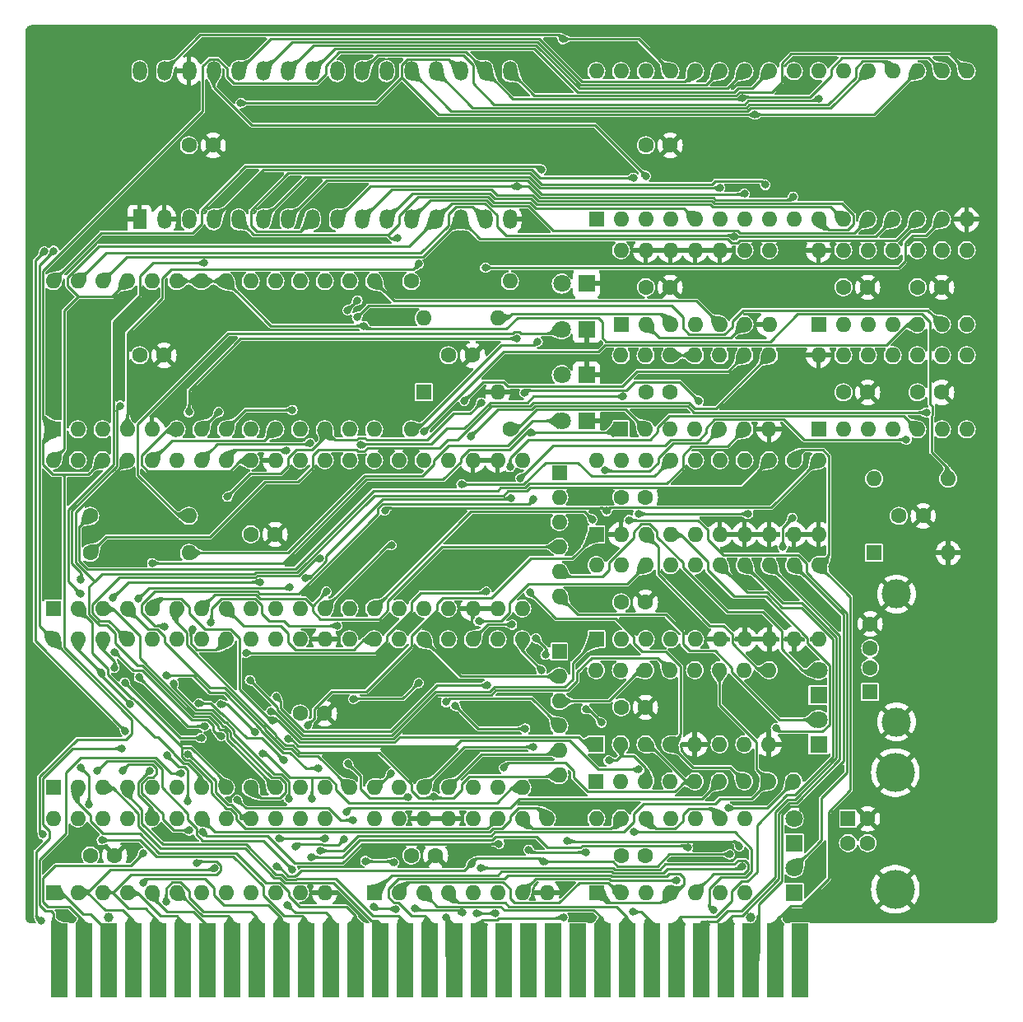
<source format=gbr>
G04 #@! TF.GenerationSoftware,KiCad,Pcbnew,7.0.7*
G04 #@! TF.CreationDate,2023-09-23T19:41:28-04:00*
G04 #@! TF.ProjectId,2 - CPU and core components (Rev 3),32202d20-4350-4552-9061-6e6420636f72,rev?*
G04 #@! TF.SameCoordinates,Original*
G04 #@! TF.FileFunction,Copper,L4,Bot*
G04 #@! TF.FilePolarity,Positive*
%FSLAX46Y46*%
G04 Gerber Fmt 4.6, Leading zero omitted, Abs format (unit mm)*
G04 Created by KiCad (PCBNEW 7.0.7) date 2023-09-23 19:41:28*
%MOMM*%
%LPD*%
G01*
G04 APERTURE LIST*
G04 #@! TA.AperFunction,ComponentPad*
%ADD10R,1.600000X1.600000*%
G04 #@! TD*
G04 #@! TA.AperFunction,ComponentPad*
%ADD11O,1.600000X1.600000*%
G04 #@! TD*
G04 #@! TA.AperFunction,ComponentPad*
%ADD12C,1.600000*%
G04 #@! TD*
G04 #@! TA.AperFunction,ComponentPad*
%ADD13R,1.800000X1.800000*%
G04 #@! TD*
G04 #@! TA.AperFunction,ComponentPad*
%ADD14C,1.800000*%
G04 #@! TD*
G04 #@! TA.AperFunction,ComponentPad*
%ADD15R,1.440000X2.000000*%
G04 #@! TD*
G04 #@! TA.AperFunction,ComponentPad*
%ADD16O,1.440000X2.000000*%
G04 #@! TD*
G04 #@! TA.AperFunction,ConnectorPad*
%ADD17R,1.780000X7.620000*%
G04 #@! TD*
G04 #@! TA.AperFunction,ComponentPad*
%ADD18C,4.000000*%
G04 #@! TD*
G04 #@! TA.AperFunction,ComponentPad*
%ADD19C,3.000000*%
G04 #@! TD*
G04 #@! TA.AperFunction,ViaPad*
%ADD20C,1.000000*%
G04 #@! TD*
G04 #@! TA.AperFunction,ViaPad*
%ADD21C,0.800000*%
G04 #@! TD*
G04 #@! TA.AperFunction,Conductor*
%ADD22C,0.225000*%
G04 #@! TD*
G04 APERTURE END LIST*
D10*
X176843100Y-125032600D03*
D11*
X179383100Y-125032600D03*
X181923100Y-125032600D03*
X184463100Y-125032600D03*
X187003100Y-125032600D03*
X189543100Y-125032600D03*
X192083100Y-125032600D03*
X194623100Y-125032600D03*
X194623100Y-117412600D03*
X192083100Y-117412600D03*
X189543100Y-117412600D03*
X187003100Y-117412600D03*
X184463100Y-117412600D03*
X181923100Y-117412600D03*
X179383100Y-117412600D03*
X176843100Y-117412600D03*
D10*
X176858100Y-114227600D03*
D11*
X179398100Y-114227600D03*
X181938100Y-114227600D03*
X184478100Y-114227600D03*
X187018100Y-114227600D03*
X189558100Y-114227600D03*
X192098100Y-114227600D03*
X194638100Y-114227600D03*
X197178100Y-114227600D03*
X199718100Y-114227600D03*
X199718100Y-106607600D03*
X197178100Y-106607600D03*
X194638100Y-106607600D03*
X192098100Y-106607600D03*
X189558100Y-106607600D03*
X187018100Y-106607600D03*
X184478100Y-106607600D03*
X181938100Y-106607600D03*
X179398100Y-106607600D03*
X176858100Y-106607600D03*
D12*
X202273100Y-78042600D03*
X204773100Y-78042600D03*
D10*
X199713100Y-81852600D03*
D11*
X202253100Y-81852600D03*
X204793100Y-81852600D03*
X207333100Y-81852600D03*
X209873100Y-81852600D03*
X212413100Y-81852600D03*
X214953100Y-81852600D03*
X214953100Y-74232600D03*
X212413100Y-74232600D03*
X209873100Y-74232600D03*
X207333100Y-74232600D03*
X204793100Y-74232600D03*
X202253100Y-74232600D03*
X199713100Y-74232600D03*
D12*
X181953100Y-78042600D03*
X184453100Y-78042600D03*
D13*
X175842100Y-87059600D03*
D14*
X173302100Y-87059600D03*
D12*
X167963100Y-92647600D03*
D11*
X157803100Y-92647600D03*
D10*
X173043100Y-115507600D03*
D11*
X173043100Y-118047600D03*
X173043100Y-120587600D03*
X173043100Y-123127600D03*
X173043100Y-125667600D03*
X173043100Y-128207600D03*
D12*
X157803100Y-77407600D03*
D11*
X167963100Y-77407600D03*
D13*
X197173100Y-135212600D03*
D14*
X197173100Y-132672600D03*
D15*
X129863100Y-71057600D03*
D16*
X132403100Y-71057600D03*
X134943100Y-71057600D03*
X137483100Y-71057600D03*
X140023100Y-71057600D03*
X142563100Y-71057600D03*
X145103100Y-71057600D03*
X147643100Y-71057600D03*
X150183100Y-71057600D03*
X152723100Y-71057600D03*
X155263100Y-71057600D03*
X157803100Y-71057600D03*
X160343100Y-71057600D03*
X162883100Y-71057600D03*
X165423100Y-71057600D03*
X167963100Y-71057600D03*
X167963100Y-55817600D03*
X165423100Y-55817600D03*
X162883100Y-55817600D03*
X160343100Y-55817600D03*
X157803100Y-55817600D03*
X155263100Y-55817600D03*
X152723100Y-55817600D03*
X150183100Y-55817600D03*
X147643100Y-55817600D03*
X145103100Y-55817600D03*
X142563100Y-55817600D03*
X140023100Y-55817600D03*
X137483100Y-55817600D03*
X134943100Y-55817600D03*
X132403100Y-55817600D03*
X129863100Y-55817600D03*
D10*
X199713100Y-92647600D03*
D11*
X202253100Y-92647600D03*
X204793100Y-92647600D03*
X207333100Y-92647600D03*
X209873100Y-92647600D03*
X212413100Y-92647600D03*
X214953100Y-92647600D03*
X214953100Y-85027600D03*
X212413100Y-85027600D03*
X209873100Y-85027600D03*
X207333100Y-85027600D03*
X204793100Y-85027600D03*
X202253100Y-85027600D03*
X199713100Y-85027600D03*
D10*
X120973100Y-129477600D03*
D11*
X123513100Y-129477600D03*
X126053100Y-129477600D03*
X128593100Y-129477600D03*
X131133100Y-129477600D03*
X133673100Y-129477600D03*
X136213100Y-129477600D03*
X138753100Y-129477600D03*
X141293100Y-129477600D03*
X143833100Y-129477600D03*
X146373100Y-129477600D03*
X148913100Y-129477600D03*
X151453100Y-129477600D03*
X153993100Y-129477600D03*
X156533100Y-129477600D03*
X159073100Y-129477600D03*
X161613100Y-129477600D03*
X164153100Y-129477600D03*
X166693100Y-129477600D03*
X169233100Y-129477600D03*
X169233100Y-114237600D03*
X166693100Y-114237600D03*
X164153100Y-114237600D03*
X161613100Y-114237600D03*
X159073100Y-114237600D03*
X156533100Y-114237600D03*
X153993100Y-114237600D03*
X151453100Y-114237600D03*
X148913100Y-114237600D03*
X146373100Y-114237600D03*
X143833100Y-114237600D03*
X141293100Y-114237600D03*
X138753100Y-114237600D03*
X136213100Y-114237600D03*
X133673100Y-114237600D03*
X131133100Y-114237600D03*
X128593100Y-114237600D03*
X126053100Y-114237600D03*
X123513100Y-114237600D03*
X120973100Y-114237600D03*
D12*
X179413100Y-110427600D03*
X181913100Y-110427600D03*
X161633100Y-85027600D03*
X164133100Y-85027600D03*
D17*
X197808100Y-147257600D03*
X195268100Y-147257600D03*
X192728100Y-147257600D03*
X190188100Y-147257600D03*
X187648100Y-147257600D03*
X185108100Y-147257600D03*
X182568100Y-147257600D03*
X180028100Y-147257600D03*
X177488100Y-147257600D03*
X174948100Y-147257600D03*
X172408100Y-147257600D03*
X169868100Y-147257600D03*
X167328100Y-147257600D03*
X164788100Y-147257600D03*
X162248100Y-147257600D03*
X159708100Y-147257600D03*
X157168100Y-147257600D03*
X154628100Y-147257600D03*
X152088100Y-147257600D03*
X149548100Y-147257600D03*
X147008100Y-147257600D03*
X144468100Y-147257600D03*
X141928100Y-147257600D03*
X139388100Y-147257600D03*
X136848100Y-147257600D03*
X134308100Y-147257600D03*
X131768100Y-147257600D03*
X129228100Y-147257600D03*
X126688100Y-147257600D03*
X124148100Y-147257600D03*
X121608100Y-147257600D03*
D12*
X207988100Y-101537600D03*
X210488100Y-101537600D03*
D13*
X175837100Y-91758600D03*
D14*
X173297100Y-91758600D03*
D12*
X124783100Y-105347600D03*
D11*
X134943100Y-105347600D03*
D10*
X176843100Y-128842600D03*
D11*
X179383100Y-128842600D03*
X181923100Y-128842600D03*
X184463100Y-128842600D03*
X187003100Y-128842600D03*
X189543100Y-128842600D03*
X192083100Y-128842600D03*
X194623100Y-128842600D03*
X197163100Y-128842600D03*
D13*
X197173100Y-140272600D03*
D14*
X197173100Y-137732600D03*
D12*
X124803100Y-136462600D03*
X127303100Y-136462600D03*
D10*
X120973100Y-140272600D03*
D11*
X123513100Y-140272600D03*
X126053100Y-140272600D03*
X128593100Y-140272600D03*
X131133100Y-140272600D03*
X133673100Y-140272600D03*
X136213100Y-140272600D03*
X138753100Y-140272600D03*
X141293100Y-140272600D03*
X143833100Y-140272600D03*
X146373100Y-140272600D03*
X148913100Y-140272600D03*
X148913100Y-132652600D03*
X146373100Y-132652600D03*
X143833100Y-132652600D03*
X141293100Y-132652600D03*
X138753100Y-132652600D03*
X136213100Y-132652600D03*
X133673100Y-132652600D03*
X131133100Y-132652600D03*
X128593100Y-132652600D03*
X126053100Y-132652600D03*
X123513100Y-132652600D03*
X120973100Y-132652600D03*
D10*
X179388100Y-92647600D03*
D11*
X181928100Y-92647600D03*
X184468100Y-92647600D03*
X187008100Y-92647600D03*
X189548100Y-92647600D03*
X192088100Y-92647600D03*
X194628100Y-92647600D03*
X194628100Y-85027600D03*
X192088100Y-85027600D03*
X189548100Y-85027600D03*
X187008100Y-85027600D03*
X184468100Y-85027600D03*
X181928100Y-85027600D03*
X179388100Y-85027600D03*
D12*
X129883100Y-85027600D03*
X132383100Y-85027600D03*
X124783100Y-101537600D03*
D11*
X134943100Y-101537600D03*
D12*
X181953100Y-88837600D03*
X184453100Y-88837600D03*
D13*
X199713100Y-125037600D03*
D14*
X199713100Y-122497600D03*
D12*
X209893100Y-78042600D03*
X212393100Y-78042600D03*
X134943100Y-63437600D03*
X137443100Y-63437600D03*
D10*
X179393100Y-81852600D03*
D11*
X181933100Y-81852600D03*
X184473100Y-81852600D03*
X187013100Y-81852600D03*
X189553100Y-81852600D03*
X192093100Y-81852600D03*
X194633100Y-81852600D03*
X194633100Y-74232600D03*
X192093100Y-74232600D03*
X189553100Y-74232600D03*
X187013100Y-74232600D03*
X184473100Y-74232600D03*
X181933100Y-74232600D03*
X179393100Y-74232600D03*
D13*
X199713100Y-119957600D03*
D14*
X199713100Y-117417600D03*
D10*
X176853100Y-71057600D03*
D11*
X179393100Y-71057600D03*
X181933100Y-71057600D03*
X184473100Y-71057600D03*
X187013100Y-71057600D03*
X189553100Y-71057600D03*
X192093100Y-71057600D03*
X194633100Y-71057600D03*
X197173100Y-71057600D03*
X199713100Y-71057600D03*
X202253100Y-71057600D03*
X204793100Y-71057600D03*
X207333100Y-71057600D03*
X209873100Y-71057600D03*
X212413100Y-71057600D03*
X214953100Y-71057600D03*
X214953100Y-55817600D03*
X212413100Y-55817600D03*
X209873100Y-55817600D03*
X207333100Y-55817600D03*
X204793100Y-55817600D03*
X202253100Y-55817600D03*
X199713100Y-55817600D03*
X197173100Y-55817600D03*
X194633100Y-55817600D03*
X192093100Y-55817600D03*
X189553100Y-55817600D03*
X187013100Y-55817600D03*
X184473100Y-55817600D03*
X181933100Y-55817600D03*
X179393100Y-55817600D03*
X176853100Y-55817600D03*
D12*
X202273100Y-88837600D03*
X204773100Y-88837600D03*
X181953100Y-63437600D03*
X184453100Y-63437600D03*
D13*
X175842100Y-77661600D03*
D14*
X173302100Y-77661600D03*
D12*
X179413100Y-121222600D03*
X181913100Y-121222600D03*
X179413100Y-136462600D03*
X181913100Y-136462600D03*
D10*
X202755400Y-132672600D03*
D12*
X202755400Y-135172600D03*
X204755400Y-135172600D03*
X204755400Y-132672600D03*
D18*
X207615400Y-127922600D03*
X207615400Y-139922600D03*
D10*
X173043100Y-97092600D03*
D11*
X173043100Y-99632600D03*
X173043100Y-102172600D03*
X173043100Y-104712600D03*
X173043100Y-107252600D03*
X173043100Y-109792600D03*
D10*
X159083100Y-88827600D03*
D11*
X166703100Y-88827600D03*
X166703100Y-81207600D03*
X159083100Y-81207600D03*
D10*
X153993100Y-140272600D03*
D11*
X156533100Y-140272600D03*
X159073100Y-140272600D03*
X161613100Y-140272600D03*
X164153100Y-140272600D03*
X166693100Y-140272600D03*
X169233100Y-140272600D03*
X171773100Y-140272600D03*
X171773100Y-132652600D03*
X169233100Y-132652600D03*
X166693100Y-132652600D03*
X164153100Y-132652600D03*
X161613100Y-132652600D03*
X159073100Y-132652600D03*
X156533100Y-132652600D03*
X153993100Y-132652600D03*
D12*
X157823100Y-136462600D03*
X160323100Y-136462600D03*
D10*
X205026100Y-119642600D03*
D12*
X205026100Y-117142600D03*
X205026100Y-115142600D03*
X205026100Y-112642600D03*
D19*
X207736100Y-122712600D03*
X207736100Y-109572600D03*
D13*
X175842100Y-82360600D03*
D14*
X173302100Y-82360600D03*
D12*
X209893100Y-88837600D03*
X212393100Y-88837600D03*
D10*
X205438100Y-105337600D03*
D11*
X213058100Y-105337600D03*
X213058100Y-97717600D03*
X205438100Y-97717600D03*
D10*
X120973100Y-92647600D03*
D11*
X123513100Y-92647600D03*
X126053100Y-92647600D03*
X128593100Y-92647600D03*
X131133100Y-92647600D03*
X133673100Y-92647600D03*
X136213100Y-92647600D03*
X138753100Y-92647600D03*
X141293100Y-92647600D03*
X143833100Y-92647600D03*
X146373100Y-92647600D03*
X148913100Y-92647600D03*
X151453100Y-92647600D03*
X153993100Y-92647600D03*
X153993100Y-77407600D03*
X151453100Y-77407600D03*
X148913100Y-77407600D03*
X146373100Y-77407600D03*
X143833100Y-77407600D03*
X141293100Y-77407600D03*
X138753100Y-77407600D03*
X136213100Y-77407600D03*
X133673100Y-77407600D03*
X131133100Y-77407600D03*
X128593100Y-77407600D03*
X126053100Y-77407600D03*
X123513100Y-77407600D03*
X120973100Y-77407600D03*
D12*
X141313100Y-103442600D03*
X143813100Y-103442600D03*
D10*
X120973100Y-111062600D03*
D11*
X123513100Y-111062600D03*
X126053100Y-111062600D03*
X128593100Y-111062600D03*
X131133100Y-111062600D03*
X133673100Y-111062600D03*
X136213100Y-111062600D03*
X138753100Y-111062600D03*
X141293100Y-111062600D03*
X143833100Y-111062600D03*
X146373100Y-111062600D03*
X148913100Y-111062600D03*
X151453100Y-111062600D03*
X153993100Y-111062600D03*
X156533100Y-111062600D03*
X159073100Y-111062600D03*
X161613100Y-111062600D03*
X164153100Y-111062600D03*
X166693100Y-111062600D03*
X169233100Y-111062600D03*
X169233100Y-95822600D03*
X166693100Y-95822600D03*
X164153100Y-95822600D03*
X161613100Y-95822600D03*
X159073100Y-95822600D03*
X156533100Y-95822600D03*
X153993100Y-95822600D03*
X151453100Y-95822600D03*
X148913100Y-95822600D03*
X146373100Y-95822600D03*
X143833100Y-95822600D03*
X141293100Y-95822600D03*
X138753100Y-95822600D03*
X136213100Y-95822600D03*
X133673100Y-95822600D03*
X131133100Y-95822600D03*
X128593100Y-95822600D03*
X126053100Y-95822600D03*
X123513100Y-95822600D03*
X120973100Y-95822600D03*
D10*
X176853100Y-103442600D03*
D11*
X179393100Y-103442600D03*
X181933100Y-103442600D03*
X184473100Y-103442600D03*
X187013100Y-103442600D03*
X189553100Y-103442600D03*
X192093100Y-103442600D03*
X194633100Y-103442600D03*
X197173100Y-103442600D03*
X199713100Y-103442600D03*
X199713100Y-95822600D03*
X197173100Y-95822600D03*
X194633100Y-95822600D03*
X192093100Y-95822600D03*
X189553100Y-95822600D03*
X187013100Y-95822600D03*
X184473100Y-95822600D03*
X181933100Y-95822600D03*
X179393100Y-95822600D03*
X176853100Y-95822600D03*
D12*
X146393100Y-121857600D03*
X148893100Y-121857600D03*
X179413100Y-99632600D03*
X181913100Y-99632600D03*
D10*
X176853100Y-140272600D03*
D11*
X179393100Y-140272600D03*
X181933100Y-140272600D03*
X184473100Y-140272600D03*
X187013100Y-140272600D03*
X189553100Y-140272600D03*
X192093100Y-140272600D03*
X192093100Y-132652600D03*
X189553100Y-132652600D03*
X187013100Y-132652600D03*
X184473100Y-132652600D03*
X181933100Y-132652600D03*
X179393100Y-132652600D03*
X176853100Y-132652600D03*
D20*
X126688000Y-142821000D03*
X192705594Y-142798594D03*
D21*
X134747000Y-99568000D03*
X197612000Y-66802000D03*
X150183053Y-68517553D03*
X143510000Y-89789000D03*
X135636000Y-119507000D03*
X187325000Y-135636000D03*
X192405000Y-66421000D03*
X157734000Y-112903000D03*
X151707053Y-57849553D03*
X151384000Y-90805000D03*
X130302000Y-86868000D03*
X139319000Y-90805000D03*
X176022000Y-99949000D03*
X124460000Y-123190000D03*
X128524000Y-81534000D03*
X202126053Y-137478553D03*
X155829000Y-107823000D03*
X138557000Y-88519000D03*
X140716000Y-69215000D03*
X143637000Y-118110000D03*
X157734000Y-59944000D03*
X138176000Y-69215000D03*
X133223000Y-134620000D03*
X140970000Y-117221000D03*
X153993053Y-108268553D03*
X199771000Y-66675000D03*
X205359000Y-103124000D03*
X173228000Y-131445000D03*
X120846053Y-101156553D03*
X131572000Y-100838000D03*
X126238000Y-99441000D03*
X171011053Y-56325553D03*
X128212053Y-99251553D03*
D20*
X197808000Y-142821000D03*
D21*
X126238000Y-123190000D03*
X133096000Y-122428000D03*
X192405000Y-108204000D03*
X145669000Y-69215000D03*
X133604000Y-90805000D03*
X158565053Y-104712553D03*
X166116000Y-127381000D03*
X159200053Y-126556553D03*
X125926053Y-82995553D03*
D20*
X121770500Y-142660428D03*
D21*
X161105053Y-123381553D03*
X151580053Y-106236553D03*
X161671000Y-108458000D03*
X146119053Y-80201553D03*
X141605000Y-88519000D03*
X180975000Y-112395000D03*
X148844000Y-90805000D03*
X165735000Y-103505000D03*
X149040053Y-98743553D03*
X143764000Y-58039000D03*
X192151000Y-90043000D03*
X182822053Y-90996553D03*
X162941000Y-126746000D03*
X124333000Y-134366000D03*
X136398000Y-90805000D03*
X138049000Y-116459000D03*
X164534053Y-107252553D03*
X156718000Y-80772000D03*
X176530000Y-119634000D03*
X153416000Y-126619000D03*
X141351000Y-101219000D03*
X138557000Y-125857000D03*
X192024000Y-79375000D03*
X140843000Y-127889000D03*
X189611000Y-109474000D03*
X136271000Y-98044000D03*
D20*
X174948000Y-142821000D03*
D21*
X199517000Y-110109000D03*
X143256000Y-69215000D03*
X199136000Y-137287000D03*
X194691000Y-108204000D03*
X199136000Y-131572000D03*
X155009053Y-122365553D03*
X136271000Y-80899000D03*
X123571000Y-98044000D03*
X146246053Y-100775553D03*
X169291000Y-121793000D03*
X172339000Y-129794000D03*
X120846053Y-87821553D03*
X178377053Y-53531553D03*
X198501000Y-57023000D03*
X147262053Y-118555553D03*
X189299053Y-89091553D03*
X123513053Y-87821553D03*
X151302000Y-127001500D03*
X157519100Y-130415300D03*
X151835921Y-132791742D03*
X139920400Y-130726600D03*
X161392500Y-120676900D03*
X170354700Y-125286553D03*
X156063100Y-137168200D03*
X153094100Y-137022200D03*
X191844200Y-137593300D03*
X140786200Y-115604800D03*
X171207700Y-117390500D03*
X166439053Y-142362500D03*
X165550053Y-109311400D03*
X164554800Y-142399800D03*
X151862708Y-120362208D03*
X132583300Y-117968000D03*
X158585800Y-118696400D03*
X148269700Y-127462300D03*
X169052500Y-97650300D03*
X208768300Y-93690500D03*
X143984961Y-137584714D03*
X164022000Y-137282400D03*
X190569053Y-136334280D03*
X197030447Y-101737105D03*
X196028900Y-104749400D03*
X171392053Y-137091684D03*
X130920700Y-127748500D03*
X131160200Y-106398100D03*
X170128200Y-92991400D03*
X189553053Y-67827500D03*
X151262555Y-80392055D03*
X134991500Y-133878700D03*
X148418200Y-105912100D03*
X128128700Y-127722400D03*
X156406053Y-72962553D03*
X152285893Y-79368709D03*
X135301700Y-113209000D03*
X168684300Y-83296000D03*
X168656004Y-67656300D03*
X134943053Y-90869553D03*
X197110900Y-68712600D03*
X137566700Y-137735800D03*
X135739500Y-137249800D03*
X194252053Y-67501553D03*
X192093053Y-68400500D03*
X134809800Y-130874553D03*
X132703400Y-126178400D03*
X142541700Y-125933300D03*
X147574300Y-130660800D03*
X177918792Y-101029553D03*
X155103000Y-100987600D03*
X177396700Y-122787200D03*
X175777800Y-121415200D03*
X161359053Y-142812553D03*
X160169700Y-130401400D03*
X149086550Y-109331050D03*
X134845600Y-126018600D03*
X145310100Y-108875000D03*
X129725200Y-110043000D03*
X181199200Y-127602200D03*
X145113200Y-124452800D03*
X141219400Y-118410200D03*
X155739900Y-128024200D03*
X192477800Y-101327000D03*
X191074100Y-72830100D03*
X181174900Y-101327000D03*
X164749200Y-112356600D03*
X180594000Y-142240000D03*
X162973400Y-98290100D03*
X169885786Y-135860678D03*
X165423100Y-76016900D03*
X175773700Y-136100600D03*
X171196000Y-65913000D03*
X164980700Y-137731200D03*
X185147800Y-139020600D03*
X125488159Y-127769665D03*
X145608344Y-137909972D03*
X145095358Y-141534858D03*
X119933300Y-134297800D03*
X121035358Y-74281858D03*
X125975000Y-134867000D03*
X199713100Y-58633200D03*
X136523300Y-75519400D03*
X123767053Y-109568053D03*
X180663100Y-66769800D03*
X128913797Y-120903103D03*
X130247700Y-139277400D03*
X125951200Y-117659900D03*
X123767053Y-108065053D03*
X127874600Y-90202100D03*
X127275100Y-117157600D03*
X132596708Y-141206508D03*
X128403000Y-123646300D03*
X120068663Y-74344163D03*
X181933100Y-66590000D03*
X132445500Y-112907600D03*
X148977700Y-134720600D03*
X144214053Y-134720610D03*
X170391700Y-99822200D03*
X145213000Y-130630600D03*
X133395700Y-118780400D03*
X191855600Y-58583600D03*
X140258000Y-59091300D03*
X193179100Y-60280300D03*
X123767053Y-127395553D03*
X127113300Y-109950400D03*
X142227400Y-108325900D03*
X124646600Y-131255800D03*
X136561200Y-123148800D03*
X129803000Y-118129800D03*
X144943900Y-94841200D03*
X130244055Y-136208551D03*
X147400975Y-94032628D03*
X144700600Y-126688900D03*
X134154200Y-128002900D03*
X135925700Y-120812200D03*
X158565053Y-75629553D03*
X163259300Y-89716800D03*
X168184300Y-112713547D03*
X143919300Y-120164800D03*
X170658900Y-114123400D03*
X138204200Y-120931100D03*
X141748100Y-123761300D03*
X171625700Y-115830100D03*
X173424053Y-52515553D03*
X165613200Y-118960600D03*
X170817100Y-83638600D03*
X136379300Y-134035800D03*
X166853300Y-135241400D03*
X167328053Y-127445551D03*
X188914000Y-142098300D03*
X178123053Y-126683553D03*
X180663053Y-134049553D03*
X143384100Y-121646800D03*
X151140500Y-132017553D03*
X150909100Y-134762200D03*
X145932300Y-135499000D03*
X148429514Y-135954906D03*
X186265600Y-135636500D03*
X190414200Y-131563800D03*
X147516053Y-136606400D03*
X136220800Y-124375700D03*
X128051800Y-125451300D03*
X152595800Y-94245300D03*
X119740396Y-143193553D03*
X128344600Y-118656300D03*
X137214000Y-112510680D03*
X150183053Y-112840553D03*
X179628500Y-89249400D03*
X143539000Y-122574200D03*
X138246000Y-124150500D03*
X169995053Y-109411553D03*
X127307300Y-115514200D03*
X165021200Y-89889800D03*
X138913600Y-99567200D03*
X147145300Y-123051200D03*
X159144500Y-92862500D03*
X152228446Y-81118064D03*
X137991100Y-90869600D03*
X155785900Y-104546000D03*
X163947500Y-93352500D03*
X210825900Y-90922900D03*
X167969900Y-96524600D03*
X191552287Y-135505100D03*
X173877602Y-134952949D03*
X173484300Y-142803900D03*
X162319900Y-121029200D03*
X168129500Y-99692500D03*
X169537500Y-123411200D03*
X145600000Y-90652800D03*
X146917000Y-107911500D03*
X176449100Y-101907500D03*
X152953300Y-82006500D03*
X177727800Y-96835400D03*
X156195800Y-141970000D03*
X153947100Y-141751200D03*
X163055600Y-142326300D03*
X158184053Y-141923553D03*
X169467100Y-88880800D03*
X187394053Y-89726553D03*
X195318053Y-123381553D03*
X180220800Y-101966800D03*
D22*
X140787500Y-131593700D02*
X149325200Y-131593700D01*
X173043100Y-125667600D02*
X172662147Y-126048553D01*
X152598500Y-128298000D02*
X151302000Y-127001500D01*
X153561300Y-130567400D02*
X152598500Y-129604600D01*
X150523242Y-132791742D02*
X151835921Y-132791742D01*
X139920400Y-130726600D02*
X140787500Y-131593700D01*
X152598500Y-129604600D02*
X152598500Y-128298000D01*
X157519100Y-130415300D02*
X157367000Y-130567400D01*
X165042147Y-126048553D02*
X161613100Y-129477600D01*
X157367000Y-130567400D02*
X153561300Y-130567400D01*
X149325200Y-131593700D02*
X150523242Y-132791742D01*
X172662147Y-126048553D02*
X165042147Y-126048553D01*
X161764400Y-120305000D02*
X170220500Y-120305000D01*
X161392500Y-120676900D02*
X161764400Y-120305000D01*
X170220500Y-120305000D02*
X173043100Y-123127600D01*
X163264147Y-125286553D02*
X170354700Y-125286553D01*
X181298006Y-117412600D02*
X178123006Y-120587600D01*
X181923100Y-117412600D02*
X181298006Y-117412600D01*
X178123006Y-120587600D02*
X173043100Y-120587600D01*
X159073100Y-129477600D02*
X163264147Y-125286553D01*
X155917100Y-137022200D02*
X153094100Y-137022200D01*
X162883100Y-118047600D02*
X159073100Y-114237600D01*
X156063100Y-137168200D02*
X155917100Y-137022200D01*
X173043100Y-118047600D02*
X162883100Y-118047600D01*
X191844200Y-137593300D02*
X191633900Y-137803600D01*
X167045353Y-138114800D02*
X166693053Y-138467100D01*
X183746903Y-138251200D02*
X178573200Y-138251200D01*
X184194503Y-137803600D02*
X183746903Y-138251200D01*
X178573200Y-138251200D02*
X178436800Y-138114800D01*
X155798600Y-138467100D02*
X153993100Y-140272600D01*
X191633900Y-137803600D02*
X184194503Y-137803600D01*
X166693053Y-138467100D02*
X155798600Y-138467100D01*
X178436800Y-138114800D02*
X167045353Y-138114800D01*
X169233100Y-114237600D02*
X169233100Y-115415900D01*
X140839300Y-115657900D02*
X140786200Y-115604800D01*
X155263100Y-113863100D02*
X155263100Y-114482000D01*
X166401753Y-142399800D02*
X166439053Y-142362500D01*
X132784006Y-92647600D02*
X130081600Y-95350006D01*
X165550053Y-109311400D02*
X165425653Y-109435800D01*
X157803100Y-110427506D02*
X157803100Y-111323100D01*
X165425653Y-109435800D02*
X158794806Y-109435800D01*
X155263100Y-114482000D02*
X154087200Y-115657900D01*
X164554800Y-142399800D02*
X166401753Y-142399800D01*
X130081600Y-95350006D02*
X130081600Y-96286200D01*
X169233100Y-115415900D02*
X171207700Y-117390500D01*
X139183600Y-96892300D02*
X140253300Y-95822600D01*
X157803100Y-111323100D02*
X155263100Y-113863100D01*
X130081600Y-96286200D02*
X130687700Y-96892300D01*
X154087200Y-115657900D02*
X140839300Y-115657900D01*
X130687700Y-96892300D02*
X139183600Y-96892300D01*
X133673100Y-92647600D02*
X132784006Y-92647600D01*
X158794806Y-109435800D02*
X157803100Y-110427506D01*
X140253300Y-95822600D02*
X141293100Y-95822600D01*
X148269700Y-127462300D02*
X146967800Y-127462300D01*
X135367300Y-117968000D02*
X132583300Y-117968000D01*
X151891363Y-120333553D02*
X156948647Y-120333553D01*
X187453700Y-93687400D02*
X188155900Y-92985200D01*
X169052500Y-97650300D02*
X172416200Y-94286600D01*
X189036500Y-91607800D02*
X196106300Y-91607800D01*
X156948647Y-120333553D02*
X158585800Y-118696400D01*
X196106300Y-91607800D02*
X198189000Y-93690500D01*
X151862708Y-120362208D02*
X151891363Y-120333553D01*
X142387900Y-123496300D02*
X138594000Y-119702400D01*
X144604900Y-125845900D02*
X142387900Y-123628900D01*
X188155900Y-92488400D02*
X189036500Y-91607800D01*
X142387900Y-123628900D02*
X142387900Y-123496300D01*
X145351400Y-125845900D02*
X144604900Y-125845900D01*
X183884700Y-94286600D02*
X184483900Y-93687400D01*
X172416200Y-94286600D02*
X183884700Y-94286600D01*
X146967800Y-127462300D02*
X145351400Y-125845900D01*
X188155900Y-92985200D02*
X188155900Y-92488400D01*
X137101700Y-119702400D02*
X135367300Y-117968000D01*
X184483900Y-93687400D02*
X187453700Y-93687400D01*
X138594000Y-119702400D02*
X137101700Y-119702400D01*
X198189000Y-93690500D02*
X208768300Y-93690500D01*
X179026600Y-137546600D02*
X178571684Y-137091684D01*
X145972896Y-138529100D02*
X146482496Y-138019500D01*
X144177819Y-137584714D02*
X145142178Y-138549073D01*
X145844049Y-138549073D02*
X145864022Y-138529100D01*
X163284900Y-138019500D02*
X164022000Y-137282400D01*
X145864022Y-138529100D02*
X145972896Y-138529100D01*
X183135006Y-137546600D02*
X179026600Y-137546600D01*
X178571684Y-137091684D02*
X171392053Y-137091684D01*
X143984961Y-137584714D02*
X144177819Y-137584714D01*
X196028900Y-102738652D02*
X197030447Y-101737105D01*
X190569053Y-136334280D02*
X184347326Y-136334280D01*
X196028900Y-104749400D02*
X196028900Y-102738652D01*
X171050169Y-136749800D02*
X171392053Y-137091684D01*
X146482496Y-138019500D02*
X163284900Y-138019500D01*
X145142178Y-138549073D02*
X145844049Y-138549073D01*
X164554600Y-136749800D02*
X171050169Y-136749800D01*
X184347326Y-136334280D02*
X183135006Y-137546600D01*
X164022000Y-137282400D02*
X164554600Y-136749800D01*
X169661800Y-92991400D02*
X167913800Y-94739400D01*
X179044300Y-92991400D02*
X170128200Y-92991400D01*
X129726300Y-130206000D02*
X129726300Y-128905400D01*
X170128200Y-92991400D02*
X169661800Y-92991400D01*
X144598200Y-106398100D02*
X131160200Y-106398100D01*
X163732600Y-94739400D02*
X162883100Y-95588900D01*
X131133100Y-131612800D02*
X129726300Y-130206000D01*
X179388100Y-92647600D02*
X179044300Y-92991400D01*
X131133100Y-132652600D02*
X131133100Y-131612800D01*
X153181600Y-97814700D02*
X144598200Y-106398100D01*
X161101100Y-97814700D02*
X153181600Y-97814700D01*
X162883100Y-95588900D02*
X162883100Y-96032700D01*
X129726300Y-128905400D02*
X130883200Y-127748500D01*
X162883100Y-96032700D02*
X161101100Y-97814700D01*
X130883200Y-127748500D02*
X130920700Y-127748500D01*
X167913800Y-94739400D02*
X163732600Y-94739400D01*
X132670400Y-142233800D02*
X135375800Y-142233800D01*
X169915200Y-66664200D02*
X146956500Y-66664200D01*
X136848100Y-143706100D02*
X136848100Y-147257600D01*
X135375800Y-142233800D02*
X136848100Y-143706100D01*
X189553053Y-67827500D02*
X171078500Y-67827500D01*
X131133100Y-140272600D02*
X131133100Y-140696500D01*
X131133100Y-140696500D02*
X132670400Y-142233800D01*
X146956500Y-66664200D02*
X142563100Y-71057600D01*
X171078500Y-67827500D02*
X169915200Y-66664200D01*
X166286545Y-69288499D02*
X169999499Y-69288499D01*
X130078600Y-129053300D02*
X130715900Y-128416000D01*
X146237400Y-107686100D02*
X141962500Y-107686100D01*
X169999499Y-69288499D02*
X170619300Y-69908300D01*
X152285893Y-79368709D02*
X151262555Y-80392047D01*
X151262555Y-80392047D02*
X151262555Y-80392055D01*
X124999000Y-111532400D02*
X125770700Y-112304100D01*
X131602900Y-127511200D02*
X131190000Y-127098300D01*
X125770700Y-112304100D02*
X126659600Y-112304100D01*
X130715900Y-128416000D02*
X131228100Y-128416000D01*
X185863800Y-69908300D02*
X187013100Y-71057600D01*
X140023100Y-71057600D02*
X141616500Y-72651000D01*
X131190000Y-127098300D02*
X128752800Y-127098300D01*
X155368200Y-72651000D02*
X155679753Y-72962553D01*
X133411600Y-133878700D02*
X132278600Y-132745700D01*
X133924850Y-140272600D02*
X133673100Y-140272600D01*
X124999000Y-110636300D02*
X124999000Y-111532400D01*
X156533100Y-70674500D02*
X158494400Y-68713200D01*
X148011400Y-105912100D02*
X146237400Y-107686100D01*
X148418200Y-105912100D02*
X148011400Y-105912100D01*
X155679753Y-72962553D02*
X156406053Y-72962553D01*
X131602900Y-128041200D02*
X131602900Y-127511200D01*
X130078600Y-129991700D02*
X130078600Y-129053300D01*
X132278600Y-132191700D02*
X130078600Y-129991700D01*
X155368200Y-72651000D02*
X155447606Y-72651000D01*
X141825400Y-107823200D02*
X127812100Y-107823200D01*
X134991500Y-133878700D02*
X133411600Y-133878700D01*
X136337803Y-142685553D02*
X133924850Y-140272600D01*
X155447606Y-72651000D02*
X156533100Y-71565506D01*
X132278600Y-132745700D02*
X132278600Y-132191700D01*
X126659600Y-112304100D02*
X128593100Y-114237600D01*
X156533100Y-71565506D02*
X156533100Y-70674500D01*
X128752800Y-127098300D02*
X128128700Y-127722400D01*
X139388100Y-143071100D02*
X139002553Y-142685553D01*
X127812100Y-107823200D02*
X124999000Y-110636300D01*
X158494400Y-68713200D02*
X165711246Y-68713200D01*
X165711246Y-68713200D02*
X166286545Y-69288499D01*
X141616500Y-72651000D02*
X155368200Y-72651000D01*
X131228100Y-128416000D02*
X131602900Y-128041200D01*
X141962500Y-107686100D02*
X141825400Y-107823200D01*
X139002553Y-142685553D02*
X136337803Y-142685553D01*
X139388100Y-147257600D02*
X139388100Y-143071100D01*
X170619300Y-69908300D02*
X185863800Y-69908300D01*
X189111500Y-69039500D02*
X188890800Y-68818800D01*
X196784000Y-69039500D02*
X189111500Y-69039500D01*
X124519300Y-140273100D02*
X126327200Y-142081100D01*
X124519200Y-140273200D02*
X124519300Y-140273100D01*
X150183100Y-71057600D02*
X153584400Y-67656300D01*
X188890800Y-68818800D02*
X171053800Y-68818800D01*
X153584400Y-67656300D02*
X168656004Y-67656300D01*
X137395400Y-137907100D02*
X137566700Y-137735800D01*
X135124400Y-113386300D02*
X135124400Y-114666400D01*
X123904600Y-140272600D02*
X124098800Y-140272600D01*
X126327200Y-142081100D02*
X128115600Y-142081100D01*
X197110900Y-68712600D02*
X196784000Y-69039500D01*
X135752600Y-115294600D02*
X137696100Y-115294600D01*
X140255600Y-83296000D02*
X134943053Y-88608547D01*
X168684300Y-83296000D02*
X140255600Y-83296000D01*
X134943053Y-88608547D02*
X134943053Y-90869553D01*
X135124400Y-114666400D02*
X135752600Y-115294600D01*
X129228100Y-143193600D02*
X129228100Y-147257600D01*
X124519300Y-140273100D02*
X126885300Y-137907100D01*
X123513100Y-140272600D02*
X123904600Y-140272600D01*
X135301700Y-113209000D02*
X135124400Y-113386300D01*
X124099400Y-140273200D02*
X124519200Y-140273200D01*
X169891300Y-67656300D02*
X168656004Y-67656300D01*
X126885300Y-137907100D02*
X137395400Y-137907100D01*
X137696100Y-115294600D02*
X138753100Y-114237600D01*
X171053800Y-68818800D02*
X169891300Y-67656300D01*
X124098800Y-140272600D02*
X124099400Y-140273200D01*
X128115600Y-142081100D02*
X129228100Y-143193600D01*
X188772300Y-67429400D02*
X189081167Y-67120533D01*
X171188400Y-67429400D02*
X188772300Y-67429400D01*
X145149706Y-66311900D02*
X170070900Y-66311900D01*
X141899200Y-72298700D02*
X141293053Y-71692553D01*
X126053100Y-140272600D02*
X126444600Y-140272600D01*
X131768100Y-147257600D02*
X131768100Y-143207800D01*
X135935900Y-137053400D02*
X135739500Y-137249800D01*
X130469100Y-141908800D02*
X131768100Y-143207800D01*
X127100400Y-140283100D02*
X128726000Y-141908800D01*
X141293053Y-70168553D02*
X145149706Y-66311900D01*
X146402000Y-72298700D02*
X141899200Y-72298700D01*
X138206500Y-138000800D02*
X138206500Y-137470800D01*
X193871033Y-67120533D02*
X194252053Y-67501553D01*
X138206500Y-137470800D02*
X137789100Y-137053400D01*
X127100400Y-140283100D02*
X128976700Y-138406800D01*
X137789100Y-137053400D02*
X135935900Y-137053400D01*
X189081167Y-67120533D02*
X193871033Y-67120533D01*
X170070900Y-66311900D02*
X171188400Y-67429400D01*
X147643100Y-71057600D02*
X146402000Y-72298700D01*
X126444600Y-140272600D02*
X127089800Y-140272600D01*
X141293053Y-71692553D02*
X141293053Y-70168553D01*
X128726000Y-141908800D02*
X130469100Y-141908800D01*
X127089800Y-140272600D02*
X127100400Y-140283100D01*
X137800500Y-138406800D02*
X138206500Y-138000800D01*
X128976700Y-138406800D02*
X137800500Y-138406800D01*
X134471600Y-127363000D02*
X134809800Y-127701200D01*
X132703400Y-126178400D02*
X133888000Y-127363000D01*
X133888000Y-127363000D02*
X134471600Y-127363000D01*
X128593100Y-140272600D02*
X129632900Y-140272600D01*
X192093053Y-68400500D02*
X192027053Y-68466500D01*
X132045853Y-142685553D02*
X133673053Y-142685553D01*
X134308100Y-143320600D02*
X133673053Y-142685553D01*
X149144200Y-67016500D02*
X145103100Y-71057600D01*
X134809800Y-127701200D02*
X134809800Y-130874553D01*
X192027053Y-68466500D02*
X171209500Y-68466500D01*
X169759500Y-67016500D02*
X149144200Y-67016500D01*
X134308100Y-147257600D02*
X134308100Y-143320600D01*
X129632900Y-140272600D02*
X132045853Y-142685553D01*
X171209500Y-68466500D02*
X169759500Y-67016500D01*
X150058500Y-129680700D02*
X151432900Y-131055100D01*
X145291600Y-128388300D02*
X142836600Y-125933300D01*
X150058500Y-129122800D02*
X150058500Y-129680700D01*
X147574300Y-128388300D02*
X145291600Y-128388300D01*
X147574300Y-128388300D02*
X149324000Y-128388300D01*
X143833100Y-92647600D02*
X142690147Y-93790553D01*
X168193300Y-129477600D02*
X169233100Y-129477600D01*
X133165147Y-93790553D02*
X131133100Y-95822600D01*
X166615800Y-131055100D02*
X168193300Y-129477600D01*
X151432900Y-131055100D02*
X166615800Y-131055100D01*
X147574300Y-128388300D02*
X147574300Y-130660800D01*
X149324000Y-128388300D02*
X150058500Y-129122800D01*
X142690147Y-93790553D02*
X133165147Y-93790553D01*
X142836600Y-125933300D02*
X142541700Y-125933300D01*
X144346000Y-112845500D02*
X140536000Y-112845500D01*
X145103100Y-113602600D02*
X144346000Y-112845500D01*
X178261145Y-100687200D02*
X177918792Y-101029553D01*
X152953300Y-114237600D02*
X151889100Y-115301800D01*
X153993100Y-114237600D02*
X152953300Y-114237600D01*
X155103000Y-100987600D02*
X155390600Y-100700000D01*
X145103100Y-114497800D02*
X145103100Y-113602600D01*
X145907100Y-115301800D02*
X145103100Y-114497800D01*
X151889100Y-115301800D02*
X145907100Y-115301800D01*
X155390600Y-100700000D02*
X177589239Y-100700000D01*
X176024700Y-121415200D02*
X175777800Y-121415200D01*
X177589239Y-100700000D02*
X177918792Y-101029553D01*
X194848500Y-100687200D02*
X178261145Y-100687200D01*
X177396700Y-122787200D02*
X176024700Y-121415200D01*
X199713100Y-95822600D02*
X194848500Y-100687200D01*
X140536000Y-112845500D02*
X138753100Y-111062600D01*
X163007700Y-129671500D02*
X163007700Y-129122800D01*
X134712900Y-114787800D02*
X134712900Y-113524900D01*
X143908100Y-123983000D02*
X134712900Y-114787800D01*
X160169700Y-130523100D02*
X158578300Y-130523100D01*
X162248100Y-147257600D02*
X162248100Y-143701600D01*
X163795497Y-128335003D02*
X172915697Y-128335003D01*
X162248100Y-143701600D02*
X161359053Y-142812553D01*
X158578300Y-130523100D02*
X157807000Y-129751800D01*
X157807000Y-129116000D02*
X154536900Y-125845900D01*
X146347800Y-125845900D02*
X145643200Y-125141300D01*
X163007700Y-129122800D02*
X163795497Y-128335003D01*
X134712900Y-113524900D02*
X133673100Y-112485100D01*
X157807000Y-129751800D02*
X157807000Y-129116000D01*
X133673100Y-111062600D02*
X133673100Y-112485100D01*
X144896700Y-125141300D02*
X143908100Y-124152700D01*
X172915697Y-128335003D02*
X173043100Y-128207600D01*
X160169700Y-130523100D02*
X160169700Y-130401400D01*
X143908100Y-124152700D02*
X143908100Y-123983000D01*
X160169700Y-130523100D02*
X162156100Y-130523100D01*
X154536900Y-125845900D02*
X146347800Y-125845900D01*
X145643200Y-125141300D02*
X144896700Y-125141300D01*
X162156100Y-130523100D02*
X163007700Y-129671500D01*
X137605300Y-109670400D02*
X136213100Y-111062600D01*
X147643100Y-110774500D02*
X146891300Y-110022700D01*
X147643100Y-111310800D02*
X147643100Y-110774500D01*
X155387700Y-110302906D02*
X155387700Y-111263500D01*
X148475000Y-112142700D02*
X147643100Y-111310800D01*
X146891300Y-110022700D02*
X142225800Y-110022700D01*
X173043100Y-104712600D02*
X160978006Y-104712600D01*
X155387700Y-111263500D02*
X154508500Y-112142700D01*
X142225800Y-110022700D02*
X141873500Y-109670400D01*
X160978006Y-104712600D02*
X155387700Y-110302906D01*
X141873500Y-109670400D02*
X137605300Y-109670400D01*
X147643100Y-110774500D02*
X149086550Y-109331050D01*
X154508500Y-112142700D02*
X148475000Y-112142700D01*
X137665500Y-128804400D02*
X134879700Y-126018600D01*
X134879700Y-126018600D02*
X134845600Y-126018600D01*
X140253300Y-132184100D02*
X139329700Y-131260500D01*
X137665500Y-129947700D02*
X137665500Y-128804400D01*
X139329700Y-131260500D02*
X138978300Y-131260500D01*
X141293100Y-132652600D02*
X140253300Y-132652600D01*
X138978300Y-131260500D02*
X137665500Y-129947700D01*
X140253300Y-132652600D02*
X140253300Y-132184100D01*
X182972900Y-133692400D02*
X181933100Y-132652600D01*
X189553100Y-132652600D02*
X188513300Y-131612800D01*
X162355000Y-125167900D02*
X146168000Y-125167900D01*
X146168000Y-125167900D02*
X145452900Y-124452800D01*
X174108800Y-124625000D02*
X162897900Y-124625000D01*
X159195553Y-142685553D02*
X157816153Y-142685553D01*
X157816153Y-142685553D02*
X156460800Y-141330200D01*
X156034100Y-141330200D02*
X155473500Y-140769600D01*
X185743053Y-132882947D02*
X184933600Y-133692400D01*
X184110106Y-138603500D02*
X184345506Y-138368100D01*
X183433300Y-141312400D02*
X177892900Y-141312400D01*
X178427300Y-138603500D02*
X184110106Y-138603500D01*
X184345506Y-138368100D02*
X185460800Y-138368100D01*
X155473500Y-139832000D02*
X156486100Y-138819400D01*
X177892900Y-141312400D02*
X176853100Y-140272600D01*
X159708100Y-143198100D02*
X159195553Y-142685553D01*
X156460800Y-141330200D02*
X156034100Y-141330200D01*
X186401806Y-131612800D02*
X185743053Y-132271553D01*
X156486100Y-138819400D02*
X167384206Y-138819400D01*
X145452900Y-124452800D02*
X145113200Y-124452800D01*
X145219300Y-108965800D02*
X130802400Y-108965800D01*
X184473100Y-140272600D02*
X183433300Y-141312400D01*
X184933600Y-133692400D02*
X182972900Y-133692400D01*
X185826100Y-139427506D02*
X184981006Y-140272600D01*
X162897900Y-124625000D02*
X162355000Y-125167900D01*
X181199200Y-127602200D02*
X177086000Y-127602200D01*
X130802400Y-108965800D02*
X129725200Y-110043000D01*
X185826100Y-138733400D02*
X185826100Y-139427506D01*
X185460800Y-138368100D02*
X185826100Y-138733400D01*
X155473500Y-140769600D02*
X155473500Y-139832000D01*
X167736506Y-138467100D02*
X178290900Y-138467100D01*
X177086000Y-127602200D02*
X174108800Y-124625000D01*
X167384206Y-138819400D02*
X167736506Y-138467100D01*
X188513300Y-131612800D02*
X186401806Y-131612800D01*
X185743053Y-132271553D02*
X185743053Y-132882947D01*
X159708100Y-147257600D02*
X159708100Y-143198100D01*
X145310100Y-108875000D02*
X145219300Y-108965800D01*
X184981006Y-140272600D02*
X184473100Y-140272600D01*
X178290900Y-138467100D02*
X178427300Y-138603500D01*
X160293100Y-119600400D02*
X155813400Y-124080100D01*
X155813400Y-124080100D02*
X146641700Y-124080100D01*
X174418800Y-116666900D02*
X174418800Y-118322806D01*
X144023900Y-121462300D02*
X144023900Y-121214700D01*
X176858100Y-114227600D02*
X174418800Y-116666900D01*
X165878200Y-119600400D02*
X160293100Y-119600400D01*
X174418800Y-118322806D02*
X173617006Y-119124600D01*
X166354000Y-119124600D02*
X165878200Y-119600400D01*
X144023900Y-121214700D02*
X141219400Y-118410200D01*
X173617006Y-119124600D02*
X166354000Y-119124600D01*
X146641700Y-124080100D02*
X144023900Y-121462300D01*
X137605553Y-134045053D02*
X136213100Y-132652600D01*
X168037100Y-132364100D02*
X168037100Y-132804100D01*
X166262947Y-133693053D02*
X165910947Y-134045053D01*
X170698700Y-131578200D02*
X168823000Y-131578200D01*
X168037100Y-132804100D02*
X167148147Y-133693053D01*
X171773100Y-132652600D02*
X170698700Y-131578200D01*
X168823000Y-131578200D02*
X168037100Y-132364100D01*
X165910947Y-134045053D02*
X137605553Y-134045053D01*
X167148147Y-133693053D02*
X166262947Y-133693053D01*
X156533100Y-140272600D02*
X157611600Y-139194100D01*
X167265600Y-139194100D02*
X167963100Y-139891600D01*
X167963100Y-139891600D02*
X167963100Y-140891400D01*
X167963100Y-140891400D02*
X168405300Y-141333600D01*
X175140753Y-139232700D02*
X178060100Y-139232700D01*
X157611600Y-139194100D02*
X167265600Y-139194100D01*
X168405300Y-141333600D02*
X173039853Y-141333600D01*
X178060100Y-139232700D02*
X179100000Y-140272600D01*
X179100000Y-140272600D02*
X179393100Y-140272600D01*
X173039853Y-141333600D02*
X175140753Y-139232700D01*
X181174900Y-101327000D02*
X192477800Y-101327000D01*
X166624000Y-71755000D02*
X166624000Y-70621562D01*
X181938100Y-106607600D02*
X180023100Y-108522600D01*
X190944300Y-72700300D02*
X167569300Y-72700300D01*
X122453000Y-76997100D02*
X122453000Y-77850300D01*
X157617800Y-73782900D02*
X125667200Y-73782900D01*
X125667200Y-73782900D02*
X122453000Y-76997100D01*
X167936000Y-110454606D02*
X167936000Y-111470606D01*
X207333100Y-71057600D02*
X207333006Y-71057600D01*
X167936000Y-111470606D02*
X167050006Y-112356600D01*
X177488100Y-142944100D02*
X176591800Y-142047800D01*
X160485600Y-141685100D02*
X159073100Y-140272600D01*
X127030806Y-78969800D02*
X128593006Y-77407600D01*
X123572500Y-78969800D02*
X127030806Y-78969800D01*
X128593006Y-77407600D02*
X128593100Y-77407600D01*
X165420238Y-69417800D02*
X161982900Y-69417800D01*
X122118500Y-80423800D02*
X122118500Y-94677106D01*
X167382250Y-142047800D02*
X167019550Y-141685100D01*
X153993100Y-129477600D02*
X154286500Y-129477600D01*
X177488100Y-147257600D02*
X177488100Y-142944100D01*
X166624000Y-70621562D02*
X165420238Y-69417800D01*
X122453000Y-77850300D02*
X123572500Y-78969800D01*
X167050006Y-112356600D02*
X164749200Y-112356600D01*
X122118500Y-94677106D02*
X120973100Y-95822506D01*
X160343100Y-71057600D02*
X157617800Y-73782900D01*
X176591800Y-142047800D02*
X167382250Y-142047800D01*
X191074100Y-72830100D02*
X190944300Y-72700300D01*
X167019550Y-141685100D02*
X160485600Y-141685100D01*
X207333006Y-71057600D02*
X205560506Y-72830100D01*
X123572500Y-78969800D02*
X122118500Y-80423800D01*
X120973100Y-95822506D02*
X120973100Y-95822600D01*
X167569300Y-72700300D02*
X166624000Y-71755000D01*
X180023100Y-108522600D02*
X169868006Y-108522600D01*
X154286500Y-129477600D02*
X155739900Y-128024200D01*
X205560506Y-72830100D02*
X191074100Y-72830100D01*
X169868006Y-108522600D02*
X167936000Y-110454606D01*
X161982900Y-69417800D02*
X160343100Y-71057600D01*
X159061100Y-74879600D02*
X128581100Y-74879600D01*
X161613100Y-140272600D02*
X162652900Y-141312400D01*
X128581100Y-74879600D02*
X126053100Y-77407600D01*
X190809200Y-73469900D02*
X190391900Y-73052600D01*
X180028100Y-142817100D02*
X180028100Y-147257600D01*
X191339100Y-73469900D02*
X190809200Y-73469900D01*
X178906300Y-141695300D02*
X180028100Y-142817100D01*
X207748206Y-73182400D02*
X191626600Y-73182400D01*
X167861800Y-141695300D02*
X178906300Y-141695300D01*
X162883100Y-71057600D02*
X159061100Y-74879600D01*
X162652900Y-141312400D02*
X167478900Y-141312400D01*
X209873100Y-71057600D02*
X209873006Y-71057600D01*
X164878100Y-73052600D02*
X162883100Y-71057600D01*
X209873006Y-71057600D02*
X207748206Y-73182400D01*
X167478900Y-141312400D02*
X167861800Y-141695300D01*
X190391900Y-73052600D02*
X164878100Y-73052600D01*
X191626600Y-73182400D02*
X191339100Y-73469900D01*
X182820400Y-97475300D02*
X176376800Y-97475300D01*
X182568100Y-147257600D02*
X182568100Y-143325100D01*
X207961706Y-76016900D02*
X208603100Y-75375506D01*
X184473100Y-95822600D02*
X182820400Y-97475300D01*
X161613053Y-71692553D02*
X158778306Y-74527300D01*
X165423100Y-76016900D02*
X207961706Y-76016900D01*
X210762147Y-72708553D02*
X212413100Y-71057600D01*
X208603100Y-73470506D02*
X209365053Y-72708553D01*
X209365053Y-72708553D02*
X210762147Y-72708553D01*
X208603100Y-75375506D02*
X208603100Y-73470506D01*
X161613053Y-70549553D02*
X161613053Y-71692553D01*
X165423100Y-71057600D02*
X164135600Y-69770100D01*
X164135600Y-69770100D02*
X162392506Y-69770100D01*
X170125708Y-136100600D02*
X169885786Y-135860678D01*
X175773700Y-136100600D02*
X170125708Y-136100600D01*
X126393400Y-74527300D02*
X123513100Y-77407600D01*
X176376800Y-97475300D02*
X174954200Y-96052700D01*
X181483000Y-142240000D02*
X180594000Y-142240000D01*
X162392506Y-69770100D02*
X161613053Y-70549553D01*
X182568100Y-143325100D02*
X181483000Y-142240000D01*
X171606800Y-96052700D02*
X169369400Y-98290100D01*
X158778306Y-74527300D02*
X126393400Y-74527300D01*
X174954200Y-96052700D02*
X171606800Y-96052700D01*
X169369400Y-98290100D02*
X162973400Y-98290100D01*
X140707453Y-133693053D02*
X165652647Y-133693053D01*
X195903100Y-56960506D02*
X194919806Y-57943800D01*
X124986300Y-115623600D02*
X124986300Y-112535800D01*
X124986300Y-112535800D02*
X123513100Y-111062600D01*
X195975700Y-110991600D02*
X197986400Y-110991600D01*
X190756100Y-140139000D02*
X190756100Y-141167100D01*
X134186500Y-125298200D02*
X129553297Y-120664997D01*
X191590800Y-57943800D02*
X191214700Y-58319900D01*
X192362053Y-109411553D02*
X194395653Y-109411553D01*
X201206800Y-114212000D02*
X201206800Y-126284800D01*
X135162200Y-125378700D02*
X138753100Y-128969600D01*
X170890300Y-65607300D02*
X171196000Y-65913000D01*
X137253000Y-128912800D02*
X137253000Y-130055300D01*
X192379000Y-139134400D02*
X191760700Y-139134400D01*
X194395653Y-109411553D02*
X195975700Y-110991600D01*
X135324053Y-72454553D02*
X136213100Y-71565506D01*
X194919806Y-57943800D02*
X191590800Y-57943800D01*
X140774306Y-65607300D02*
X170890300Y-65607300D01*
X139183800Y-131612800D02*
X139792900Y-132221900D01*
X120973100Y-77407600D02*
X125926147Y-72454553D01*
X191214700Y-58319900D02*
X170465400Y-58319900D01*
X134998600Y-126658400D02*
X137253000Y-128912800D01*
X189558100Y-106607600D02*
X192362053Y-109411553D01*
X134186500Y-125378700D02*
X134186500Y-125298200D01*
X214953100Y-55817600D02*
X213178400Y-54042900D01*
X195903100Y-55055506D02*
X195903100Y-56960506D01*
X126591000Y-117228300D02*
X124986300Y-115623600D01*
X126591000Y-117830200D02*
X126591000Y-117228300D01*
X134186500Y-125378700D02*
X134186500Y-126310400D01*
X193364800Y-133315100D02*
X193364800Y-138148600D01*
X197256800Y-130234800D02*
X196445100Y-130234800D01*
X129024403Y-120263603D02*
X126591000Y-117830200D01*
X136213100Y-70168506D02*
X140774306Y-65607300D01*
X191760700Y-139134400D02*
X190756100Y-140139000D01*
X134186500Y-125378700D02*
X135162200Y-125378700D01*
X125926147Y-72454553D02*
X135324053Y-72454553D01*
X193364800Y-138148600D02*
X192379000Y-139134400D01*
X139792900Y-132778500D02*
X140707453Y-133693053D01*
X129553297Y-120664997D02*
X129553297Y-120638213D01*
X185108100Y-143207800D02*
X185108100Y-147257600D01*
X139792900Y-132221900D02*
X139792900Y-132778500D01*
X129553297Y-120638213D02*
X129178687Y-120263603D01*
X189164500Y-142758700D02*
X185557200Y-142758700D01*
X138810500Y-131612800D02*
X139183800Y-131612800D01*
X185557200Y-142758700D02*
X185108100Y-143207800D01*
X134534500Y-126658400D02*
X134998600Y-126658400D01*
X170465400Y-58319900D02*
X167963100Y-55817600D01*
X197986400Y-110991600D02*
X201206800Y-114212000D01*
X165652647Y-133693053D02*
X166693100Y-132652600D01*
X137253000Y-130055300D02*
X138810500Y-131612800D01*
X201206800Y-126284800D02*
X197256800Y-130234800D01*
X136213100Y-71565506D02*
X136213100Y-70168506D01*
X134186500Y-126310400D02*
X134534500Y-126658400D01*
X190756100Y-141167100D02*
X189164500Y-142758700D01*
X129178687Y-120263603D02*
X129024403Y-120263603D01*
X138753100Y-128969600D02*
X138753100Y-129477600D01*
X213178400Y-54042900D02*
X196915706Y-54042900D01*
X196445100Y-130234800D02*
X193364800Y-133315100D01*
X196915706Y-54042900D02*
X195903100Y-55055506D01*
X192160500Y-136953500D02*
X192484100Y-137277100D01*
X192484100Y-137277100D02*
X192484100Y-137872200D01*
X192484100Y-137872200D02*
X192024800Y-138331500D01*
X192024800Y-138331500D02*
X188954200Y-138331500D01*
X183960553Y-137356053D02*
X191016748Y-137356053D01*
X191419301Y-136953500D02*
X192160500Y-136953500D01*
X183417706Y-137898900D02*
X183960553Y-137356053D01*
X178551400Y-137731200D02*
X178719100Y-137898900D01*
X191016748Y-137356053D02*
X191419301Y-136953500D01*
X178719100Y-137898900D02*
X183417706Y-137898900D01*
X188954200Y-138331500D02*
X187013100Y-140272600D01*
X164980700Y-137731200D02*
X178551400Y-137731200D01*
X169233100Y-140272600D02*
X169233100Y-140272506D01*
X178346200Y-139020600D02*
X185147800Y-139020600D01*
X178171800Y-138846200D02*
X178346200Y-139020600D01*
X170659406Y-138846200D02*
X178171800Y-138846200D01*
X169233100Y-140272506D02*
X170659406Y-138846200D01*
X135739500Y-134300700D02*
X136378400Y-134939600D01*
X192859106Y-57591500D02*
X191444800Y-57591500D01*
X131335900Y-126746000D02*
X132173100Y-127583200D01*
X149035553Y-142304553D02*
X145865053Y-142304553D01*
X194633006Y-55817600D02*
X192859106Y-57591500D01*
X132173100Y-129479600D02*
X134802600Y-132109100D01*
X149548100Y-142817100D02*
X149035553Y-142304553D01*
X149955200Y-53505500D02*
X147643100Y-55817600D01*
X126511824Y-126746000D02*
X131335900Y-126746000D01*
X136378400Y-134939600D02*
X142637974Y-134939600D01*
X134802600Y-132741600D02*
X135739500Y-133678500D01*
X149548100Y-147257600D02*
X149548100Y-142817100D01*
X142637974Y-134939600D02*
X145608344Y-137909972D01*
X134802600Y-132109100D02*
X134802600Y-132741600D01*
X170477000Y-53505500D02*
X149955200Y-53505500D01*
X132173100Y-127583200D02*
X132173100Y-129479600D01*
X145865053Y-142304553D02*
X145095358Y-141534858D01*
X194633100Y-55817600D02*
X194633006Y-55817600D01*
X191068700Y-57967600D02*
X174939100Y-57967600D01*
X191444800Y-57591500D02*
X191068700Y-57967600D01*
X135739500Y-133678500D02*
X135739500Y-134300700D01*
X125488159Y-127769665D02*
X126511824Y-126746000D01*
X174939100Y-57967600D02*
X170477000Y-53505500D01*
X164153053Y-55175603D02*
X163187550Y-54210100D01*
X163187550Y-54210100D02*
X154330600Y-54210100D01*
X128492700Y-124509000D02*
X123446600Y-124509000D01*
X199515200Y-58831100D02*
X192512900Y-58831100D01*
X119565700Y-112830200D02*
X119565700Y-75751516D01*
X144744753Y-142685553D02*
X142563100Y-140503900D01*
X123446600Y-124509000D02*
X119581000Y-128374600D01*
X129092700Y-123909000D02*
X128492700Y-124509000D01*
X142563100Y-139637600D02*
X139450400Y-136524900D01*
X139450400Y-136524900D02*
X131576400Y-136524900D01*
X120973100Y-114237600D02*
X119565700Y-112830200D01*
X166288900Y-59223400D02*
X164153053Y-57087553D01*
X192512900Y-58831100D02*
X192120600Y-59223400D01*
X147008100Y-147257600D02*
X147008100Y-143071100D01*
X119565700Y-75751516D02*
X121035358Y-74281858D01*
X119581000Y-128374600D02*
X119581000Y-133945500D01*
X192120600Y-59223400D02*
X166288900Y-59223400D01*
X147008100Y-143071100D02*
X146622553Y-142685553D01*
X131576400Y-136524900D02*
X129918500Y-134867000D01*
X146622553Y-142685553D02*
X144744753Y-142685553D01*
X120973100Y-114364600D02*
X129092700Y-122484200D01*
X120973100Y-114237600D02*
X120973100Y-114364600D01*
X199713100Y-58633200D02*
X199515200Y-58831100D01*
X129918500Y-134867000D02*
X125975000Y-134867000D01*
X164153053Y-57087553D02*
X164153053Y-55175603D01*
X129092700Y-122484200D02*
X129092700Y-123909000D01*
X119581000Y-133945500D02*
X119933300Y-134297800D01*
X154330600Y-54210100D02*
X152723100Y-55817600D01*
X142563100Y-140503900D02*
X142563100Y-139637600D01*
X123767053Y-109568053D02*
X122497053Y-108298053D01*
X145206000Y-140175425D02*
X145206000Y-140644200D01*
X152088100Y-142690100D02*
X152088100Y-147257600D01*
X123513100Y-129477600D02*
X123513100Y-131026900D01*
X122497053Y-108298053D02*
X122497053Y-100902553D01*
X124783100Y-132296900D02*
X124783100Y-132888700D01*
X170226600Y-65959600D02*
X142581100Y-65959600D01*
X171073500Y-66806500D02*
X170226600Y-65959600D01*
X142835200Y-139233100D02*
X144263675Y-139233100D01*
X129893700Y-134207200D02*
X131859000Y-136172500D01*
X124783100Y-132888700D02*
X126101600Y-134207200D01*
X146298200Y-141736400D02*
X151134400Y-141736400D01*
X123513100Y-131026900D02*
X124783100Y-132296900D01*
X180626400Y-66806500D02*
X171073500Y-66806500D01*
X180663100Y-66769800D02*
X180626400Y-66806500D01*
X126101600Y-134207200D02*
X129893700Y-134207200D01*
X144263675Y-139233100D02*
X145206000Y-140175425D01*
X151134400Y-141736400D02*
X152088100Y-142690100D01*
X122497053Y-100902553D02*
X127156100Y-96243506D01*
X131859000Y-136172500D02*
X139774600Y-136172500D01*
X131243206Y-75519400D02*
X136523300Y-75519400D01*
X145206000Y-140644200D02*
X146298200Y-141736400D01*
X127156100Y-81568100D02*
X129863053Y-78861147D01*
X129863053Y-78861147D02*
X129863053Y-76899553D01*
X127156100Y-96243506D02*
X127156100Y-81568100D01*
X142581100Y-65959600D02*
X137483100Y-71057600D01*
X129863053Y-76899553D02*
X131243206Y-75519400D01*
X139774600Y-136172500D02*
X142835200Y-139233100D01*
X190313606Y-57597000D02*
X175076500Y-57597000D01*
X130691600Y-138833500D02*
X136552000Y-138833500D01*
X130247700Y-139277400D02*
X130691600Y-138833500D01*
X125951200Y-117967700D02*
X128886603Y-120903103D01*
X125951200Y-117659900D02*
X125951200Y-117967700D01*
X144468100Y-142944100D02*
X144468100Y-147257600D01*
X123513100Y-115277400D02*
X125895600Y-117659900D01*
X192093006Y-55817600D02*
X190313606Y-57597000D01*
X143071700Y-141547700D02*
X144468100Y-142944100D01*
X128886603Y-120903103D02*
X128913797Y-120903103D01*
X123513100Y-114237600D02*
X123513100Y-115277400D01*
X136552000Y-138833500D02*
X137483053Y-139764553D01*
X175076500Y-57597000D02*
X170632700Y-53153200D01*
X137483053Y-139764553D02*
X137483053Y-140500953D01*
X192093100Y-55817600D02*
X192093006Y-55817600D01*
X137483053Y-140500953D02*
X138529800Y-141547700D01*
X138529800Y-141547700D02*
X143071700Y-141547700D01*
X147767500Y-53153200D02*
X145103100Y-55817600D01*
X125895600Y-117659900D02*
X125951200Y-117659900D01*
X170632700Y-53153200D02*
X147767500Y-53153200D01*
X185946800Y-56883900D02*
X175379400Y-56883900D01*
X154628100Y-147257600D02*
X154628100Y-143452100D01*
X143733259Y-138734500D02*
X140720459Y-135721700D01*
X144262879Y-138734500D02*
X143733259Y-138734500D01*
X187013100Y-55817600D02*
X185946800Y-56883900D01*
X143392100Y-52448600D02*
X140023100Y-55817600D01*
X144781456Y-139253077D02*
X144262879Y-138734500D01*
X146135646Y-139253077D02*
X144781456Y-139253077D01*
X154628100Y-143452100D02*
X154305000Y-143129000D01*
X140720459Y-135721700D02*
X132043200Y-135721700D01*
X127092900Y-129477600D02*
X126053100Y-129477600D01*
X132043200Y-135721700D02*
X129740900Y-133419400D01*
X129740900Y-132125600D02*
X127092900Y-129477600D01*
X154305000Y-143129000D02*
X153695400Y-143129000D01*
X149799500Y-139233100D02*
X146155623Y-139233100D01*
X170944100Y-52448600D02*
X143392100Y-52448600D01*
X146155623Y-139233100D02*
X146135646Y-139253077D01*
X175379400Y-56883900D02*
X170944100Y-52448600D01*
X129740900Y-133419400D02*
X129740900Y-132125600D01*
X154628100Y-147257600D02*
X154628100Y-143833100D01*
X153695400Y-143129000D02*
X149799500Y-139233100D01*
X127275100Y-116499400D02*
X127275100Y-117157600D01*
X127508600Y-96399006D02*
X127508600Y-90568100D01*
X141364000Y-142253000D02*
X136411000Y-142253000D01*
X175230600Y-57243100D02*
X170788400Y-52800900D01*
X170788400Y-52800900D02*
X145579800Y-52800900D01*
X127508600Y-90568100D02*
X127874600Y-90202100D01*
X141928100Y-147257600D02*
X141928100Y-142817100D01*
X132596708Y-139829092D02*
X132596708Y-141206508D01*
X126053100Y-114237600D02*
X126053100Y-115277400D01*
X189553100Y-55817600D02*
X189553006Y-55817600D01*
X134943100Y-140785100D02*
X134943100Y-140070700D01*
X141928100Y-142817100D02*
X141364000Y-142253000D01*
X145579800Y-52800900D02*
X142563100Y-55817600D01*
X126053100Y-115277400D02*
X127275100Y-116499400D01*
X188127506Y-57243100D02*
X175230600Y-57243100D01*
X123767053Y-107301853D02*
X122878053Y-106412853D01*
X133239900Y-139185900D02*
X132596708Y-139829092D01*
X122878053Y-101029553D02*
X127508600Y-96399006D01*
X136411000Y-142253000D02*
X134943100Y-140785100D01*
X122878053Y-106412853D02*
X122878053Y-101029553D01*
X134058300Y-139185900D02*
X133239900Y-139185900D01*
X189553006Y-55817600D02*
X188127506Y-57243100D01*
X123767053Y-108065053D02*
X123767053Y-107301853D01*
X134943100Y-140070700D02*
X134058300Y-139185900D01*
X157168100Y-143325100D02*
X156528553Y-142685553D01*
X119163800Y-114407100D02*
X119163800Y-75249026D01*
X144996374Y-138901073D02*
X144477801Y-138382500D01*
X157168100Y-147257600D02*
X157168100Y-143325100D01*
X150031700Y-138881100D02*
X146009819Y-138881100D01*
X146009819Y-138881100D02*
X145989847Y-138901073D01*
X144477801Y-138382500D02*
X143879063Y-138382500D01*
X130093200Y-131701700D02*
X128593100Y-130201600D01*
X128593100Y-130201600D02*
X128593100Y-129477600D01*
X153836153Y-142685553D02*
X150031700Y-138881100D01*
X140788563Y-135292000D02*
X132248500Y-135292000D01*
X137483100Y-57442100D02*
X141398000Y-61357000D01*
X119163800Y-75249026D02*
X120068663Y-74344163D01*
X128403000Y-123646300D02*
X119163800Y-114407100D01*
X145989847Y-138901073D02*
X144996374Y-138901073D01*
X132248500Y-135292000D02*
X130093200Y-133136700D01*
X141398000Y-61357000D02*
X176700100Y-61357000D01*
X143879063Y-138382500D02*
X140788563Y-135292000D01*
X176700100Y-61357000D02*
X181933100Y-66590000D01*
X137483100Y-55817600D02*
X137483100Y-57442100D01*
X156528553Y-142685553D02*
X153836153Y-142685553D01*
X130093200Y-133136700D02*
X130093200Y-131701700D01*
X154410100Y-100775300D02*
X154410100Y-101323200D01*
X142217500Y-109516200D02*
X142019400Y-109318100D01*
X145213000Y-130630600D02*
X145225400Y-130618200D01*
X143691400Y-128066500D02*
X139590400Y-123965500D01*
X130093200Y-110611600D02*
X130093200Y-111522900D01*
X133395700Y-119187000D02*
X133395700Y-118780400D01*
X153993100Y-77407600D02*
X154005000Y-77407600D01*
X144214063Y-134720600D02*
X144214053Y-134720610D01*
X132362800Y-112824900D02*
X132445500Y-112907600D01*
X135660800Y-121452100D02*
X133395700Y-119187000D01*
X187135200Y-79434700D02*
X189553100Y-81852600D01*
X144463500Y-128066500D02*
X143691400Y-128066500D01*
X137322000Y-121452100D02*
X135660800Y-121452100D01*
X169866200Y-100347700D02*
X154837700Y-100347700D01*
X148977700Y-134720600D02*
X144214063Y-134720600D01*
X170391700Y-99822200D02*
X169866200Y-100347700D01*
X145225400Y-128828400D02*
X144463500Y-128066500D01*
X146217100Y-109516200D02*
X142217500Y-109516200D01*
X154410100Y-101323200D02*
X146217100Y-109516200D01*
X154837700Y-100347700D02*
X154410100Y-100775300D01*
X130093200Y-111522900D02*
X131395200Y-112824900D01*
X145225400Y-130618200D02*
X145225400Y-128828400D01*
X156032100Y-79434700D02*
X187135200Y-79434700D01*
X131386700Y-109318100D02*
X130093200Y-110611600D01*
X139590400Y-123593700D02*
X138786000Y-122789300D01*
X138659200Y-122789300D02*
X137322000Y-121452100D01*
X138786000Y-122789300D02*
X138659200Y-122789300D01*
X131395200Y-112824900D02*
X132362800Y-112824900D01*
X142019400Y-109318100D02*
X131386700Y-109318100D01*
X139590400Y-123965500D02*
X139590400Y-123593700D01*
X154005000Y-77407600D02*
X156032100Y-79434700D01*
X120973100Y-92647600D02*
X119919300Y-91593800D01*
X201559100Y-114066100D02*
X198007900Y-110514900D01*
X149050100Y-56116000D02*
X149050100Y-55235400D01*
X119929800Y-93690900D02*
X119929800Y-96258700D01*
X121976400Y-97285400D02*
X124590206Y-97285400D01*
X191782200Y-142113000D02*
X195244100Y-138651100D01*
X212413100Y-55817600D02*
X211006600Y-54411100D01*
X137896900Y-54563700D02*
X138897600Y-55564400D01*
X119929800Y-96258700D02*
X120956500Y-97285400D01*
X120956500Y-97285400D02*
X121976400Y-97285400D01*
X195244100Y-138651100D02*
X195244100Y-131967300D01*
X124590206Y-97285400D02*
X126053006Y-95822600D01*
X202151200Y-54411100D02*
X200983100Y-55579200D01*
X191767000Y-58672200D02*
X191855600Y-58583600D01*
X197314200Y-130675600D02*
X201559100Y-126430700D01*
X148108600Y-57057500D02*
X149050100Y-56116000D01*
X195244100Y-131967300D02*
X196535800Y-130675600D01*
X119919300Y-76368600D02*
X136375500Y-59912400D01*
X126053006Y-95822600D02*
X126053100Y-95822600D01*
X211006600Y-54411100D02*
X202151200Y-54411100D01*
X187648100Y-147257600D02*
X187648100Y-143207800D01*
X149050100Y-55235400D02*
X150427700Y-53857800D01*
X122116053Y-97425053D02*
X122116053Y-115009749D01*
X136375500Y-59912400D02*
X136375500Y-55276900D01*
X196535800Y-130675600D02*
X197314200Y-130675600D01*
X189278200Y-143207800D02*
X190373000Y-142113000D01*
X200983100Y-56325506D02*
X198829806Y-58478800D01*
X136213100Y-128437800D02*
X136213100Y-129477600D01*
X165423100Y-55817600D02*
X168277700Y-58672200D01*
X120973100Y-92647600D02*
X119929800Y-93690900D01*
X133343300Y-125967200D02*
X134386800Y-127010700D01*
X163463300Y-53857800D02*
X165423100Y-55817600D01*
X150427700Y-53857800D02*
X163463300Y-53857800D01*
X198829806Y-58478800D02*
X191960400Y-58478800D01*
X200983100Y-55579200D02*
X200983100Y-56325506D01*
X190373000Y-142113000D02*
X191782200Y-142113000D01*
X121976400Y-97285400D02*
X122116053Y-97425053D01*
X138897600Y-56392300D02*
X139562800Y-57057500D01*
X138897600Y-55564400D02*
X138897600Y-56392300D01*
X198007900Y-110514900D02*
X196009800Y-110514900D01*
X187648100Y-143207800D02*
X189278200Y-143207800D01*
X191960400Y-58478800D02*
X191855600Y-58583600D01*
X131755800Y-124302600D02*
X133343300Y-125890100D01*
X134786000Y-127010700D02*
X136213100Y-128437800D01*
X136375500Y-55276900D02*
X137088700Y-54563700D01*
X119919300Y-91593800D02*
X119919300Y-76368600D01*
X201559100Y-126430700D02*
X201559100Y-114066100D01*
X137088700Y-54563700D02*
X137896900Y-54563700D01*
X196009800Y-110514900D02*
X192102500Y-106607600D01*
X133343300Y-125890100D02*
X133343300Y-125967200D01*
X192102500Y-106607600D02*
X192098100Y-106607600D01*
X168277700Y-58672200D02*
X191767000Y-58672200D01*
X139562800Y-57057500D02*
X148108600Y-57057500D01*
X134386800Y-127010700D02*
X134786000Y-127010700D01*
X131408904Y-124302600D02*
X131755800Y-124302600D01*
X122116053Y-115009749D02*
X131408904Y-124302600D01*
X141293100Y-129477600D02*
X142344800Y-130529300D01*
X138656900Y-123158400D02*
X138418500Y-123158400D01*
X127092900Y-111062600D02*
X126053100Y-111062600D01*
X144303800Y-128418800D02*
X143421600Y-128418800D01*
X209873100Y-55817600D02*
X209873006Y-55817600D01*
X138306900Y-122935100D02*
X137176200Y-121804400D01*
X139238100Y-123739600D02*
X138656900Y-123158400D01*
X161640400Y-54574900D02*
X157399800Y-54574900D01*
X129863100Y-113832800D02*
X127092900Y-111062600D01*
X144873000Y-129991200D02*
X144873000Y-128988000D01*
X190881000Y-142621000D02*
X190188100Y-143313900D01*
X144873000Y-128988000D02*
X144303800Y-128418800D01*
X138306900Y-123046800D02*
X138306900Y-122935100D01*
X156821500Y-56479000D02*
X160622800Y-60280300D01*
X195596400Y-138861977D02*
X195596400Y-132113200D01*
X137176200Y-121804400D02*
X135514700Y-121804400D01*
X139238100Y-124235300D02*
X139238100Y-123739600D01*
X135514700Y-121804400D02*
X129863100Y-116152800D01*
X197460100Y-131027900D02*
X201911400Y-126576600D01*
X201911400Y-126576600D02*
X201911400Y-113880900D01*
X138418500Y-123158400D02*
X138306900Y-123046800D01*
X156821500Y-56479000D02*
X154209200Y-59091300D01*
X205410406Y-60280200D02*
X193179100Y-60280200D01*
X162883100Y-55817600D02*
X161640400Y-54574900D01*
X190188100Y-143313900D02*
X190188100Y-147257600D01*
X157399800Y-54574900D02*
X156821500Y-55153200D01*
X193179100Y-60280200D02*
X193179100Y-60280300D01*
X190188100Y-147257600D02*
X190188100Y-144270277D01*
X156821500Y-55153200D02*
X156821500Y-56479000D01*
X191837378Y-142621000D02*
X190881000Y-142621000D01*
X201911400Y-113880900D02*
X194638100Y-106607600D01*
X191930689Y-142527689D02*
X195596400Y-138861977D01*
X144334900Y-130529300D02*
X144873000Y-129991200D01*
X143421600Y-128418800D02*
X139238100Y-124235300D01*
X209873006Y-55817600D02*
X205410406Y-60280200D01*
X191930689Y-142527689D02*
X191837378Y-142621000D01*
X195596400Y-132113200D02*
X196681700Y-131027900D01*
X142344800Y-130529300D02*
X144334900Y-130529300D01*
X160622800Y-60280300D02*
X193179100Y-60280300D01*
X129863100Y-116152800D02*
X129863100Y-113832800D01*
X154209200Y-59091300D02*
X140258000Y-59091300D01*
X196681700Y-131027900D02*
X197460100Y-131027900D01*
X155772100Y-68008600D02*
X166052600Y-68008600D01*
X120973100Y-140272600D02*
X121862100Y-140272600D01*
X170898100Y-69171100D02*
X188744900Y-69171100D01*
X188744900Y-69171100D02*
X188965600Y-69391800D01*
X202685400Y-72125500D02*
X200781000Y-72125500D01*
X152723100Y-71057600D02*
X155772100Y-68008600D01*
X124646600Y-128275100D02*
X123767053Y-127395553D01*
X127113300Y-109950400D02*
X128737800Y-108325900D01*
X124046800Y-142457300D02*
X124808800Y-142457300D01*
X203316300Y-70592900D02*
X203316300Y-71494600D01*
X124646600Y-131255800D02*
X124646600Y-128275100D01*
X121862100Y-140272600D02*
X124046800Y-142457300D01*
X166624000Y-68580000D02*
X170307000Y-68580000D01*
X126688100Y-144336600D02*
X126688100Y-147257600D01*
X188965600Y-69391800D02*
X202115200Y-69391800D01*
X200781000Y-72125500D02*
X199713100Y-71057600D01*
X202115200Y-69391800D02*
X203316300Y-70592900D01*
X203316300Y-71494600D02*
X202685400Y-72125500D01*
X170307000Y-68580000D02*
X170898100Y-69171100D01*
X166052600Y-68008600D02*
X166624000Y-68580000D01*
X128737800Y-108325900D02*
X142227400Y-108325900D01*
X124808800Y-142457300D02*
X126688100Y-144336600D01*
X193548000Y-146437700D02*
X193548000Y-141478000D01*
X167323900Y-99434100D02*
X153991200Y-99434100D01*
X137030300Y-122156700D02*
X135368800Y-122156700D01*
X137933400Y-123287700D02*
X137933400Y-123059800D01*
X123259053Y-101156553D02*
X123259053Y-106295653D01*
X200695606Y-59280000D02*
X192562200Y-59280000D01*
X143833100Y-129477600D02*
X138885800Y-124530300D01*
X138885800Y-124530300D02*
X138885800Y-123885500D01*
X203523053Y-56452553D02*
X200695606Y-59280000D01*
X197606000Y-131380200D02*
X202263700Y-126722500D01*
X126501600Y-112781100D02*
X125749500Y-112781100D01*
X141679500Y-107470900D02*
X125985500Y-107470900D01*
X125749500Y-112781100D02*
X124646700Y-111678300D01*
X195948700Y-132259100D02*
X196827600Y-131380200D01*
X203523053Y-55507447D02*
X203523053Y-56452553D01*
X124646700Y-111678300D02*
X124646700Y-108809700D01*
X192266500Y-59575700D02*
X164101200Y-59575700D01*
X138511000Y-123510700D02*
X138156400Y-123510700D01*
X146091500Y-107333800D02*
X141816600Y-107333800D01*
X195948700Y-139077300D02*
X195948700Y-132259100D01*
X204267100Y-54763400D02*
X203523053Y-55507447D01*
X127323053Y-114609153D02*
X127323053Y-113602553D01*
X130141300Y-116929200D02*
X129643100Y-116929200D01*
X128593006Y-95822600D02*
X123259053Y-101156553D01*
X138885800Y-123885500D02*
X138511000Y-123510700D01*
X127323053Y-113602553D02*
X126501600Y-112781100D01*
X164101200Y-59575700D02*
X160343100Y-55817600D01*
X202263700Y-126722500D02*
X202263700Y-111693200D01*
X170063200Y-98592800D02*
X169661300Y-98994700D01*
X167763300Y-98994700D02*
X167323900Y-99434100D01*
X135368800Y-122156700D02*
X130141300Y-116929200D01*
X125985500Y-107470900D02*
X125209900Y-108246500D01*
X202263700Y-111693200D02*
X197178100Y-106607600D01*
X206278900Y-54763400D02*
X204267100Y-54763400D01*
X192728100Y-147257600D02*
X193548000Y-146437700D01*
X194633100Y-95822600D02*
X191862900Y-98592800D01*
X192562200Y-59280000D02*
X192266500Y-59575700D01*
X191862900Y-98592800D02*
X170063200Y-98592800D01*
X169661300Y-98994700D02*
X167763300Y-98994700D01*
X141816600Y-107333800D02*
X141679500Y-107470900D01*
X128593100Y-95822600D02*
X128593006Y-95822600D01*
X138156400Y-123510700D02*
X137933400Y-123287700D01*
X137933400Y-123059800D02*
X137030300Y-122156700D01*
X207333100Y-55817600D02*
X206278900Y-54763400D01*
X153991200Y-99434100D02*
X146091500Y-107333800D01*
X129643100Y-116929200D02*
X127323053Y-114609153D01*
X193548000Y-141478000D02*
X195948700Y-139077300D01*
X124646700Y-108809700D02*
X125209900Y-108246500D01*
X196827600Y-131380200D02*
X197606000Y-131380200D01*
X123259053Y-106295653D02*
X125209900Y-108246500D01*
X157959199Y-68361501D02*
X165857351Y-68361501D01*
X139807700Y-94768000D02*
X144870700Y-94768000D01*
X188819700Y-69744100D02*
X200939600Y-69744100D01*
X119933200Y-138772406D02*
X121203106Y-137502500D01*
X170155500Y-68936500D02*
X170742400Y-69523400D01*
X121203106Y-137502500D02*
X128950106Y-137502500D01*
X120412600Y-141696800D02*
X119933200Y-141217400D01*
X188599000Y-69523400D02*
X188819700Y-69744100D01*
X134822000Y-123148800D02*
X129803000Y-118129800D01*
X122637100Y-141696800D02*
X120412600Y-141696800D01*
X136561200Y-123148800D02*
X134822000Y-123148800D01*
X200939600Y-69744100D02*
X202253100Y-71057600D01*
X170742400Y-69523400D02*
X188599000Y-69523400D01*
X144870700Y-94768000D02*
X144943900Y-94841200D01*
X119933200Y-141217400D02*
X119933200Y-138772406D01*
X165857351Y-68361501D02*
X166432350Y-68936500D01*
X128950106Y-137502500D02*
X130244055Y-136208551D01*
X124148100Y-147257600D02*
X124148100Y-143207800D01*
X138753100Y-95822600D02*
X139807700Y-94768000D01*
X124148100Y-143207800D02*
X122637100Y-141696800D01*
X155263100Y-71057600D02*
X157959199Y-68361501D01*
X166432350Y-68936500D02*
X170155500Y-68936500D01*
X147262050Y-94171553D02*
X147400975Y-94032628D01*
X136213100Y-95822600D02*
X137864147Y-94171553D01*
X157803100Y-71057600D02*
X159795200Y-69065500D01*
X122303100Y-127878116D02*
X123787516Y-126393700D01*
X122303100Y-134155853D02*
X122303100Y-127878116D01*
X121031000Y-143002000D02*
X121031000Y-142367000D01*
X166140741Y-69640499D02*
X169843499Y-69640499D01*
X119568200Y-141539200D02*
X119568200Y-136890753D01*
X172393300Y-72190300D02*
X191339100Y-72190300D01*
X144700600Y-126688900D02*
X142412800Y-124401100D01*
X121608100Y-147257600D02*
X121608100Y-143579100D01*
X120142000Y-142113000D02*
X119568200Y-141539200D01*
X131481800Y-126393700D02*
X133091000Y-128002900D01*
X142412800Y-124401100D02*
X140896000Y-124401100D01*
X140896000Y-124401100D02*
X138312600Y-121817700D01*
X137180300Y-120812200D02*
X135925700Y-120812200D01*
X138312600Y-121817700D02*
X138185800Y-121817700D01*
X121031000Y-142367000D02*
X120777000Y-142113000D01*
X203372900Y-72477800D02*
X204793100Y-71057600D01*
X121608100Y-143579100D02*
X121031000Y-143002000D01*
X169843499Y-69640499D02*
X172393300Y-72190300D01*
X119568200Y-136890753D02*
X122303100Y-134155853D01*
X165565742Y-69065500D02*
X166140741Y-69640499D01*
X159795200Y-69065500D02*
X165565742Y-69065500D01*
X138185800Y-121817700D02*
X137180300Y-120812200D01*
X191626600Y-72477800D02*
X203372900Y-72477800D01*
X123787516Y-126393700D02*
X131481800Y-126393700D01*
X191339100Y-72190300D02*
X191626600Y-72477800D01*
X120777000Y-142113000D02*
X120142000Y-142113000D01*
X133091000Y-128002900D02*
X134154200Y-128002900D01*
X137864147Y-94171553D02*
X147262050Y-94171553D01*
X138615300Y-119225500D02*
X137123000Y-119225500D01*
X197977700Y-141622100D02*
X200740900Y-138858900D01*
X142740200Y-123350400D02*
X138615300Y-119225500D01*
X196853800Y-141622100D02*
X197977700Y-141622100D01*
X148173700Y-126198200D02*
X146201900Y-126198200D01*
X151453100Y-129477600D02*
X148173700Y-126198200D01*
X128593100Y-92647600D02*
X128593100Y-82758300D01*
X192412400Y-59928000D02*
X161913500Y-59928000D01*
X200752900Y-105572800D02*
X199718100Y-106607600D01*
X195268100Y-147257600D02*
X195268100Y-143207800D01*
X132403053Y-114505553D02*
X132403053Y-113959753D01*
X200145000Y-94764400D02*
X200752900Y-95372300D01*
X128593100Y-82758300D02*
X132224300Y-79127100D01*
X132403053Y-113959753D02*
X131641100Y-113197800D01*
X131641100Y-113197800D02*
X130728300Y-113197800D01*
X198231300Y-94764400D02*
X200145000Y-94764400D01*
X197173100Y-95822600D02*
X198231300Y-94764400D01*
X204793100Y-55817600D02*
X204793006Y-55817600D01*
X161913500Y-59928000D02*
X157803100Y-55817600D01*
X202968300Y-109857800D02*
X199718100Y-106607600D01*
X200740900Y-138858900D02*
X200740900Y-131959400D01*
X204793006Y-55817600D02*
X200978206Y-59632400D01*
X195268100Y-143207800D02*
X196853800Y-141622100D01*
X200740900Y-131959400D02*
X202968300Y-129732000D01*
X130728300Y-113197800D02*
X128593100Y-111062600D01*
X142740200Y-123483000D02*
X142740200Y-123350400D01*
X200752900Y-95372300D02*
X200752900Y-105572800D01*
X192708000Y-59632400D02*
X192412400Y-59928000D01*
X133143397Y-76159209D02*
X158035397Y-76159209D01*
X158035397Y-76159209D02*
X158565053Y-75629553D01*
X132224300Y-77078306D02*
X133143397Y-76159209D01*
X146201900Y-126198200D02*
X145497300Y-125493600D01*
X137123000Y-119225500D02*
X132403053Y-114505553D01*
X200978206Y-59632400D02*
X192708000Y-59632400D01*
X202968300Y-129732000D02*
X202968300Y-109857800D01*
X145497300Y-125493600D02*
X144750800Y-125493600D01*
X132224300Y-79127100D02*
X132224300Y-77078306D01*
X144750800Y-125493600D02*
X142740200Y-123483000D01*
X178352647Y-133693053D02*
X170273553Y-133693053D01*
X170273553Y-133693053D02*
X169233100Y-132652600D01*
X179393100Y-132652600D02*
X178352647Y-133693053D01*
X167304100Y-87760600D02*
X167743000Y-88199500D01*
X190445500Y-86670200D02*
X192088100Y-85027600D01*
X164153100Y-114237600D02*
X165677153Y-112713547D01*
X165215500Y-87760600D02*
X167304100Y-87760600D01*
X179538300Y-88199500D02*
X181067600Y-86670200D01*
X167743000Y-88199500D02*
X179538300Y-88199500D01*
X165677153Y-112713547D02*
X168184300Y-112713547D01*
X163259300Y-89716800D02*
X165215500Y-87760600D01*
X181067600Y-86670200D02*
X190445500Y-86670200D01*
X132403100Y-55817600D02*
X136124400Y-52096300D01*
X181171053Y-52515553D02*
X173424053Y-52515553D01*
X171625700Y-115830100D02*
X171625700Y-115090200D01*
X173004800Y-52096300D02*
X173424053Y-52515553D01*
X141748100Y-123761300D02*
X138917900Y-120931100D01*
X165613200Y-118960600D02*
X160434700Y-118960600D01*
X184473100Y-55817600D02*
X181171053Y-52515553D01*
X138917900Y-120931100D02*
X138204200Y-120931100D01*
X155687300Y-123708000D02*
X146767800Y-123708000D01*
X144376200Y-120621700D02*
X143919300Y-120164800D01*
X160434700Y-118960600D02*
X155687300Y-123708000D01*
X146767800Y-123708000D02*
X144376200Y-121316400D01*
X136124400Y-52096300D02*
X173004800Y-52096300D01*
X144376200Y-121316400D02*
X144376200Y-120621700D01*
X171625700Y-115090200D02*
X170658900Y-114123400D01*
X167074100Y-84000600D02*
X158427100Y-92647600D01*
X170817100Y-83638600D02*
X170455100Y-84000600D01*
X158427100Y-92647600D02*
X157803100Y-92647600D01*
X170455100Y-84000600D02*
X167074100Y-84000600D01*
X174505200Y-128446400D02*
X174505200Y-127764700D01*
X186483200Y-128842600D02*
X187003100Y-128842600D01*
X186018200Y-128842600D02*
X184964900Y-129895900D01*
X186018200Y-128842600D02*
X186018300Y-128842600D01*
X181923100Y-125032600D02*
X182314100Y-125032600D01*
X143011532Y-134466300D02*
X145791132Y-137245900D01*
X186483200Y-128842600D02*
X186018300Y-128842600D01*
X152737706Y-135241400D02*
X166853300Y-135241400D01*
X182314100Y-125032600D02*
X186018200Y-128736700D01*
X167836051Y-126937553D02*
X167328053Y-127445551D01*
X150733206Y-137245900D02*
X152737706Y-135241400D01*
X136379300Y-134035800D02*
X136809800Y-134466300D01*
X174505200Y-127764700D02*
X173678053Y-126937553D01*
X145791132Y-137245900D02*
X150733206Y-137245900D01*
X184964900Y-129895900D02*
X175954700Y-129895900D01*
X173678053Y-126937553D02*
X167836051Y-126937553D01*
X175954700Y-129895900D02*
X174505200Y-128446400D01*
X136809800Y-134466300D02*
X143011532Y-134466300D01*
X186018200Y-128736700D02*
X186018200Y-128842600D01*
X192836400Y-135808900D02*
X191077053Y-134049553D01*
X179383100Y-125032600D02*
X179383100Y-126232100D01*
X191077053Y-134049553D02*
X180663053Y-134049553D01*
X192254200Y-138683900D02*
X192836400Y-138101700D01*
X189641600Y-138683900D02*
X192254200Y-138683900D01*
X180733900Y-126232100D02*
X179383100Y-126232100D01*
X188914000Y-142098300D02*
X188472200Y-141656500D01*
X188472200Y-139853300D02*
X189641600Y-138683900D01*
X179383100Y-126232100D02*
X178931647Y-126683553D01*
X178931647Y-126683553D02*
X178123053Y-126683553D01*
X188472200Y-141656500D02*
X188472200Y-139853300D01*
X181923100Y-127421300D02*
X180733900Y-126232100D01*
X192836400Y-138101700D02*
X192836400Y-135808900D01*
X181923100Y-128842600D02*
X181923100Y-127421300D01*
X174895700Y-118480906D02*
X173899706Y-119476900D01*
X160439000Y-119952700D02*
X155956100Y-124435600D01*
X166024100Y-119952700D02*
X160439000Y-119952700D01*
X155956100Y-124435600D02*
X146499000Y-124435600D01*
X143710200Y-121646800D02*
X143384100Y-121646800D01*
X176345053Y-116142553D02*
X174895700Y-117591906D01*
X173899706Y-119476900D02*
X166499900Y-119476900D01*
X184463100Y-117412600D02*
X183193053Y-116142553D01*
X166499900Y-119476900D02*
X166024100Y-119952700D01*
X146499000Y-124435600D02*
X143710200Y-121646800D01*
X174895700Y-117591906D02*
X174895700Y-118480906D01*
X183193053Y-116142553D02*
X176345053Y-116142553D01*
X148643400Y-135291300D02*
X146140000Y-135291300D01*
X187764300Y-130621400D02*
X168905000Y-130621400D01*
X148747200Y-135395100D02*
X148643400Y-135291300D01*
X167963700Y-131562700D02*
X151595353Y-131562700D01*
X189543100Y-128842600D02*
X187764300Y-130621400D01*
X150276200Y-135395100D02*
X148747200Y-135395100D01*
X151595353Y-131562700D02*
X151140500Y-132017553D01*
X168905000Y-130621400D02*
X167963700Y-131562700D01*
X150909100Y-134762200D02*
X150276200Y-135395100D01*
X146140000Y-135291300D02*
X145932300Y-135499000D01*
X194623100Y-128842600D02*
X192845147Y-130620553D01*
X189553053Y-130620553D02*
X189057006Y-131116600D01*
X180663100Y-133033506D02*
X179651553Y-134045053D01*
X181691006Y-131116600D02*
X180663100Y-132144506D01*
X150803247Y-135954906D02*
X148429514Y-135954906D01*
X193353100Y-124779200D02*
X193353100Y-127562600D01*
X192845147Y-130620553D02*
X189553053Y-130620553D01*
X189543100Y-117412600D02*
X189543100Y-120969200D01*
X179651553Y-134045053D02*
X166409147Y-134045053D01*
X189543100Y-120969200D02*
X193353100Y-124779200D01*
X166033900Y-134420300D02*
X152337853Y-134420300D01*
X166409147Y-134045053D02*
X166033900Y-134420300D01*
X189057006Y-131116600D02*
X181691006Y-131116600D01*
X194623100Y-128832600D02*
X194623100Y-128842600D01*
X180663100Y-132144506D02*
X180663100Y-133033506D01*
X193353100Y-127562600D02*
X194623100Y-128832600D01*
X152337853Y-134420300D02*
X150803247Y-135954906D01*
X150762600Y-136606400D02*
X147516053Y-136606400D01*
X186265600Y-135636500D02*
X186044800Y-135415700D01*
X186044800Y-135415700D02*
X175476500Y-135415700D01*
X166494700Y-134535800D02*
X166175400Y-134855100D01*
X194441900Y-131563800D02*
X190414200Y-131563800D01*
X175237100Y-135655100D02*
X171852700Y-135655100D01*
X175476500Y-135415700D02*
X175237100Y-135655100D01*
X171852700Y-135655100D02*
X170733400Y-134535800D01*
X166175400Y-134855100D02*
X152513900Y-134855100D01*
X152513900Y-134855100D02*
X150762600Y-136606400D01*
X170733400Y-134535800D02*
X166494700Y-134535800D01*
X197163100Y-128842600D02*
X194441900Y-131563800D01*
X128051800Y-125451300D02*
X123002500Y-125451300D01*
X170378200Y-89249400D02*
X179628500Y-89249400D01*
X190701000Y-83244700D02*
X192093100Y-81852600D01*
X183325200Y-83244700D02*
X190701000Y-83244700D01*
X141727600Y-110022700D02*
X142436053Y-110731153D01*
X119215800Y-136060806D02*
X119215800Y-142668957D01*
X161461500Y-92567400D02*
X163254400Y-92567400D01*
X123002500Y-125451300D02*
X119933300Y-128520500D01*
X137252600Y-111062900D02*
X138292800Y-110022700D01*
X137214000Y-112510680D02*
X137252600Y-112472080D01*
X152595800Y-94245300D02*
X152669000Y-94172100D01*
X120604600Y-134672006D02*
X119215800Y-136060806D01*
X119933300Y-133246200D02*
X120604600Y-133917500D01*
X165948800Y-89873000D02*
X169754600Y-89873000D01*
X142436053Y-110731153D02*
X142436053Y-111570553D01*
X138292800Y-110022700D02*
X141727600Y-110022700D01*
X145218453Y-112840553D02*
X150183053Y-112840553D01*
X134064000Y-124375700D02*
X136220800Y-124375700D01*
X137252600Y-112472080D02*
X137252600Y-111062900D01*
X152669000Y-94172100D02*
X159856800Y-94172100D01*
X159856800Y-94172100D02*
X161461500Y-92567400D01*
X143184300Y-112318800D02*
X144696700Y-112318800D01*
X119933300Y-128520500D02*
X119933300Y-133246200D01*
X119215800Y-142668957D02*
X119740396Y-143193553D01*
X181933100Y-81852600D02*
X183325200Y-83244700D01*
X163254400Y-92567400D02*
X165948800Y-89873000D01*
X169754600Y-89873000D02*
X170378200Y-89249400D01*
X128344600Y-118656300D02*
X134064000Y-124375700D01*
X142436053Y-111570553D02*
X143184300Y-112318800D01*
X120604600Y-133917500D02*
X120604600Y-134672006D01*
X144696700Y-112318800D02*
X145218453Y-112840553D01*
X176843100Y-125032600D02*
X175803300Y-125032600D01*
X146354200Y-124789000D02*
X144139400Y-122574200D01*
X140146300Y-114090800D02*
X140146300Y-119365900D01*
X139253600Y-113198100D02*
X140146300Y-114090800D01*
X136594053Y-113221553D02*
X138299072Y-113221553D01*
X138322525Y-113198100D02*
X139253600Y-113198100D01*
X134103800Y-110022800D02*
X134943053Y-110862053D01*
X156624000Y-124265900D02*
X156100900Y-124789000D01*
X134943053Y-110862053D02*
X134943053Y-111570553D01*
X140146300Y-119365900D02*
X143354600Y-122574200D01*
X156100900Y-124789000D02*
X146354200Y-124789000D01*
X131133100Y-111062600D02*
X132172900Y-110022800D01*
X132172900Y-110022800D02*
X134103800Y-110022800D01*
X175803300Y-125032600D02*
X175036600Y-124265900D01*
X143354600Y-122574200D02*
X143539000Y-122574200D01*
X138299072Y-113221553D02*
X138322525Y-113198100D01*
X175036600Y-124265900D02*
X156624000Y-124265900D01*
X144139400Y-122574200D02*
X143539000Y-122574200D01*
X134943053Y-111570553D02*
X136594053Y-113221553D01*
X180668100Y-113940500D02*
X180668100Y-114623600D01*
X172662053Y-112078553D02*
X178806153Y-112078553D01*
X138246000Y-124150500D02*
X138019300Y-124150500D01*
X144341053Y-97219553D02*
X141261247Y-97219553D01*
X135222900Y-122509000D02*
X130120000Y-117406100D01*
X184041353Y-115507553D02*
X185528900Y-116995100D01*
X185528900Y-123976706D02*
X184473006Y-125032600D01*
X148763400Y-93574596D02*
X147590193Y-94747803D01*
X145103053Y-96457553D02*
X144341053Y-97219553D01*
X190648400Y-127407900D02*
X192083100Y-128842600D01*
X152210600Y-93725800D02*
X149991300Y-93725800D01*
X163895800Y-91015200D02*
X162142700Y-91015200D01*
X137477900Y-123102600D02*
X136884300Y-122509000D01*
X165021200Y-89889800D02*
X163895800Y-91015200D01*
X130120000Y-117406100D02*
X129199200Y-117406100D01*
X136884300Y-122509000D02*
X135222900Y-122509000D01*
X148763400Y-92647600D02*
X148763400Y-93574596D01*
X180668100Y-114623600D02*
X181552053Y-115507553D01*
X186838400Y-127407900D02*
X190648400Y-127407900D01*
X169995053Y-109411553D02*
X172662053Y-112078553D01*
X162142700Y-91015200D02*
X159432100Y-93725800D01*
X152404000Y-93532400D02*
X152210600Y-93725800D01*
X129199200Y-117406100D02*
X127307300Y-115514200D01*
X153042000Y-93532400D02*
X152404000Y-93532400D01*
X137477900Y-123609100D02*
X137477900Y-123102600D01*
X184473006Y-125032600D02*
X184463100Y-125032600D01*
X184463100Y-125032600D02*
X186838400Y-127407900D01*
X185528900Y-116995100D02*
X185528900Y-123976706D01*
X181552053Y-115507553D02*
X184041353Y-115507553D01*
X178806153Y-112078553D02*
X180668100Y-113940500D01*
X138019300Y-124150500D02*
X137477900Y-123609100D01*
X149991300Y-93725800D02*
X148913100Y-92647600D01*
X141261247Y-97219553D02*
X138913600Y-99567200D01*
X145959797Y-94747803D02*
X145103053Y-95604547D01*
X153235400Y-93725800D02*
X153042000Y-93532400D01*
X147590193Y-94747803D02*
X145959797Y-94747803D01*
X159432100Y-93725800D02*
X153235400Y-93725800D01*
X145103053Y-95604547D02*
X145103053Y-96457553D01*
X157803053Y-114999553D02*
X153206006Y-119596600D01*
X174390400Y-105905300D02*
X170087696Y-105905300D01*
X160467800Y-111213400D02*
X157803053Y-113878147D01*
X166042596Y-109950400D02*
X161074206Y-109950400D01*
X153206006Y-119596600D02*
X149659100Y-119596600D01*
X176853100Y-103442600D02*
X174390400Y-105905300D01*
X161074206Y-109950400D02*
X160467800Y-110556806D01*
X170087696Y-105905300D02*
X166042596Y-109950400D01*
X157803053Y-113878147D02*
X157803053Y-114999553D01*
X149659100Y-119596600D02*
X147853200Y-121402500D01*
X147853200Y-121402500D02*
X147853200Y-122343300D01*
X147853200Y-122343300D02*
X147145300Y-123051200D01*
X160467800Y-110556806D02*
X160467800Y-111213400D01*
X183098700Y-103122700D02*
X183098700Y-103695600D01*
X178128100Y-107120506D02*
X178128100Y-106346700D01*
X198067100Y-117417600D02*
X199713100Y-117417600D01*
X173043100Y-107252600D02*
X173551053Y-107760553D01*
X180663100Y-103811700D02*
X180663100Y-103161100D01*
X180663100Y-103161100D02*
X181447800Y-102376400D01*
X182352400Y-102376400D02*
X183098700Y-103122700D01*
X195908100Y-113353600D02*
X195908100Y-115258600D01*
X195908100Y-115258600D02*
X198067100Y-117417600D01*
X185748100Y-106345000D02*
X185748100Y-106815100D01*
X193974100Y-111419600D02*
X195908100Y-113353600D01*
X183098700Y-103695600D02*
X185748100Y-106345000D01*
X178128100Y-106346700D02*
X180663100Y-103811700D01*
X173551053Y-107760553D02*
X177488053Y-107760553D01*
X177488053Y-107760553D02*
X178128100Y-107120506D01*
X185748100Y-106815100D02*
X190352600Y-111419600D01*
X190352600Y-111419600D02*
X193974100Y-111419600D01*
X181447800Y-102376400D02*
X182352400Y-102376400D01*
X167742900Y-81207600D02*
X166703100Y-81207600D01*
X168163900Y-80786600D02*
X167742900Y-81207600D01*
X183407100Y-80786600D02*
X168163900Y-80786600D01*
X184473100Y-81852600D02*
X183407100Y-80786600D01*
X167354000Y-84653000D02*
X159144500Y-92862500D01*
X177765906Y-83987700D02*
X177100606Y-84653000D01*
X208833300Y-81852600D02*
X206698200Y-83987700D01*
X177100606Y-84653000D02*
X167354000Y-84653000D01*
X209873100Y-81852600D02*
X208833300Y-81852600D01*
X206698200Y-83987700D02*
X177765906Y-83987700D01*
X212413100Y-81852600D02*
X210965500Y-80405000D01*
X210965500Y-80405000D02*
X191945200Y-80405000D01*
X190013500Y-82892400D02*
X186401900Y-82892400D01*
X190823053Y-81527147D02*
X190823053Y-82082847D01*
X184600053Y-79947553D02*
X153398957Y-79947553D01*
X186401900Y-82892400D02*
X185743100Y-82233600D01*
X153398957Y-79947553D02*
X152228446Y-81118064D01*
X191945200Y-80405000D02*
X190823053Y-81527147D01*
X185743100Y-82233600D02*
X185743100Y-81090600D01*
X185743100Y-81090600D02*
X184600053Y-79947553D01*
X190823053Y-82082847D02*
X190013500Y-82892400D01*
X136213100Y-92647600D02*
X137991100Y-90869600D01*
X163947500Y-93352500D02*
X166722400Y-90577600D01*
X148913100Y-111062600D02*
X148913100Y-111062506D01*
X186903307Y-90892000D02*
X210795000Y-90892000D01*
X166722400Y-90577600D02*
X170222700Y-90577600D01*
X148913100Y-111062506D02*
X155429606Y-104546000D01*
X170558500Y-90241800D02*
X186253107Y-90241800D01*
X210795000Y-90892000D02*
X210825900Y-90922900D01*
X186253107Y-90241800D02*
X186903307Y-90892000D01*
X170222700Y-90577600D02*
X170558500Y-90241800D01*
X155429606Y-104546000D02*
X155785900Y-104546000D01*
X183198100Y-92404100D02*
X183198100Y-92882100D01*
X169885800Y-93687500D02*
X167969900Y-95603400D01*
X209873100Y-92647600D02*
X208481000Y-91255500D01*
X182392700Y-93687500D02*
X169885800Y-93687500D01*
X208481000Y-91255500D02*
X184346700Y-91255500D01*
X167969900Y-95603400D02*
X167969900Y-96524600D01*
X183198100Y-92882100D02*
X182392700Y-93687500D01*
X184346700Y-91255500D02*
X183198100Y-92404100D01*
X195689400Y-122497600D02*
X190813100Y-117621300D01*
X183965053Y-111697553D02*
X174948053Y-111697553D01*
X185748100Y-114750600D02*
X185748100Y-113480600D01*
X174948053Y-111697553D02*
X173043100Y-109792600D01*
X190813100Y-117621300D02*
X190813100Y-117153100D01*
X185748100Y-113480600D02*
X183965053Y-111697553D01*
X189084400Y-115424400D02*
X186421900Y-115424400D01*
X199713100Y-122497600D02*
X195689400Y-122497600D01*
X186421900Y-115424400D02*
X185748100Y-114750600D01*
X190813100Y-117153100D02*
X189084400Y-115424400D01*
X191043887Y-134996700D02*
X191552287Y-135505100D01*
X173877602Y-134952949D02*
X173921353Y-134996700D01*
X173921353Y-134996700D02*
X191043887Y-134996700D01*
X147323600Y-107911500D02*
X149058000Y-106177100D01*
X173484300Y-142803900D02*
X173413200Y-142875000D01*
X164788100Y-143351200D02*
X164788100Y-147257600D01*
X173413200Y-142875000D02*
X166830943Y-142875000D01*
X138753100Y-92647600D02*
X138753100Y-92647506D01*
X146917000Y-107911500D02*
X147323600Y-107911500D01*
X166830943Y-142875000D02*
X166666643Y-143039300D01*
X165100000Y-143039300D02*
X164788100Y-143351200D01*
X138753100Y-92647506D02*
X140747806Y-90652800D01*
X154897500Y-99786400D02*
X168035600Y-99786400D01*
X164701900Y-123411200D02*
X162319900Y-121029200D01*
X140747806Y-90652800D02*
X145600000Y-90652800D01*
X149058000Y-105625900D02*
X154897500Y-99786400D01*
X166666643Y-143039300D02*
X165100000Y-143039300D01*
X149058000Y-106177100D02*
X149058000Y-105625900D01*
X168035600Y-99786400D02*
X168129500Y-99692500D01*
X169537500Y-123411200D02*
X164701900Y-123411200D01*
X197521500Y-80795700D02*
X194720200Y-83597000D01*
X168726000Y-81144500D02*
X167611700Y-82258800D01*
X194720200Y-83597000D02*
X177835500Y-83597000D01*
X211465700Y-91187900D02*
X211465700Y-90303200D01*
X143352000Y-82006500D02*
X152953300Y-82006500D01*
X177488053Y-83249553D02*
X177488053Y-81598553D01*
X167611700Y-82258800D02*
X153205600Y-82258800D01*
X211361900Y-91291700D02*
X211465700Y-91187900D01*
X133673100Y-77407600D02*
X136213100Y-77407600D01*
X176449100Y-101907500D02*
X175654500Y-101112900D01*
X177488053Y-81598553D02*
X177034000Y-81144500D01*
X153993100Y-111062506D02*
X153993100Y-111062600D01*
X163942706Y-101112900D02*
X153993100Y-111062506D01*
X175654500Y-101112900D02*
X163942706Y-101112900D01*
X153205600Y-82258800D02*
X152953300Y-82006500D01*
X210317100Y-80795700D02*
X197521500Y-80795700D01*
X138753100Y-77407600D02*
X143352000Y-82006500D01*
X213058100Y-97717600D02*
X213058100Y-96677800D01*
X177835500Y-83597000D02*
X177488053Y-83249553D01*
X177034000Y-81144500D02*
X168726000Y-81144500D01*
X211143100Y-81621700D02*
X210317100Y-80795700D01*
X213058100Y-96677800D02*
X211361900Y-94981600D01*
X136213100Y-77407600D02*
X138753100Y-77407600D01*
X211143100Y-89980600D02*
X211143100Y-81621700D01*
X211361900Y-94981600D02*
X211361900Y-91291700D01*
X211465700Y-90303200D02*
X211143100Y-89980600D01*
X138953400Y-82805600D02*
X168270310Y-82805600D01*
X134943100Y-101537600D02*
X133903300Y-101537600D01*
X129690500Y-92068500D02*
X138953400Y-82805600D01*
X129690500Y-97324800D02*
X129690500Y-92068500D01*
X168270310Y-82805600D02*
X168419410Y-82656500D01*
X169098290Y-82805600D02*
X172857100Y-82805600D01*
X168949190Y-82656500D02*
X169098290Y-82805600D01*
X172857100Y-82805600D02*
X173302100Y-82360600D01*
X168419410Y-82656500D02*
X168949190Y-82656500D01*
X133903300Y-101537600D02*
X129690500Y-97324800D01*
X167783300Y-94302400D02*
X170327100Y-91758600D01*
X160113000Y-96261800D02*
X160113000Y-95845400D01*
X170327100Y-91758600D02*
X173297100Y-91758600D01*
X134943100Y-105347600D02*
X145150500Y-105347600D01*
X161656000Y-94302400D02*
X167783300Y-94302400D01*
X145150500Y-105347600D02*
X153035700Y-97462400D01*
X160113000Y-95845400D02*
X161656000Y-94302400D01*
X153035700Y-97462400D02*
X158912400Y-97462400D01*
X158912400Y-97462400D02*
X160113000Y-96261800D01*
X182347000Y-96899900D02*
X183203100Y-96043800D01*
X153947100Y-141751200D02*
X154119453Y-141923553D01*
X188156000Y-94039700D02*
X189548100Y-92647600D01*
X184731200Y-94039700D02*
X188156000Y-94039700D01*
X158311053Y-142050553D02*
X158184053Y-141923553D01*
X163055600Y-142326300D02*
X162779853Y-142050553D01*
X183203100Y-96043800D02*
X183203100Y-95567800D01*
X154119453Y-141923553D02*
X156149353Y-141923553D01*
X177792300Y-96899900D02*
X182347000Y-96899900D01*
X156149353Y-141923553D02*
X156195800Y-141970000D01*
X162779853Y-142050553D02*
X158311053Y-142050553D01*
X177727800Y-96835400D02*
X177792300Y-96899900D01*
X183203100Y-95567800D02*
X184731200Y-94039700D01*
X179979200Y-88609600D02*
X180815800Y-87773000D01*
X180815800Y-87773000D02*
X185440500Y-87773000D01*
X185440500Y-87773000D02*
X187394053Y-89726553D01*
X169467100Y-88880800D02*
X169738300Y-88609600D01*
X169738300Y-88609600D02*
X179979200Y-88609600D01*
X184468100Y-85027600D02*
X187008100Y-85027600D01*
X188526500Y-112830000D02*
X189934400Y-112830000D01*
X193583300Y-117412600D02*
X194623100Y-117412600D01*
X189934400Y-112830000D02*
X190828100Y-113723700D01*
X183203053Y-104712553D02*
X183203053Y-107506553D01*
X183203053Y-107506553D02*
X188526500Y-112830000D01*
X190828100Y-114657400D02*
X193583300Y-117412600D01*
X181933100Y-103442600D02*
X183203053Y-104712553D01*
X190828100Y-113723700D02*
X190828100Y-114657400D01*
X188288100Y-106217800D02*
X188288100Y-107130600D01*
X200127200Y-123695500D02*
X195632000Y-123695500D01*
X198572800Y-114628800D02*
X200852900Y-116908900D01*
X195632000Y-123695500D02*
X195318053Y-123381553D01*
X194322400Y-109836600D02*
X198572800Y-114087000D01*
X190994100Y-109836600D02*
X194322400Y-109836600D01*
X198572800Y-114087000D02*
X198572800Y-114628800D01*
X188288100Y-107130600D02*
X190994100Y-109836600D01*
X200852900Y-122969800D02*
X200127200Y-123695500D01*
X184473100Y-103442600D02*
X185512900Y-103442600D01*
X200852900Y-116908900D02*
X200852900Y-122969800D01*
X185512900Y-103442600D02*
X188288100Y-106217800D01*
X197611600Y-105567700D02*
X189900200Y-105567700D01*
X188283053Y-103950553D02*
X188283053Y-102934553D01*
X200020100Y-134885600D02*
X200020100Y-130546500D01*
X198443053Y-107374749D02*
X198443053Y-106399153D01*
X198443053Y-106399153D02*
X197611600Y-105567700D01*
X200020100Y-130546500D02*
X202615700Y-127950900D01*
X197173100Y-137732600D02*
X200020100Y-134885600D01*
X189900200Y-105567700D02*
X188283053Y-103950553D01*
X202615700Y-127950900D02*
X202615700Y-111547396D01*
X188283053Y-102934553D02*
X187315300Y-101966800D01*
X187315300Y-101966800D02*
X180220800Y-101966800D01*
X202615700Y-111547396D02*
X198443053Y-107374749D01*
X152968900Y-94885100D02*
X153329500Y-94524500D01*
X162594200Y-93725900D02*
X166094800Y-90225300D01*
X147643100Y-96584506D02*
X147643100Y-95314506D01*
X142744800Y-98064700D02*
X146162906Y-98064700D01*
X153329500Y-94524500D02*
X160727900Y-94524500D01*
X161526500Y-93725900D02*
X162594200Y-93725900D01*
X148242306Y-94715300D02*
X152161100Y-94715300D01*
X186398910Y-89889800D02*
X187002163Y-90493053D01*
X170076800Y-90225300D02*
X170412300Y-89889800D01*
X166094800Y-90225300D02*
X170076800Y-90225300D01*
X126405100Y-103725600D02*
X137083900Y-103725600D01*
X187002163Y-90493053D02*
X189162647Y-90493053D01*
X146162906Y-98064700D02*
X147643100Y-96584506D01*
X170412300Y-89889800D02*
X186398910Y-89889800D01*
X147643100Y-95314506D02*
X148242306Y-94715300D01*
X137083900Y-103725600D02*
X142744800Y-98064700D01*
X160727900Y-94524500D02*
X161526500Y-93725900D01*
X152161100Y-94715300D02*
X152330900Y-94885100D01*
X124783100Y-105347600D02*
X126405100Y-103725600D01*
X189162647Y-90493053D02*
X194628100Y-85027600D01*
X152330900Y-94885100D02*
X152968900Y-94885100D01*
X192088100Y-92647600D02*
X190343700Y-94392000D01*
X185743053Y-95314553D02*
X185743053Y-96584553D01*
X167011600Y-98642400D02*
X166715500Y-98938500D01*
X124503700Y-107042100D02*
X123640053Y-106178453D01*
X169515400Y-98642400D02*
X167011600Y-98642400D01*
X186665606Y-94392000D02*
X185743053Y-95314553D01*
X153928600Y-98938500D02*
X145885600Y-106981500D01*
X169919900Y-98237900D02*
X169515400Y-98642400D01*
X123640053Y-106178453D02*
X123640053Y-102680647D01*
X123640053Y-102680647D02*
X124783100Y-101537600D01*
X141610100Y-107042100D02*
X124503700Y-107042100D01*
X184089706Y-98237900D02*
X169919900Y-98237900D01*
X166715500Y-98938500D02*
X153928600Y-98938500D01*
X141670700Y-106981500D02*
X141610100Y-107042100D01*
X185743053Y-96584553D02*
X184089706Y-98237900D01*
X145885600Y-106981500D02*
X141670700Y-106981500D01*
X190343700Y-94392000D02*
X186665606Y-94392000D01*
X168650900Y-92647600D02*
X170704700Y-90593800D01*
X167963100Y-92647600D02*
X168650900Y-92647600D01*
X170704700Y-90593800D02*
X179874300Y-90593800D01*
X179874300Y-90593800D02*
X181928100Y-92647600D01*
G04 #@! TA.AperFunction,Conductor*
G36*
X122553366Y-141956485D02*
G01*
X122574008Y-141973119D01*
X123395281Y-142794392D01*
X123428766Y-142855715D01*
X123423782Y-142925407D01*
X123421896Y-142930161D01*
X123418442Y-142938369D01*
X123417135Y-142941267D01*
X123391851Y-142993674D01*
X123351961Y-143076355D01*
X123351934Y-143076410D01*
X123350058Y-143079993D01*
X123304000Y-143161424D01*
X123288258Y-143189256D01*
X123287106Y-143191292D01*
X123284327Y-143195752D01*
X123225023Y-143282531D01*
X123220768Y-143288061D01*
X123162798Y-143355229D01*
X123159986Y-143358487D01*
X123156753Y-143362542D01*
X123154138Y-143366100D01*
X123154135Y-143366106D01*
X123153462Y-143367706D01*
X123151936Y-143371333D01*
X123151798Y-143371660D01*
X123107646Y-143425812D01*
X123041227Y-143447497D01*
X123037510Y-143447553D01*
X122717691Y-143447553D01*
X122650652Y-143427868D01*
X122614589Y-143392444D01*
X122590022Y-143355677D01*
X122547849Y-143327498D01*
X122510659Y-143320100D01*
X122510658Y-143320100D01*
X122082037Y-143320100D01*
X122033928Y-143310387D01*
X121974721Y-143285464D01*
X121912802Y-143259399D01*
X121896063Y-143250803D01*
X121863461Y-143230798D01*
X121775342Y-143176724D01*
X121742053Y-143162144D01*
X121742043Y-143162141D01*
X121735940Y-143160417D01*
X121735932Y-143160415D01*
X121735930Y-143160415D01*
X121727030Y-143159182D01*
X121720705Y-143157968D01*
X121640744Y-143138260D01*
X121608299Y-143130263D01*
X121580349Y-143119662D01*
X121500571Y-143077791D01*
X121475969Y-143060810D01*
X121408536Y-143001069D01*
X121388715Y-142978695D01*
X121337533Y-142904547D01*
X121323640Y-142878077D01*
X121291692Y-142793838D01*
X121284538Y-142764810D01*
X121281101Y-142736498D01*
X121281100Y-142736496D01*
X121281100Y-142736492D01*
X121276070Y-142719451D01*
X121271000Y-142684355D01*
X121271000Y-142529899D01*
X121271000Y-142374873D01*
X121271082Y-142371710D01*
X121273341Y-142328617D01*
X121265324Y-142307732D01*
X121259799Y-142289081D01*
X121255149Y-142267202D01*
X121253330Y-142264698D01*
X121237885Y-142236252D01*
X121237799Y-142236028D01*
X121236778Y-142233367D01*
X121220968Y-142217557D01*
X121208328Y-142202759D01*
X121208195Y-142202576D01*
X121195179Y-142184660D01*
X121195178Y-142184659D01*
X121195177Y-142184658D01*
X121192495Y-142183110D01*
X121166817Y-142163406D01*
X121151892Y-142148481D01*
X121118407Y-142087158D01*
X121123391Y-142017466D01*
X121165263Y-141961533D01*
X121230727Y-141937116D01*
X121239573Y-141936800D01*
X122486327Y-141936800D01*
X122553366Y-141956485D01*
G37*
G04 #@! TD.AperFunction*
G04 #@! TA.AperFunction,Conductor*
G36*
X150265266Y-140042285D02*
G01*
X150285908Y-140058919D01*
X153462861Y-143235872D01*
X153496346Y-143297195D01*
X153491362Y-143366887D01*
X153449490Y-143422820D01*
X153384026Y-143447237D01*
X153375180Y-143447553D01*
X153197691Y-143447553D01*
X153130652Y-143427868D01*
X153094589Y-143392444D01*
X153070022Y-143355677D01*
X153027849Y-143327498D01*
X152990659Y-143320100D01*
X152990658Y-143320100D01*
X152987521Y-143320100D01*
X152985936Y-143319634D01*
X152984599Y-143319503D01*
X152984623Y-143319249D01*
X152920482Y-143300415D01*
X152918297Y-143298979D01*
X152821517Y-143233858D01*
X152814688Y-143228534D01*
X152667335Y-143096129D01*
X152662447Y-143091217D01*
X152655749Y-143083687D01*
X152556364Y-142971951D01*
X152509888Y-142919700D01*
X152506392Y-142915397D01*
X152353792Y-142709395D01*
X152330958Y-142654980D01*
X152330440Y-142651719D01*
X152330441Y-142651716D01*
X152323932Y-142634760D01*
X152322426Y-142630837D01*
X152316897Y-142612173D01*
X152316440Y-142610021D01*
X152312249Y-142590302D01*
X152310431Y-142587800D01*
X152294984Y-142559347D01*
X152293878Y-142556466D01*
X152293876Y-142556464D01*
X152293876Y-142556463D01*
X152278063Y-142540651D01*
X152265427Y-142525857D01*
X152252279Y-142507760D01*
X152249597Y-142506211D01*
X152223919Y-142486507D01*
X152193399Y-142455987D01*
X152188859Y-142450919D01*
X152183566Y-142444316D01*
X152179709Y-142441421D01*
X152173082Y-142435670D01*
X151962207Y-142224795D01*
X151309686Y-141572275D01*
X151307471Y-141569940D01*
X151300082Y-141561734D01*
X151278620Y-141537898D01*
X151278618Y-141537897D01*
X151278617Y-141537896D01*
X151258180Y-141528797D01*
X151241082Y-141519513D01*
X151239477Y-141518471D01*
X151222329Y-141507335D01*
X151222326Y-141507333D01*
X151219267Y-141506849D01*
X151188245Y-141497660D01*
X151185415Y-141496400D01*
X151185414Y-141496400D01*
X151163047Y-141496400D01*
X151143650Y-141494873D01*
X151137980Y-141493975D01*
X151121557Y-141491373D01*
X151121557Y-141491374D01*
X151118568Y-141492175D01*
X151086475Y-141496400D01*
X149825090Y-141496400D01*
X149758051Y-141476715D01*
X149712296Y-141423911D01*
X149702352Y-141354753D01*
X149731377Y-141291197D01*
X149748092Y-141276123D01*
X149747771Y-141275740D01*
X149751915Y-141272262D01*
X149912757Y-141111420D01*
X150043234Y-140925082D01*
X150139365Y-140718926D01*
X150139369Y-140718917D01*
X150191972Y-140522600D01*
X149423676Y-140522600D01*
X149356637Y-140502915D01*
X149310882Y-140450111D01*
X149300938Y-140380953D01*
X149301203Y-140379203D01*
X149318086Y-140272603D01*
X149318086Y-140272596D01*
X149301203Y-140165997D01*
X149310158Y-140096704D01*
X149355154Y-140043252D01*
X149421906Y-140022613D01*
X149423676Y-140022600D01*
X150198227Y-140022600D01*
X150265266Y-140042285D01*
G37*
G04 #@! TD.AperFunction*
G04 #@! TA.AperFunction,Conductor*
G36*
X176508066Y-142307485D02*
G01*
X176528708Y-142324119D01*
X176906936Y-142702347D01*
X176940421Y-142763670D01*
X176935437Y-142833362D01*
X176927502Y-142850513D01*
X176915254Y-142872434D01*
X176913166Y-142875899D01*
X176813505Y-143029757D01*
X176810582Y-143033890D01*
X176714141Y-143159073D01*
X176709966Y-143163948D01*
X176618358Y-143260343D01*
X176612332Y-143265899D01*
X176520642Y-143339846D01*
X176520641Y-143339847D01*
X176504548Y-143355229D01*
X176501952Y-143358165D01*
X176501951Y-143358166D01*
X176499521Y-143363282D01*
X176490630Y-143378945D01*
X176481617Y-143392436D01*
X176428008Y-143437245D01*
X176378510Y-143447553D01*
X176057691Y-143447553D01*
X175990652Y-143427868D01*
X175954589Y-143392444D01*
X175930022Y-143355677D01*
X175887849Y-143327498D01*
X175850659Y-143320100D01*
X175850658Y-143320100D01*
X174045542Y-143320100D01*
X174045540Y-143320100D01*
X174023562Y-143324472D01*
X173953970Y-143318245D01*
X173898792Y-143275383D01*
X173875547Y-143209494D01*
X173891614Y-143141497D01*
X173900994Y-143127368D01*
X173901538Y-143126660D01*
X173945071Y-143069926D01*
X173998223Y-142941605D01*
X174014072Y-142821217D01*
X174016352Y-142803901D01*
X174016352Y-142803898D01*
X174001582Y-142691708D01*
X173998223Y-142666195D01*
X173969667Y-142597254D01*
X173945071Y-142537873D01*
X173906254Y-142487286D01*
X173881060Y-142422117D01*
X173895099Y-142353672D01*
X173943913Y-142303682D01*
X174004630Y-142287800D01*
X176441027Y-142287800D01*
X176508066Y-142307485D01*
G37*
G04 #@! TD.AperFunction*
G04 #@! TA.AperFunction,Conductor*
G36*
X217496504Y-51068641D02*
G01*
X217518649Y-51071135D01*
X217631984Y-51086112D01*
X217656681Y-51091998D01*
X217698952Y-51106786D01*
X217702191Y-51108022D01*
X217779079Y-51139863D01*
X217797589Y-51149425D01*
X217841669Y-51177118D01*
X217846428Y-51180428D01*
X217863040Y-51193172D01*
X217912099Y-51230811D01*
X217918198Y-51236159D01*
X217959677Y-51277632D01*
X217965025Y-51283730D01*
X218014796Y-51348582D01*
X218015423Y-51349399D01*
X218018734Y-51354158D01*
X218046423Y-51398217D01*
X218055993Y-51416737D01*
X218087852Y-51493638D01*
X218089093Y-51496887D01*
X218103852Y-51539055D01*
X218109751Y-51563822D01*
X218125235Y-51681362D01*
X218127162Y-51698452D01*
X218127553Y-51705404D01*
X218127553Y-142809068D01*
X218127163Y-142816012D01*
X218124585Y-142838903D01*
X218109829Y-142951038D01*
X218103932Y-142975810D01*
X218088477Y-143019984D01*
X218087236Y-143023234D01*
X218056235Y-143098087D01*
X218046667Y-143116610D01*
X218018160Y-143161978D01*
X218014850Y-143166737D01*
X217965493Y-143231064D01*
X217960139Y-143237169D01*
X217917669Y-143279639D01*
X217911564Y-143284993D01*
X217847237Y-143334350D01*
X217842478Y-143337660D01*
X217797110Y-143366167D01*
X217778587Y-143375735D01*
X217703734Y-143406736D01*
X217700484Y-143407977D01*
X217656310Y-143423432D01*
X217631538Y-143429329D01*
X217519403Y-143444085D01*
X217496512Y-143446663D01*
X217489568Y-143447053D01*
X200245813Y-143447053D01*
X200245607Y-143447012D01*
X200197806Y-143447012D01*
X200195086Y-143447553D01*
X198917691Y-143447553D01*
X198850652Y-143427868D01*
X198814589Y-143392444D01*
X198790022Y-143355677D01*
X198747849Y-143327498D01*
X198710659Y-143320100D01*
X198710658Y-143320100D01*
X196905542Y-143320100D01*
X196905541Y-143320100D01*
X196868350Y-143327498D01*
X196826177Y-143355677D01*
X196801611Y-143392444D01*
X196747998Y-143437249D01*
X196698509Y-143447553D01*
X196378366Y-143447553D01*
X196311327Y-143427868D01*
X196270494Y-143384706D01*
X196269659Y-143383233D01*
X196254514Y-143356517D01*
X196254513Y-143356515D01*
X196254512Y-143356514D01*
X196207536Y-143302088D01*
X196195419Y-143288049D01*
X196191173Y-143282529D01*
X196131865Y-143195745D01*
X196129101Y-143191307D01*
X196066126Y-143079970D01*
X196064268Y-143076417D01*
X196063822Y-143075492D01*
X195999039Y-142941218D01*
X195997754Y-142938369D01*
X195994291Y-142930137D01*
X195986451Y-142860712D01*
X196017390Y-142798066D01*
X196020890Y-142794419D01*
X196916891Y-141898419D01*
X196978215Y-141864934D01*
X197004573Y-141862100D01*
X197969786Y-141862100D01*
X197973029Y-141862184D01*
X198016083Y-141864441D01*
X198036968Y-141856423D01*
X198055612Y-141850900D01*
X198077498Y-141846249D01*
X198079999Y-141844431D01*
X198108445Y-141828986D01*
X198111333Y-141827878D01*
X198127148Y-141812061D01*
X198141929Y-141799436D01*
X198160040Y-141786279D01*
X198161584Y-141783603D01*
X198181292Y-141757917D01*
X200016604Y-139922605D01*
X205110457Y-139922605D01*
X205130207Y-140236542D01*
X205130208Y-140236549D01*
X205189155Y-140545558D01*
X205286363Y-140844732D01*
X205286365Y-140844737D01*
X205420300Y-141129361D01*
X205420303Y-141129367D01*
X205588857Y-141394967D01*
X205588860Y-141394971D01*
X205679686Y-141504760D01*
X206540925Y-140643520D01*
X206602248Y-140610035D01*
X206671939Y-140615019D01*
X206720241Y-140647661D01*
X206810894Y-140747101D01*
X206837331Y-140776101D01*
X206882073Y-140809889D01*
X206923709Y-140865999D01*
X206928400Y-140935711D01*
X206895027Y-140996524D01*
X206030371Y-141861179D01*
X206030372Y-141861181D01*
X206273172Y-142037585D01*
X206273190Y-142037596D01*
X206548847Y-142189140D01*
X206548855Y-142189144D01*
X206841326Y-142304940D01*
X207146020Y-142383173D01*
X207146029Y-142383175D01*
X207458101Y-142422599D01*
X207458115Y-142422600D01*
X207772685Y-142422600D01*
X207772698Y-142422599D01*
X208084770Y-142383175D01*
X208084779Y-142383173D01*
X208389473Y-142304940D01*
X208681944Y-142189144D01*
X208681952Y-142189140D01*
X208957609Y-142037596D01*
X208957619Y-142037590D01*
X209200426Y-141861179D01*
X209200427Y-141861179D01*
X208335771Y-140996524D01*
X208302286Y-140935201D01*
X208307270Y-140865510D01*
X208348725Y-140809889D01*
X208393469Y-140776101D01*
X208510559Y-140647659D01*
X208570266Y-140611382D01*
X208640113Y-140613142D01*
X208689873Y-140643520D01*
X209551112Y-141504760D01*
X209641944Y-141394964D01*
X209810496Y-141129367D01*
X209810499Y-141129361D01*
X209944434Y-140844737D01*
X209944436Y-140844732D01*
X210041644Y-140545558D01*
X210100591Y-140236549D01*
X210100592Y-140236542D01*
X210120343Y-139922605D01*
X210120343Y-139922594D01*
X210100592Y-139608657D01*
X210100591Y-139608650D01*
X210041644Y-139299641D01*
X209944436Y-139000467D01*
X209944434Y-139000462D01*
X209810499Y-138715838D01*
X209810496Y-138715832D01*
X209641942Y-138450232D01*
X209641939Y-138450228D01*
X209551112Y-138340438D01*
X208689873Y-139201678D01*
X208628550Y-139235163D01*
X208558858Y-139230179D01*
X208510555Y-139197535D01*
X208393470Y-139069099D01*
X208348724Y-139035308D01*
X208307089Y-138979199D01*
X208302398Y-138909487D01*
X208335771Y-138848674D01*
X209200427Y-137984019D01*
X209200426Y-137984017D01*
X208957627Y-137807614D01*
X208957609Y-137807603D01*
X208681952Y-137656059D01*
X208681944Y-137656055D01*
X208389473Y-137540259D01*
X208084779Y-137462026D01*
X208084770Y-137462024D01*
X207772698Y-137422600D01*
X207458101Y-137422600D01*
X207146029Y-137462024D01*
X207146020Y-137462026D01*
X206841326Y-137540259D01*
X206548855Y-137656055D01*
X206548847Y-137656059D01*
X206273187Y-137807604D01*
X206273182Y-137807607D01*
X206030372Y-137984018D01*
X206030371Y-137984019D01*
X206895028Y-138848675D01*
X206928513Y-138909998D01*
X206923529Y-138979689D01*
X206882075Y-139035309D01*
X206837332Y-139069097D01*
X206720244Y-139197536D01*
X206660532Y-139233817D01*
X206590685Y-139232056D01*
X206540926Y-139201678D01*
X205679686Y-138340438D01*
X205679685Y-138340438D01*
X205588859Y-138450229D01*
X205588857Y-138450232D01*
X205420303Y-138715832D01*
X205420300Y-138715838D01*
X205286365Y-139000462D01*
X205286363Y-139000467D01*
X205189155Y-139299641D01*
X205130208Y-139608650D01*
X205130207Y-139608657D01*
X205110457Y-139922594D01*
X205110457Y-139922605D01*
X200016604Y-139922605D01*
X200905040Y-139034169D01*
X200907340Y-139031987D01*
X200939402Y-139003120D01*
X200948500Y-138982682D01*
X200957778Y-138965593D01*
X200969965Y-138946829D01*
X200970448Y-138943774D01*
X200979644Y-138912733D01*
X200980900Y-138909914D01*
X200980900Y-138887547D01*
X200982427Y-138868149D01*
X200984984Y-138852003D01*
X200985926Y-138846058D01*
X200985126Y-138843072D01*
X200980899Y-138810973D01*
X200980899Y-135458526D01*
X200980899Y-135172600D01*
X201822791Y-135172600D01*
X201843171Y-135366501D01*
X201903419Y-135551928D01*
X201903420Y-135551929D01*
X202000901Y-135720772D01*
X202126874Y-135860678D01*
X202131363Y-135865664D01*
X202278924Y-135972873D01*
X202289095Y-135980263D01*
X202467202Y-136059562D01*
X202467208Y-136059564D01*
X202657916Y-136100100D01*
X202657917Y-136100100D01*
X202852882Y-136100100D01*
X202852884Y-136100100D01*
X203043592Y-136059564D01*
X203043594Y-136059562D01*
X203043597Y-136059562D01*
X203121469Y-136024891D01*
X203221705Y-135980263D01*
X203379437Y-135865664D01*
X203509897Y-135720774D01*
X203607381Y-135551926D01*
X203637469Y-135459322D01*
X203676906Y-135401648D01*
X203741264Y-135374449D01*
X203810111Y-135386363D01*
X203861587Y-135433607D01*
X203873331Y-135459323D01*
X203903419Y-135551928D01*
X203903420Y-135551929D01*
X204000901Y-135720772D01*
X204126874Y-135860678D01*
X204131363Y-135865664D01*
X204278924Y-135972873D01*
X204289095Y-135980263D01*
X204467202Y-136059562D01*
X204467208Y-136059564D01*
X204657916Y-136100100D01*
X204657917Y-136100100D01*
X204852882Y-136100100D01*
X204852884Y-136100100D01*
X205043592Y-136059564D01*
X205043594Y-136059562D01*
X205043597Y-136059562D01*
X205121469Y-136024891D01*
X205221705Y-135980263D01*
X205379437Y-135865664D01*
X205509897Y-135720774D01*
X205607381Y-135551926D01*
X205667629Y-135366500D01*
X205688009Y-135172600D01*
X205667629Y-134978700D01*
X205607381Y-134793274D01*
X205607380Y-134793272D01*
X205607380Y-134793271D01*
X205607379Y-134793270D01*
X205509898Y-134624427D01*
X205379438Y-134479537D01*
X205379435Y-134479535D01*
X205274597Y-134403365D01*
X205221704Y-134364936D01*
X205043597Y-134285637D01*
X205043591Y-134285635D01*
X204879846Y-134250831D01*
X204852884Y-134245100D01*
X204657916Y-134245100D01*
X204630954Y-134250831D01*
X204467208Y-134285635D01*
X204467203Y-134285637D01*
X204289096Y-134364936D01*
X204289091Y-134364939D01*
X204131369Y-134479530D01*
X204131363Y-134479535D01*
X204000901Y-134624427D01*
X203903420Y-134793270D01*
X203903419Y-134793272D01*
X203873331Y-134885876D01*
X203833894Y-134943551D01*
X203769535Y-134970750D01*
X203700689Y-134958836D01*
X203649213Y-134911591D01*
X203637469Y-134885876D01*
X203616879Y-134822507D01*
X203607381Y-134793274D01*
X203607380Y-134793272D01*
X203607379Y-134793270D01*
X203509898Y-134624427D01*
X203379438Y-134479537D01*
X203379435Y-134479535D01*
X203274597Y-134403365D01*
X203221704Y-134364936D01*
X203043597Y-134285637D01*
X203043591Y-134285635D01*
X202879846Y-134250831D01*
X202852884Y-134245100D01*
X202657916Y-134245100D01*
X202630954Y-134250831D01*
X202467208Y-134285635D01*
X202467203Y-134285637D01*
X202289096Y-134364936D01*
X202289091Y-134364939D01*
X202131369Y-134479530D01*
X202131363Y-134479535D01*
X202000901Y-134624427D01*
X201903420Y-134793270D01*
X201903419Y-134793271D01*
X201843171Y-134978698D01*
X201822791Y-135172600D01*
X200980899Y-135172600D01*
X200980899Y-133485158D01*
X201827900Y-133485158D01*
X201835298Y-133522349D01*
X201863477Y-133564522D01*
X201905650Y-133592701D01*
X201905652Y-133592702D01*
X201931642Y-133597872D01*
X201942841Y-133600100D01*
X201942842Y-133600100D01*
X203567959Y-133600100D01*
X203579158Y-133597872D01*
X203605148Y-133592702D01*
X203647322Y-133564522D01*
X203675502Y-133522348D01*
X203682900Y-133485158D01*
X203682900Y-133442908D01*
X203702585Y-133375869D01*
X203719219Y-133355227D01*
X204164541Y-132909904D01*
X204225864Y-132876419D01*
X204295555Y-132881403D01*
X204351489Y-132923274D01*
X204356532Y-132930538D01*
X204392727Y-132986858D01*
X204486044Y-133067717D01*
X204502658Y-133082113D01*
X204501370Y-133083599D01*
X204539668Y-133127788D01*
X204549619Y-133196945D01*
X204520600Y-133260504D01*
X204514560Y-133266992D01*
X204029926Y-133751625D01*
X204029926Y-133751626D01*
X204102912Y-133802731D01*
X204102916Y-133802733D01*
X204309073Y-133898865D01*
X204309082Y-133898869D01*
X204528789Y-133957739D01*
X204528800Y-133957741D01*
X204755398Y-133977566D01*
X204755402Y-133977566D01*
X204981999Y-133957741D01*
X204982010Y-133957739D01*
X205201717Y-133898869D01*
X205201731Y-133898864D01*
X205407878Y-133802736D01*
X205480872Y-133751625D01*
X204996239Y-133266993D01*
X204962754Y-133205670D01*
X204967738Y-133135979D01*
X205009609Y-133080045D01*
X205014234Y-133076833D01*
X205014841Y-133076306D01*
X205014845Y-133076305D01*
X205118073Y-132986858D01*
X205154262Y-132930545D01*
X205207065Y-132884792D01*
X205276223Y-132874848D01*
X205339779Y-132903872D01*
X205346258Y-132909905D01*
X205834425Y-133398072D01*
X205885536Y-133325078D01*
X205981664Y-133118931D01*
X205981669Y-133118917D01*
X206040539Y-132899210D01*
X206040541Y-132899199D01*
X206060366Y-132672602D01*
X206060366Y-132672597D01*
X206040541Y-132446000D01*
X206040539Y-132445989D01*
X205981669Y-132226282D01*
X205981665Y-132226273D01*
X205885533Y-132020116D01*
X205885531Y-132020112D01*
X205834426Y-131947126D01*
X205834425Y-131947126D01*
X205346257Y-132435294D01*
X205284934Y-132468779D01*
X205215242Y-132463795D01*
X205159309Y-132421923D01*
X205154266Y-132414660D01*
X205118073Y-132358342D01*
X205014845Y-132268895D01*
X205014844Y-132268894D01*
X205008142Y-132263087D01*
X205009428Y-132261602D01*
X204971125Y-132217400D01*
X204961181Y-132148241D01*
X204990205Y-132084685D01*
X204996238Y-132078206D01*
X205480872Y-131593573D01*
X205407883Y-131542466D01*
X205407881Y-131542465D01*
X205201726Y-131446334D01*
X205201717Y-131446330D01*
X204982010Y-131387460D01*
X204981999Y-131387458D01*
X204755402Y-131367634D01*
X204755398Y-131367634D01*
X204528800Y-131387458D01*
X204528789Y-131387460D01*
X204309082Y-131446330D01*
X204309073Y-131446334D01*
X204102913Y-131542468D01*
X204029927Y-131593572D01*
X204029926Y-131593573D01*
X204514560Y-132078206D01*
X204548045Y-132139529D01*
X204543061Y-132209220D01*
X204501190Y-132265154D01*
X204496570Y-132268361D01*
X204421462Y-132333443D01*
X204397472Y-132354231D01*
X204392725Y-132358344D01*
X204356537Y-132414653D01*
X204303732Y-132460408D01*
X204234574Y-132470351D01*
X204171018Y-132441325D01*
X204164541Y-132435294D01*
X203719219Y-131989972D01*
X203685734Y-131928649D01*
X203682900Y-131902291D01*
X203682900Y-131881417D01*
X203682900Y-131860042D01*
X203675502Y-131822852D01*
X203674332Y-131821101D01*
X203647322Y-131780677D01*
X203605149Y-131752498D01*
X203567959Y-131745100D01*
X203567958Y-131745100D01*
X201942842Y-131745100D01*
X201942841Y-131745100D01*
X201905650Y-131752498D01*
X201863477Y-131780677D01*
X201835298Y-131822850D01*
X201827900Y-131860041D01*
X201827900Y-133485158D01*
X200980899Y-133485158D01*
X200980899Y-132110168D01*
X201000584Y-132043133D01*
X201017209Y-132022501D01*
X203132440Y-129907269D01*
X203134740Y-129905087D01*
X203166802Y-129876220D01*
X203175900Y-129855783D01*
X203185179Y-129838692D01*
X203197365Y-129819930D01*
X203197848Y-129816876D01*
X203207044Y-129785834D01*
X203208300Y-129783014D01*
X203208300Y-129760647D01*
X203209827Y-129741248D01*
X203210142Y-129739263D01*
X203213326Y-129719158D01*
X203213243Y-129718850D01*
X203212525Y-129716168D01*
X203208300Y-129684075D01*
X203208300Y-127922605D01*
X205110457Y-127922605D01*
X205130207Y-128236542D01*
X205130208Y-128236549D01*
X205189155Y-128545558D01*
X205286363Y-128844732D01*
X205286365Y-128844737D01*
X205420300Y-129129361D01*
X205420303Y-129129367D01*
X205588857Y-129394967D01*
X205588860Y-129394971D01*
X205679686Y-129504760D01*
X206540925Y-128643520D01*
X206602248Y-128610035D01*
X206671939Y-128615019D01*
X206720241Y-128647661D01*
X206815633Y-128752300D01*
X206837331Y-128776101D01*
X206882073Y-128809889D01*
X206923709Y-128865999D01*
X206928400Y-128935711D01*
X206895027Y-128996524D01*
X206030371Y-129861179D01*
X206030372Y-129861181D01*
X206273172Y-130037585D01*
X206273190Y-130037596D01*
X206548847Y-130189140D01*
X206548855Y-130189144D01*
X206841326Y-130304940D01*
X207146020Y-130383173D01*
X207146029Y-130383175D01*
X207458101Y-130422599D01*
X207458115Y-130422600D01*
X207772685Y-130422600D01*
X207772698Y-130422599D01*
X208084770Y-130383175D01*
X208084779Y-130383173D01*
X208389473Y-130304940D01*
X208681944Y-130189144D01*
X208681952Y-130189140D01*
X208957609Y-130037596D01*
X208957619Y-130037590D01*
X209200426Y-129861179D01*
X209200427Y-129861179D01*
X208335771Y-128996524D01*
X208302286Y-128935201D01*
X208307270Y-128865510D01*
X208348725Y-128809889D01*
X208393469Y-128776101D01*
X208510559Y-128647659D01*
X208570266Y-128611382D01*
X208640113Y-128613142D01*
X208689873Y-128643520D01*
X209551112Y-129504760D01*
X209641944Y-129394964D01*
X209810496Y-129129367D01*
X209810499Y-129129361D01*
X209944434Y-128844737D01*
X209944436Y-128844732D01*
X210041644Y-128545558D01*
X210100591Y-128236549D01*
X210100592Y-128236542D01*
X210120343Y-127922605D01*
X210120343Y-127922594D01*
X210100592Y-127608657D01*
X210100591Y-127608650D01*
X210041644Y-127299641D01*
X209944436Y-127000467D01*
X209944434Y-127000462D01*
X209810499Y-126715838D01*
X209810496Y-126715832D01*
X209641942Y-126450232D01*
X209641939Y-126450228D01*
X209551112Y-126340438D01*
X208689873Y-127201678D01*
X208628550Y-127235163D01*
X208558858Y-127230179D01*
X208510555Y-127197535D01*
X208393470Y-127069099D01*
X208348724Y-127035308D01*
X208307089Y-126979199D01*
X208302398Y-126909487D01*
X208335771Y-126848674D01*
X209200427Y-125984019D01*
X209200426Y-125984017D01*
X208957627Y-125807614D01*
X208957609Y-125807603D01*
X208681952Y-125656059D01*
X208681944Y-125656055D01*
X208389473Y-125540259D01*
X208084779Y-125462026D01*
X208084770Y-125462024D01*
X207772698Y-125422600D01*
X207458101Y-125422600D01*
X207146029Y-125462024D01*
X207146020Y-125462026D01*
X206841326Y-125540259D01*
X206548855Y-125656055D01*
X206548847Y-125656059D01*
X206273187Y-125807604D01*
X206273182Y-125807607D01*
X206030372Y-125984018D01*
X206030371Y-125984019D01*
X206895028Y-126848675D01*
X206928513Y-126909998D01*
X206923529Y-126979689D01*
X206882075Y-127035309D01*
X206837332Y-127069097D01*
X206720244Y-127197536D01*
X206660532Y-127233817D01*
X206590685Y-127232056D01*
X206540926Y-127201678D01*
X205679686Y-126340438D01*
X205679685Y-126340438D01*
X205588859Y-126450229D01*
X205588857Y-126450232D01*
X205420303Y-126715832D01*
X205420300Y-126715838D01*
X205286365Y-127000462D01*
X205286363Y-127000467D01*
X205189155Y-127299641D01*
X205130208Y-127608650D01*
X205130207Y-127608657D01*
X205110457Y-127922594D01*
X205110457Y-127922605D01*
X203208300Y-127922605D01*
X203208300Y-122712601D01*
X205730991Y-122712601D01*
X205751400Y-122997962D01*
X205812209Y-123277495D01*
X205912191Y-123545558D01*
X206049291Y-123796638D01*
X206049296Y-123796646D01*
X206155982Y-123939161D01*
X206155983Y-123939162D01*
X206661625Y-123433520D01*
X206722948Y-123400035D01*
X206792639Y-123405019D01*
X206840941Y-123437661D01*
X206949561Y-123556810D01*
X206958033Y-123566103D01*
X207002773Y-123599889D01*
X207044410Y-123655997D01*
X207049102Y-123725709D01*
X207015728Y-123786524D01*
X206509536Y-124292715D01*
X206652060Y-124399407D01*
X206652061Y-124399408D01*
X206903142Y-124536508D01*
X206903141Y-124536508D01*
X207171204Y-124636490D01*
X207450737Y-124697299D01*
X207736099Y-124717709D01*
X207736101Y-124717709D01*
X208021462Y-124697299D01*
X208300995Y-124636490D01*
X208569058Y-124536508D01*
X208820147Y-124399403D01*
X208962661Y-124292716D01*
X208962662Y-124292715D01*
X208456471Y-123786524D01*
X208422986Y-123725201D01*
X208427970Y-123655509D01*
X208469425Y-123599889D01*
X208514169Y-123566101D01*
X208631257Y-123437662D01*
X208690967Y-123401381D01*
X208760815Y-123403142D01*
X208810574Y-123433520D01*
X209316215Y-123939162D01*
X209316216Y-123939161D01*
X209422903Y-123796647D01*
X209560008Y-123545558D01*
X209659990Y-123277495D01*
X209720799Y-122997962D01*
X209741209Y-122712601D01*
X209741209Y-122712598D01*
X209720799Y-122427237D01*
X209659990Y-122147704D01*
X209560008Y-121879641D01*
X209422908Y-121628561D01*
X209422907Y-121628560D01*
X209316215Y-121486036D01*
X209316214Y-121486036D01*
X208810573Y-121991678D01*
X208749250Y-122025163D01*
X208679558Y-122020179D01*
X208631255Y-121987535D01*
X208514171Y-121859100D01*
X208469424Y-121825309D01*
X208427788Y-121769200D01*
X208423097Y-121699488D01*
X208456470Y-121638674D01*
X208962662Y-121132483D01*
X208962661Y-121132482D01*
X208820146Y-121025796D01*
X208820138Y-121025791D01*
X208569057Y-120888691D01*
X208569058Y-120888691D01*
X208300995Y-120788709D01*
X208021462Y-120727900D01*
X207736101Y-120707491D01*
X207736099Y-120707491D01*
X207450737Y-120727900D01*
X207171204Y-120788709D01*
X206903141Y-120888691D01*
X206652061Y-121025791D01*
X206652053Y-121025796D01*
X206509537Y-121132482D01*
X206509536Y-121132483D01*
X207015728Y-121638674D01*
X207049213Y-121699997D01*
X207044229Y-121769688D01*
X207002776Y-121825307D01*
X206958033Y-121859096D01*
X206840943Y-121987537D01*
X206781231Y-122023818D01*
X206711384Y-122022057D01*
X206661625Y-121991679D01*
X206155983Y-121486036D01*
X206155982Y-121486037D01*
X206049296Y-121628553D01*
X206049291Y-121628561D01*
X205912191Y-121879641D01*
X205812209Y-122147704D01*
X205751400Y-122427237D01*
X205730991Y-122712598D01*
X205730991Y-122712601D01*
X203208300Y-122712601D01*
X203208300Y-120455158D01*
X204098600Y-120455158D01*
X204105998Y-120492349D01*
X204134177Y-120534522D01*
X204176350Y-120562701D01*
X204176352Y-120562702D01*
X204198828Y-120567173D01*
X204213541Y-120570100D01*
X204213542Y-120570100D01*
X205838659Y-120570100D01*
X205849340Y-120567975D01*
X205875848Y-120562702D01*
X205918022Y-120534522D01*
X205946202Y-120492348D01*
X205953600Y-120455158D01*
X205953600Y-118830042D01*
X205946202Y-118792852D01*
X205941903Y-118786418D01*
X205918022Y-118750677D01*
X205875849Y-118722498D01*
X205838659Y-118715100D01*
X205838658Y-118715100D01*
X204213542Y-118715100D01*
X204213541Y-118715100D01*
X204176350Y-118722498D01*
X204134177Y-118750677D01*
X204105998Y-118792850D01*
X204098600Y-118830041D01*
X204098600Y-120455158D01*
X203208300Y-120455158D01*
X203208300Y-117142600D01*
X204093491Y-117142600D01*
X204113871Y-117336501D01*
X204174119Y-117521928D01*
X204174120Y-117521929D01*
X204271601Y-117690772D01*
X204393008Y-117825607D01*
X204402063Y-117835664D01*
X204520629Y-117921807D01*
X204559795Y-117950263D01*
X204737902Y-118029562D01*
X204737908Y-118029564D01*
X204928616Y-118070100D01*
X204928617Y-118070100D01*
X205123582Y-118070100D01*
X205123584Y-118070100D01*
X205314292Y-118029564D01*
X205314294Y-118029562D01*
X205314297Y-118029562D01*
X205374290Y-118002851D01*
X205492405Y-117950263D01*
X205650137Y-117835664D01*
X205780597Y-117690774D01*
X205878081Y-117521926D01*
X205938329Y-117336500D01*
X205958709Y-117142600D01*
X205938329Y-116948700D01*
X205878081Y-116763274D01*
X205878080Y-116763273D01*
X205878080Y-116763271D01*
X205878079Y-116763270D01*
X205780598Y-116594427D01*
X205650138Y-116449537D01*
X205650135Y-116449535D01*
X205523573Y-116357582D01*
X205492404Y-116334936D01*
X205314839Y-116255879D01*
X205261602Y-116210629D01*
X205241281Y-116143780D01*
X205260326Y-116076556D01*
X205312692Y-116030301D01*
X205314839Y-116029321D01*
X205423328Y-115981018D01*
X205492405Y-115950263D01*
X205650137Y-115835664D01*
X205780597Y-115690774D01*
X205878081Y-115521926D01*
X205938329Y-115336500D01*
X205958709Y-115142600D01*
X205938329Y-114948700D01*
X205878081Y-114763274D01*
X205878080Y-114763273D01*
X205878080Y-114763271D01*
X205878079Y-114763270D01*
X205780598Y-114594427D01*
X205650138Y-114449537D01*
X205650135Y-114449535D01*
X205528956Y-114361493D01*
X205492404Y-114334936D01*
X205314297Y-114255637D01*
X205314291Y-114255635D01*
X205164118Y-114223715D01*
X205123584Y-114215100D01*
X204928616Y-114215100D01*
X204895186Y-114222205D01*
X204737908Y-114255635D01*
X204737903Y-114255637D01*
X204559796Y-114334936D01*
X204559791Y-114334939D01*
X204402069Y-114449530D01*
X204402063Y-114449535D01*
X204271601Y-114594427D01*
X204174120Y-114763270D01*
X204174119Y-114763271D01*
X204113871Y-114948698D01*
X204093491Y-115142600D01*
X204113871Y-115336501D01*
X204174119Y-115521928D01*
X204174120Y-115521929D01*
X204271601Y-115690772D01*
X204394436Y-115827193D01*
X204402063Y-115835664D01*
X204515945Y-115918404D01*
X204559795Y-115950263D01*
X204737360Y-116029321D01*
X204790597Y-116074571D01*
X204810918Y-116141420D01*
X204791873Y-116208644D01*
X204739506Y-116254899D01*
X204737360Y-116255879D01*
X204559796Y-116334936D01*
X204559791Y-116334939D01*
X204402069Y-116449530D01*
X204402063Y-116449535D01*
X204271601Y-116594427D01*
X204174120Y-116763270D01*
X204174119Y-116763271D01*
X204113871Y-116948698D01*
X204093491Y-117142600D01*
X203208300Y-117142600D01*
X203208300Y-112642602D01*
X203721134Y-112642602D01*
X203740958Y-112869199D01*
X203740960Y-112869210D01*
X203799830Y-113088917D01*
X203799834Y-113088926D01*
X203895965Y-113295081D01*
X203895966Y-113295083D01*
X203947073Y-113368071D01*
X203947073Y-113368072D01*
X204443797Y-112871348D01*
X204505120Y-112837863D01*
X204574811Y-112842847D01*
X204628425Y-112881716D01*
X204708043Y-112981553D01*
X204709686Y-112983613D01*
X204781626Y-113032661D01*
X204825928Y-113086689D01*
X204833988Y-113156092D01*
X204803245Y-113218835D01*
X204799456Y-113222795D01*
X204300626Y-113721625D01*
X204300626Y-113721626D01*
X204373612Y-113772731D01*
X204373616Y-113772733D01*
X204579773Y-113868865D01*
X204579782Y-113868869D01*
X204799489Y-113927739D01*
X204799500Y-113927741D01*
X205026098Y-113947566D01*
X205026102Y-113947566D01*
X205252699Y-113927741D01*
X205252710Y-113927739D01*
X205472417Y-113868869D01*
X205472431Y-113868864D01*
X205678578Y-113772736D01*
X205751572Y-113721625D01*
X205255649Y-113225702D01*
X205222164Y-113164379D01*
X205227148Y-113094687D01*
X205269020Y-113038754D01*
X205285849Y-113028534D01*
X205288151Y-113026965D01*
X205288152Y-113026963D01*
X205288154Y-113026963D01*
X205389805Y-112932645D01*
X205411453Y-112895148D01*
X205462018Y-112846934D01*
X205530625Y-112833710D01*
X205595490Y-112859677D01*
X205606521Y-112869468D01*
X206105125Y-113368072D01*
X206156236Y-113295078D01*
X206252364Y-113088931D01*
X206252369Y-113088917D01*
X206311239Y-112869210D01*
X206311241Y-112869199D01*
X206331066Y-112642602D01*
X206331066Y-112642597D01*
X206311241Y-112416000D01*
X206311239Y-112415989D01*
X206252369Y-112196282D01*
X206252365Y-112196273D01*
X206156233Y-111990116D01*
X206156231Y-111990112D01*
X206105126Y-111917126D01*
X206105125Y-111917126D01*
X205608401Y-112413850D01*
X205547078Y-112447335D01*
X205477386Y-112442351D01*
X205423773Y-112403482D01*
X205383164Y-112352561D01*
X205342514Y-112301587D01*
X205270569Y-112252536D01*
X205226269Y-112198509D01*
X205218210Y-112129105D01*
X205248953Y-112066363D01*
X205252742Y-112062403D01*
X205751572Y-111563573D01*
X205678583Y-111512466D01*
X205678581Y-111512465D01*
X205472426Y-111416334D01*
X205472417Y-111416330D01*
X205252710Y-111357460D01*
X205252699Y-111357458D01*
X205026102Y-111337634D01*
X205026098Y-111337634D01*
X204799500Y-111357458D01*
X204799489Y-111357460D01*
X204579782Y-111416330D01*
X204579773Y-111416334D01*
X204373613Y-111512468D01*
X204300627Y-111563573D01*
X204796551Y-112059497D01*
X204830036Y-112120820D01*
X204825052Y-112190512D01*
X204783180Y-112246445D01*
X204766354Y-112256663D01*
X204764048Y-112258234D01*
X204662395Y-112352555D01*
X204662390Y-112352561D01*
X204640745Y-112390051D01*
X204590178Y-112438266D01*
X204521571Y-112451488D01*
X204456706Y-112425520D01*
X204445678Y-112415731D01*
X203947073Y-111917126D01*
X203895968Y-111990113D01*
X203799834Y-112196273D01*
X203799830Y-112196282D01*
X203740960Y-112415989D01*
X203740958Y-112416000D01*
X203721134Y-112642597D01*
X203721134Y-112642602D01*
X203208300Y-112642602D01*
X203208300Y-109865712D01*
X203208385Y-109862467D01*
X203209253Y-109845899D01*
X203210641Y-109819417D01*
X203202624Y-109798532D01*
X203197099Y-109779881D01*
X203192449Y-109758002D01*
X203190630Y-109755498D01*
X203175185Y-109727052D01*
X203174078Y-109724167D01*
X203158268Y-109708356D01*
X203145628Y-109693559D01*
X203142866Y-109689758D01*
X203132479Y-109675460D01*
X203132478Y-109675459D01*
X203132477Y-109675458D01*
X203129795Y-109673910D01*
X203104117Y-109654206D01*
X203022512Y-109572601D01*
X205730991Y-109572601D01*
X205751400Y-109857962D01*
X205812209Y-110137495D01*
X205912191Y-110405558D01*
X206049291Y-110656638D01*
X206049296Y-110656646D01*
X206155982Y-110799161D01*
X206155983Y-110799162D01*
X206661625Y-110293520D01*
X206722948Y-110260035D01*
X206792639Y-110265019D01*
X206840941Y-110297661D01*
X206958030Y-110426100D01*
X206958033Y-110426103D01*
X207002773Y-110459889D01*
X207044410Y-110515997D01*
X207049102Y-110585709D01*
X207015728Y-110646524D01*
X206509536Y-111152715D01*
X206652060Y-111259407D01*
X206652061Y-111259408D01*
X206903142Y-111396508D01*
X206903141Y-111396508D01*
X207171204Y-111496490D01*
X207450737Y-111557299D01*
X207736099Y-111577709D01*
X207736101Y-111577709D01*
X208021462Y-111557299D01*
X208300995Y-111496490D01*
X208569058Y-111396508D01*
X208820147Y-111259403D01*
X208962661Y-111152716D01*
X208962662Y-111152715D01*
X208456471Y-110646524D01*
X208422986Y-110585201D01*
X208427970Y-110515509D01*
X208469425Y-110459889D01*
X208514169Y-110426101D01*
X208631257Y-110297662D01*
X208690967Y-110261381D01*
X208760815Y-110263142D01*
X208810574Y-110293520D01*
X209316215Y-110799162D01*
X209316216Y-110799161D01*
X209422903Y-110656647D01*
X209560008Y-110405558D01*
X209659990Y-110137495D01*
X209720799Y-109857962D01*
X209741209Y-109572601D01*
X209741209Y-109572598D01*
X209720799Y-109287237D01*
X209659990Y-109007704D01*
X209560008Y-108739641D01*
X209422908Y-108488561D01*
X209422907Y-108488560D01*
X209316215Y-108346036D01*
X209316214Y-108346036D01*
X208810573Y-108851678D01*
X208749250Y-108885163D01*
X208679558Y-108880179D01*
X208631255Y-108847535D01*
X208514171Y-108719100D01*
X208469424Y-108685309D01*
X208427788Y-108629200D01*
X208423097Y-108559488D01*
X208456470Y-108498674D01*
X208962662Y-107992483D01*
X208962661Y-107992482D01*
X208820146Y-107885796D01*
X208820138Y-107885791D01*
X208569057Y-107748691D01*
X208569058Y-107748691D01*
X208300995Y-107648709D01*
X208021462Y-107587900D01*
X207736101Y-107567491D01*
X207736099Y-107567491D01*
X207450737Y-107587900D01*
X207171204Y-107648709D01*
X206903141Y-107748691D01*
X206652061Y-107885791D01*
X206652053Y-107885796D01*
X206509537Y-107992482D01*
X206509536Y-107992483D01*
X207015728Y-108498674D01*
X207049213Y-108559997D01*
X207044229Y-108629688D01*
X207002776Y-108685307D01*
X206958033Y-108719096D01*
X206840943Y-108847537D01*
X206781231Y-108883818D01*
X206711384Y-108882057D01*
X206661625Y-108851679D01*
X206155983Y-108346036D01*
X206155982Y-108346037D01*
X206049296Y-108488553D01*
X206049291Y-108488561D01*
X205912191Y-108739641D01*
X205812209Y-109007704D01*
X205751400Y-109287237D01*
X205730991Y-109572598D01*
X205730991Y-109572601D01*
X203022512Y-109572601D01*
X201047710Y-107597799D01*
X201029811Y-107573331D01*
X201029323Y-107573649D01*
X201026004Y-107568538D01*
X200999289Y-107535100D01*
X200839855Y-107335547D01*
X200820790Y-107302113D01*
X200757802Y-107135982D01*
X200750564Y-107106214D01*
X200750334Y-107104221D01*
X200727324Y-106904461D01*
X200705367Y-106722050D01*
X200715003Y-106657240D01*
X200733209Y-106615919D01*
X200848688Y-106362293D01*
X200849862Y-106359552D01*
X200851188Y-106356253D01*
X200852265Y-106353386D01*
X200852634Y-106352331D01*
X200881168Y-106270633D01*
X200923246Y-106150158D01*
X204510600Y-106150158D01*
X204517998Y-106187349D01*
X204546177Y-106229522D01*
X204588350Y-106257701D01*
X204588352Y-106257702D01*
X204613110Y-106262627D01*
X204625541Y-106265100D01*
X204625542Y-106265100D01*
X206250659Y-106265100D01*
X206258056Y-106263628D01*
X206287848Y-106257702D01*
X206330022Y-106229522D01*
X206358202Y-106187348D01*
X206365600Y-106150158D01*
X206365600Y-105087599D01*
X211779227Y-105087599D01*
X211779228Y-105087600D01*
X212547524Y-105087600D01*
X212614563Y-105107285D01*
X212660318Y-105160089D01*
X212670262Y-105229247D01*
X212669997Y-105230997D01*
X212653114Y-105337596D01*
X212653114Y-105337603D01*
X212669997Y-105444203D01*
X212661042Y-105513496D01*
X212616046Y-105566948D01*
X212549294Y-105587587D01*
X212547524Y-105587600D01*
X211779228Y-105587600D01*
X211831830Y-105783917D01*
X211831834Y-105783926D01*
X211927965Y-105990082D01*
X212058442Y-106176420D01*
X212219279Y-106337257D01*
X212405617Y-106467734D01*
X212611773Y-106563865D01*
X212611782Y-106563869D01*
X212808099Y-106616472D01*
X212808100Y-106616471D01*
X212808100Y-105848175D01*
X212827785Y-105781136D01*
X212880589Y-105735381D01*
X212949747Y-105725437D01*
X212951431Y-105725691D01*
X212983799Y-105730818D01*
X213026615Y-105737600D01*
X213026619Y-105737600D01*
X213089585Y-105737600D01*
X213132400Y-105730818D01*
X213164702Y-105725702D01*
X213233994Y-105734656D01*
X213287447Y-105779652D01*
X213308087Y-105846403D01*
X213308100Y-105848175D01*
X213308100Y-106616472D01*
X213504417Y-106563869D01*
X213504426Y-106563865D01*
X213710582Y-106467734D01*
X213896920Y-106337257D01*
X214057757Y-106176420D01*
X214188234Y-105990082D01*
X214284365Y-105783926D01*
X214284369Y-105783917D01*
X214336972Y-105587600D01*
X213568676Y-105587600D01*
X213501637Y-105567915D01*
X213455882Y-105515111D01*
X213445938Y-105445953D01*
X213446203Y-105444203D01*
X213462999Y-105338149D01*
X213463086Y-105337600D01*
X213455766Y-105291381D01*
X213446203Y-105230997D01*
X213455158Y-105161704D01*
X213500154Y-105108252D01*
X213566906Y-105087613D01*
X213568676Y-105087600D01*
X214336972Y-105087600D01*
X214336972Y-105087599D01*
X214284369Y-104891282D01*
X214284365Y-104891273D01*
X214188234Y-104685117D01*
X214057757Y-104498779D01*
X213896920Y-104337942D01*
X213710582Y-104207465D01*
X213504428Y-104111334D01*
X213308100Y-104058727D01*
X213308100Y-104827024D01*
X213288415Y-104894063D01*
X213235611Y-104939818D01*
X213166453Y-104949762D01*
X213164702Y-104949497D01*
X213089586Y-104937600D01*
X213089581Y-104937600D01*
X213026619Y-104937600D01*
X213026614Y-104937600D01*
X212951498Y-104949497D01*
X212882204Y-104940542D01*
X212828752Y-104895546D01*
X212808113Y-104828794D01*
X212808100Y-104827024D01*
X212808100Y-104058727D01*
X212611771Y-104111334D01*
X212405617Y-104207465D01*
X212219279Y-104337942D01*
X212058442Y-104498779D01*
X211927965Y-104685117D01*
X211831834Y-104891273D01*
X211831830Y-104891282D01*
X211779227Y-105087599D01*
X206365600Y-105087599D01*
X206365600Y-104525042D01*
X206364920Y-104521626D01*
X206361181Y-104502828D01*
X206358202Y-104487852D01*
X206353288Y-104480497D01*
X206330022Y-104445677D01*
X206287849Y-104417498D01*
X206250659Y-104410100D01*
X206250658Y-104410100D01*
X204625542Y-104410100D01*
X204625541Y-104410100D01*
X204588350Y-104417498D01*
X204546177Y-104445677D01*
X204517998Y-104487850D01*
X204510600Y-104525041D01*
X204510600Y-106150158D01*
X200923246Y-106150158D01*
X200931877Y-106125448D01*
X200933507Y-106120054D01*
X200935394Y-106112696D01*
X200936553Y-106107221D01*
X200952201Y-106014119D01*
X200982061Y-105836463D01*
X200982631Y-105832247D01*
X200983144Y-105827249D01*
X200983444Y-105822972D01*
X200990112Y-105645708D01*
X200992736Y-105624583D01*
X200992898Y-105623816D01*
X200992900Y-105623814D01*
X200992900Y-105601447D01*
X200994427Y-105582048D01*
X200996305Y-105570192D01*
X200997926Y-105559958D01*
X200997925Y-105559957D01*
X200997926Y-105559956D01*
X200997512Y-105552062D01*
X200994606Y-105526250D01*
X200994832Y-105520263D01*
X200997398Y-105452063D01*
X200997429Y-105450337D01*
X200995066Y-105437870D01*
X200992900Y-105414800D01*
X200992900Y-101537600D01*
X207055491Y-101537600D01*
X207075871Y-101731501D01*
X207136119Y-101916928D01*
X207136120Y-101916929D01*
X207233601Y-102085772D01*
X207362258Y-102228659D01*
X207364063Y-102230664D01*
X207517695Y-102342284D01*
X207521795Y-102345263D01*
X207699902Y-102424562D01*
X207699908Y-102424564D01*
X207890616Y-102465100D01*
X207890617Y-102465100D01*
X208085582Y-102465100D01*
X208085584Y-102465100D01*
X208276292Y-102424564D01*
X208276294Y-102424562D01*
X208276297Y-102424562D01*
X208349293Y-102392062D01*
X208454405Y-102345263D01*
X208612137Y-102230664D01*
X208742597Y-102085774D01*
X208840081Y-101916926D01*
X208900329Y-101731500D01*
X208920709Y-101537602D01*
X209183134Y-101537602D01*
X209202958Y-101764199D01*
X209202960Y-101764210D01*
X209261830Y-101983917D01*
X209261834Y-101983926D01*
X209357965Y-102190081D01*
X209357966Y-102190083D01*
X209409073Y-102263071D01*
X209409073Y-102263072D01*
X209950680Y-101721465D01*
X210012003Y-101687980D01*
X210081694Y-101692964D01*
X210137628Y-101734835D01*
X210148842Y-101752846D01*
X210154627Y-101764199D01*
X210160458Y-101775644D01*
X210160463Y-101775650D01*
X210250049Y-101865236D01*
X210250051Y-101865237D01*
X210250055Y-101865241D01*
X210272847Y-101876854D01*
X210323642Y-101924828D01*
X210340437Y-101992649D01*
X210317899Y-102058784D01*
X210304232Y-102075019D01*
X209762626Y-102616625D01*
X209762626Y-102616626D01*
X209835612Y-102667731D01*
X209835616Y-102667733D01*
X210041773Y-102763865D01*
X210041782Y-102763869D01*
X210261489Y-102822739D01*
X210261500Y-102822741D01*
X210488098Y-102842566D01*
X210488102Y-102842566D01*
X210714699Y-102822741D01*
X210714710Y-102822739D01*
X210934417Y-102763869D01*
X210934431Y-102763864D01*
X211140578Y-102667736D01*
X211213572Y-102616625D01*
X210671966Y-102075019D01*
X210638481Y-102013696D01*
X210643465Y-101944004D01*
X210685337Y-101888071D01*
X210703345Y-101876858D01*
X210726145Y-101865241D01*
X210815741Y-101775645D01*
X210827354Y-101752852D01*
X210875325Y-101702058D01*
X210943146Y-101685261D01*
X211009281Y-101707797D01*
X211025519Y-101721466D01*
X211567125Y-102263072D01*
X211618236Y-102190078D01*
X211714364Y-101983931D01*
X211714369Y-101983917D01*
X211773239Y-101764210D01*
X211773241Y-101764199D01*
X211793066Y-101537602D01*
X211793066Y-101537597D01*
X211773241Y-101311000D01*
X211773239Y-101310989D01*
X211714369Y-101091282D01*
X211714365Y-101091273D01*
X211618233Y-100885116D01*
X211618231Y-100885112D01*
X211567126Y-100812126D01*
X211567125Y-100812126D01*
X211025519Y-101353732D01*
X210964196Y-101387217D01*
X210894504Y-101382233D01*
X210838571Y-101340361D01*
X210827356Y-101322351D01*
X210815741Y-101299555D01*
X210815737Y-101299551D01*
X210815736Y-101299549D01*
X210726150Y-101209963D01*
X210726144Y-101209958D01*
X210716209Y-101204896D01*
X210703350Y-101198344D01*
X210652556Y-101150373D01*
X210635760Y-101082552D01*
X210658297Y-101016417D01*
X210671965Y-101000180D01*
X211213572Y-100458573D01*
X211140583Y-100407466D01*
X211140581Y-100407465D01*
X210934426Y-100311334D01*
X210934417Y-100311330D01*
X210714710Y-100252460D01*
X210714699Y-100252458D01*
X210488102Y-100232634D01*
X210488098Y-100232634D01*
X210261500Y-100252458D01*
X210261489Y-100252460D01*
X210041782Y-100311330D01*
X210041773Y-100311334D01*
X209835613Y-100407468D01*
X209762626Y-100458573D01*
X210304233Y-101000180D01*
X210337718Y-101061503D01*
X210332734Y-101131195D01*
X210290862Y-101187128D01*
X210272848Y-101198345D01*
X210250056Y-101209958D01*
X210250049Y-101209963D01*
X210160463Y-101299549D01*
X210160458Y-101299556D01*
X210148845Y-101322348D01*
X210100870Y-101373144D01*
X210033049Y-101389938D01*
X209966914Y-101367400D01*
X209950680Y-101353733D01*
X209409073Y-100812126D01*
X209357968Y-100885113D01*
X209261834Y-101091273D01*
X209261830Y-101091282D01*
X209202960Y-101310989D01*
X209202958Y-101311000D01*
X209183134Y-101537597D01*
X209183134Y-101537602D01*
X208920709Y-101537602D01*
X208920709Y-101537600D01*
X208900329Y-101343700D01*
X208840081Y-101158274D01*
X208840080Y-101158273D01*
X208840080Y-101158271D01*
X208840079Y-101158270D01*
X208742598Y-100989427D01*
X208612138Y-100844537D01*
X208612135Y-100844535D01*
X208483100Y-100750785D01*
X208454404Y-100729936D01*
X208276297Y-100650637D01*
X208276291Y-100650635D01*
X208126118Y-100618715D01*
X208085584Y-100610100D01*
X207890616Y-100610100D01*
X207857186Y-100617205D01*
X207699908Y-100650635D01*
X207699903Y-100650637D01*
X207521796Y-100729936D01*
X207521791Y-100729939D01*
X207364069Y-100844530D01*
X207364063Y-100844535D01*
X207233601Y-100989427D01*
X207136120Y-101158270D01*
X207136119Y-101158271D01*
X207075871Y-101343698D01*
X207055491Y-101537600D01*
X200992900Y-101537600D01*
X200992900Y-97717600D01*
X204505491Y-97717600D01*
X204525871Y-97911501D01*
X204586119Y-98096928D01*
X204586120Y-98096929D01*
X204683601Y-98265772D01*
X204705505Y-98290098D01*
X204814063Y-98410664D01*
X204837653Y-98427803D01*
X204971795Y-98525263D01*
X205149902Y-98604562D01*
X205149908Y-98604564D01*
X205340616Y-98645100D01*
X205340617Y-98645100D01*
X205535582Y-98645100D01*
X205535584Y-98645100D01*
X205726292Y-98604564D01*
X205726294Y-98604562D01*
X205726297Y-98604562D01*
X205790625Y-98575921D01*
X205904405Y-98525263D01*
X206062137Y-98410664D01*
X206192597Y-98265774D01*
X206290081Y-98096926D01*
X206350329Y-97911500D01*
X206370709Y-97717600D01*
X206350329Y-97523700D01*
X206290081Y-97338274D01*
X206290080Y-97338272D01*
X206290080Y-97338271D01*
X206290079Y-97338270D01*
X206192598Y-97169427D01*
X206062138Y-97024537D01*
X206062135Y-97024535D01*
X205935042Y-96932196D01*
X205904404Y-96909936D01*
X205726297Y-96830637D01*
X205726291Y-96830635D01*
X205576119Y-96798715D01*
X205535584Y-96790100D01*
X205340616Y-96790100D01*
X205311188Y-96796355D01*
X205149908Y-96830635D01*
X205149903Y-96830637D01*
X204971796Y-96909936D01*
X204971791Y-96909939D01*
X204814069Y-97024530D01*
X204814063Y-97024535D01*
X204683601Y-97169427D01*
X204586120Y-97338270D01*
X204586119Y-97338271D01*
X204525871Y-97523698D01*
X204505491Y-97717600D01*
X200992900Y-97717600D01*
X200992900Y-95380206D01*
X200992985Y-95376960D01*
X200993585Y-95365514D01*
X200995241Y-95333917D01*
X200987222Y-95313028D01*
X200981701Y-95294390D01*
X200977049Y-95272502D01*
X200975231Y-95270000D01*
X200959784Y-95241547D01*
X200958678Y-95238666D01*
X200958676Y-95238664D01*
X200958676Y-95238663D01*
X200942863Y-95222851D01*
X200930227Y-95208057D01*
X200917079Y-95189960D01*
X200914397Y-95188411D01*
X200888719Y-95168707D01*
X200747697Y-95027685D01*
X200320286Y-94600275D01*
X200318071Y-94597940D01*
X200312680Y-94591953D01*
X200289220Y-94565898D01*
X200289218Y-94565897D01*
X200289217Y-94565896D01*
X200268780Y-94556797D01*
X200251682Y-94547513D01*
X200243808Y-94542400D01*
X200232929Y-94535335D01*
X200232926Y-94535333D01*
X200229867Y-94534849D01*
X200198845Y-94525660D01*
X200196015Y-94524400D01*
X200196014Y-94524400D01*
X200173647Y-94524400D01*
X200154250Y-94522873D01*
X200149104Y-94522058D01*
X200132157Y-94519373D01*
X200132157Y-94519374D01*
X200129168Y-94520175D01*
X200097075Y-94524400D01*
X198354383Y-94524400D01*
X198335592Y-94522968D01*
X198334972Y-94522873D01*
X198333453Y-94522640D01*
X198316693Y-94520070D01*
X198232091Y-94523821D01*
X198226098Y-94523797D01*
X198192917Y-94522058D01*
X198180048Y-94524097D01*
X198179917Y-94523275D01*
X198162480Y-94526907D01*
X197948792Y-94536381D01*
X197943996Y-94536768D01*
X197937543Y-94537526D01*
X197932793Y-94538260D01*
X197869097Y-94550475D01*
X197664348Y-94589740D01*
X197658624Y-94591104D01*
X197658620Y-94591105D01*
X197650971Y-94593290D01*
X197645386Y-94595158D01*
X197418646Y-94682368D01*
X197414872Y-94684006D01*
X197413237Y-94684716D01*
X197161652Y-94806054D01*
X196823083Y-94957951D01*
X196823064Y-94957961D01*
X196812362Y-94965450D01*
X196791715Y-94977127D01*
X196706793Y-95014937D01*
X196549069Y-95129530D01*
X196549063Y-95129535D01*
X196418601Y-95274427D01*
X196321120Y-95443270D01*
X196321119Y-95443271D01*
X196260871Y-95628698D01*
X196240694Y-95820670D01*
X196240491Y-95822600D01*
X196247420Y-95888521D01*
X196260871Y-96016501D01*
X196321119Y-96201928D01*
X196321120Y-96201929D01*
X196418601Y-96370772D01*
X196547168Y-96513559D01*
X196549063Y-96515664D01*
X196686946Y-96615842D01*
X196706795Y-96630263D01*
X196884902Y-96709562D01*
X196884908Y-96709564D01*
X197075616Y-96750100D01*
X197075617Y-96750100D01*
X197270582Y-96750100D01*
X197270584Y-96750100D01*
X197461292Y-96709564D01*
X197461294Y-96709562D01*
X197461297Y-96709562D01*
X197534192Y-96677107D01*
X197639405Y-96630263D01*
X197797137Y-96515664D01*
X197927597Y-96370774D01*
X198025081Y-96201926D01*
X198042360Y-96148743D01*
X198044365Y-96143422D01*
X198044726Y-96142585D01*
X198044741Y-96142512D01*
X198046411Y-96136273D01*
X198085329Y-96016500D01*
X198098411Y-95892035D01*
X198099429Y-95885612D01*
X198119939Y-95789268D01*
X198120455Y-95785852D01*
X198121122Y-95781440D01*
X198121122Y-95781439D01*
X198122087Y-95770773D01*
X198122112Y-95769949D01*
X198122328Y-95762868D01*
X198112360Y-95420988D01*
X198109145Y-95280187D01*
X198127294Y-95212717D01*
X198145428Y-95189681D01*
X198292680Y-95042429D01*
X198348953Y-95010155D01*
X198355497Y-95008441D01*
X198386899Y-95004400D01*
X198923227Y-95004400D01*
X198990266Y-95024085D01*
X199036021Y-95076889D01*
X199045965Y-95146047D01*
X199016940Y-95209603D01*
X199015377Y-95211372D01*
X198958602Y-95274427D01*
X198861119Y-95443272D01*
X198861118Y-95443276D01*
X198852993Y-95468282D01*
X198844348Y-95488551D01*
X198843500Y-95490131D01*
X198843497Y-95490139D01*
X198807197Y-95609228D01*
X198800869Y-95628704D01*
X198800521Y-95630341D01*
X198799186Y-95635506D01*
X198751435Y-95792169D01*
X198740795Y-95827077D01*
X198739339Y-95832738D01*
X198737714Y-95840449D01*
X198736765Y-95846194D01*
X198711382Y-96057087D01*
X198703875Y-96119462D01*
X198680633Y-96321213D01*
X198673394Y-96350982D01*
X198610410Y-96517106D01*
X198591342Y-96550546D01*
X198405194Y-96783538D01*
X198404274Y-96785201D01*
X198402551Y-96787487D01*
X198402291Y-96787877D01*
X198402269Y-96787862D01*
X198383477Y-96812810D01*
X194785408Y-100410881D01*
X194724085Y-100444366D01*
X194697727Y-100447200D01*
X183162278Y-100447200D01*
X183095239Y-100427515D01*
X183049484Y-100374711D01*
X183039540Y-100305553D01*
X183049896Y-100270795D01*
X183139365Y-100078926D01*
X183139369Y-100078917D01*
X183198239Y-99859210D01*
X183198241Y-99859199D01*
X183218066Y-99632602D01*
X183218066Y-99632597D01*
X183198241Y-99406000D01*
X183198239Y-99405989D01*
X183139369Y-99186282D01*
X183139365Y-99186273D01*
X183056798Y-99009205D01*
X183046306Y-98940127D01*
X183074826Y-98876343D01*
X183133303Y-98838104D01*
X183169180Y-98832800D01*
X191854986Y-98832800D01*
X191858229Y-98832884D01*
X191901283Y-98835141D01*
X191922168Y-98827123D01*
X191940812Y-98821600D01*
X191962698Y-98816949D01*
X191965199Y-98815131D01*
X191993645Y-98799686D01*
X191996533Y-98798578D01*
X192012348Y-98782761D01*
X192027129Y-98770136D01*
X192045240Y-98756979D01*
X192046784Y-98754303D01*
X192066492Y-98728617D01*
X193642902Y-97152207D01*
X193667374Y-97134307D01*
X193667057Y-97133818D01*
X193672156Y-97130506D01*
X193672161Y-97130504D01*
X193905149Y-96944355D01*
X193938584Y-96925289D01*
X194104718Y-96862301D01*
X194134474Y-96855064D01*
X194336237Y-96831824D01*
X194421093Y-96821610D01*
X194609499Y-96798932D01*
X194615240Y-96797984D01*
X194622957Y-96796358D01*
X194626523Y-96795440D01*
X194628623Y-96794901D01*
X194876808Y-96719252D01*
X194881937Y-96717928D01*
X194921292Y-96709564D01*
X194945366Y-96698844D01*
X194952496Y-96696182D01*
X194967070Y-96691741D01*
X194970066Y-96690749D01*
X194972607Y-96689840D01*
X194981676Y-96684104D01*
X194997522Y-96675624D01*
X195099401Y-96630265D01*
X195099401Y-96630264D01*
X195099405Y-96630263D01*
X195257137Y-96515664D01*
X195387597Y-96370774D01*
X195485081Y-96201926D01*
X195545329Y-96016500D01*
X195565709Y-95822600D01*
X195545329Y-95628700D01*
X195485081Y-95443274D01*
X195485080Y-95443273D01*
X195485080Y-95443271D01*
X195485079Y-95443270D01*
X195387598Y-95274427D01*
X195257138Y-95129537D01*
X195257135Y-95129535D01*
X195161831Y-95060292D01*
X195099404Y-95014936D01*
X194921297Y-94935637D01*
X194921291Y-94935635D01*
X194770475Y-94903579D01*
X194730584Y-94895100D01*
X194535616Y-94895100D01*
X194502186Y-94902205D01*
X194344908Y-94935635D01*
X194344903Y-94935637D01*
X194166796Y-95014936D01*
X194166791Y-95014939D01*
X194009069Y-95129530D01*
X194009063Y-95129535D01*
X193878602Y-95274427D01*
X193781119Y-95443272D01*
X193781118Y-95443276D01*
X193772993Y-95468282D01*
X193764348Y-95488551D01*
X193763500Y-95490131D01*
X193763497Y-95490139D01*
X193727197Y-95609228D01*
X193720869Y-95628704D01*
X193720521Y-95630341D01*
X193719186Y-95635506D01*
X193671435Y-95792169D01*
X193660795Y-95827077D01*
X193659339Y-95832738D01*
X193657714Y-95840449D01*
X193656765Y-95846194D01*
X193631382Y-96057087D01*
X193623875Y-96119462D01*
X193600633Y-96321213D01*
X193593394Y-96350982D01*
X193530410Y-96517106D01*
X193511342Y-96550546D01*
X193325194Y-96783538D01*
X193325191Y-96783543D01*
X193324278Y-96785193D01*
X193322566Y-96787464D01*
X193322291Y-96787877D01*
X193322267Y-96787861D01*
X193303479Y-96812807D01*
X191799808Y-98316481D01*
X191738485Y-98349966D01*
X191712127Y-98352800D01*
X184613579Y-98352800D01*
X184546540Y-98333115D01*
X184500785Y-98280311D01*
X184490841Y-98211153D01*
X184519866Y-98147597D01*
X184525898Y-98141119D01*
X184755517Y-97911500D01*
X185907193Y-96759822D01*
X185909493Y-96757640D01*
X185941555Y-96728773D01*
X185950653Y-96708335D01*
X185959931Y-96691246D01*
X185972118Y-96672482D01*
X185972601Y-96669427D01*
X185981797Y-96638386D01*
X185983053Y-96635567D01*
X185983053Y-96613200D01*
X185984580Y-96593801D01*
X185987083Y-96578002D01*
X185988079Y-96571711D01*
X185987278Y-96568721D01*
X185983053Y-96536628D01*
X185983053Y-96356281D01*
X186002738Y-96289242D01*
X186055542Y-96243487D01*
X186124700Y-96233543D01*
X186188256Y-96262568D01*
X186214440Y-96294282D01*
X186258599Y-96370769D01*
X186258601Y-96370772D01*
X186387168Y-96513559D01*
X186389063Y-96515664D01*
X186526946Y-96615842D01*
X186546795Y-96630263D01*
X186724902Y-96709562D01*
X186724908Y-96709564D01*
X186915616Y-96750100D01*
X186915617Y-96750100D01*
X187110582Y-96750100D01*
X187110584Y-96750100D01*
X187301292Y-96709564D01*
X187301294Y-96709562D01*
X187301297Y-96709562D01*
X187374192Y-96677107D01*
X187479405Y-96630263D01*
X187637137Y-96515664D01*
X187767597Y-96370774D01*
X187865081Y-96201926D01*
X187925329Y-96016500D01*
X187945709Y-95822600D01*
X188620491Y-95822600D01*
X188640871Y-96016501D01*
X188701119Y-96201928D01*
X188701120Y-96201929D01*
X188798601Y-96370772D01*
X188927168Y-96513559D01*
X188929063Y-96515664D01*
X189066946Y-96615842D01*
X189086795Y-96630263D01*
X189264902Y-96709562D01*
X189264908Y-96709564D01*
X189455616Y-96750100D01*
X189455617Y-96750100D01*
X189650582Y-96750100D01*
X189650584Y-96750100D01*
X189841292Y-96709564D01*
X189841294Y-96709562D01*
X189841297Y-96709562D01*
X189914192Y-96677107D01*
X190019405Y-96630263D01*
X190177137Y-96515664D01*
X190307597Y-96370774D01*
X190405081Y-96201926D01*
X190465329Y-96016500D01*
X190485709Y-95822600D01*
X191160491Y-95822600D01*
X191167420Y-95888521D01*
X191180871Y-96016501D01*
X191241119Y-96201928D01*
X191241120Y-96201929D01*
X191338601Y-96370772D01*
X191467168Y-96513559D01*
X191469063Y-96515664D01*
X191606946Y-96615842D01*
X191626795Y-96630263D01*
X191804902Y-96709562D01*
X191804908Y-96709564D01*
X191995616Y-96750100D01*
X191995617Y-96750100D01*
X192190582Y-96750100D01*
X192190584Y-96750100D01*
X192381292Y-96709564D01*
X192381294Y-96709562D01*
X192381297Y-96709562D01*
X192454192Y-96677107D01*
X192559405Y-96630263D01*
X192717137Y-96515664D01*
X192847597Y-96370774D01*
X192945081Y-96201926D01*
X193005329Y-96016500D01*
X193025709Y-95822600D01*
X193005329Y-95628700D01*
X192945081Y-95443274D01*
X192945080Y-95443273D01*
X192945080Y-95443271D01*
X192945079Y-95443270D01*
X192847598Y-95274427D01*
X192717138Y-95129537D01*
X192717135Y-95129535D01*
X192621831Y-95060292D01*
X192559404Y-95014936D01*
X192381297Y-94935637D01*
X192381291Y-94935635D01*
X192230475Y-94903579D01*
X192190584Y-94895100D01*
X191995616Y-94895100D01*
X191962186Y-94902205D01*
X191804908Y-94935635D01*
X191804903Y-94935637D01*
X191626796Y-95014936D01*
X191626791Y-95014939D01*
X191469069Y-95129530D01*
X191469063Y-95129535D01*
X191338601Y-95274427D01*
X191241120Y-95443270D01*
X191241119Y-95443271D01*
X191180871Y-95628698D01*
X191160694Y-95820670D01*
X191160491Y-95822600D01*
X190485709Y-95822600D01*
X190465329Y-95628700D01*
X190405081Y-95443274D01*
X190405080Y-95443273D01*
X190405080Y-95443271D01*
X190405079Y-95443270D01*
X190307598Y-95274427D01*
X190177138Y-95129537D01*
X190177135Y-95129535D01*
X190081831Y-95060292D01*
X190019404Y-95014936D01*
X189841297Y-94935637D01*
X189841291Y-94935635D01*
X189690475Y-94903579D01*
X189650584Y-94895100D01*
X189455616Y-94895100D01*
X189422186Y-94902205D01*
X189264908Y-94935635D01*
X189264903Y-94935637D01*
X189086796Y-95014936D01*
X189086791Y-95014939D01*
X188929069Y-95129530D01*
X188929063Y-95129535D01*
X188798601Y-95274427D01*
X188701120Y-95443270D01*
X188701119Y-95443271D01*
X188640871Y-95628698D01*
X188620491Y-95822600D01*
X187945709Y-95822600D01*
X187925329Y-95628700D01*
X187865081Y-95443274D01*
X187865080Y-95443273D01*
X187865080Y-95443271D01*
X187865079Y-95443270D01*
X187767598Y-95274427D01*
X187637138Y-95129537D01*
X187637135Y-95129535D01*
X187541831Y-95060292D01*
X187479404Y-95014936D01*
X187301297Y-94935637D01*
X187301291Y-94935635D01*
X187150475Y-94903579D01*
X187110584Y-94895100D01*
X186915616Y-94895100D01*
X186915614Y-94895100D01*
X186799713Y-94919735D01*
X186730046Y-94914419D01*
X186674313Y-94872281D01*
X186650208Y-94806701D01*
X186665385Y-94738500D01*
X186686249Y-94710767D01*
X186728699Y-94668317D01*
X186790022Y-94634833D01*
X186816379Y-94632000D01*
X190335786Y-94632000D01*
X190339029Y-94632084D01*
X190382083Y-94634341D01*
X190402968Y-94626323D01*
X190421612Y-94620800D01*
X190443498Y-94616149D01*
X190445999Y-94614331D01*
X190474445Y-94598886D01*
X190477333Y-94597778D01*
X190493148Y-94581961D01*
X190507929Y-94569336D01*
X190526040Y-94556179D01*
X190527584Y-94553503D01*
X190547292Y-94527817D01*
X191097902Y-93977207D01*
X191122374Y-93959307D01*
X191122057Y-93958818D01*
X191127156Y-93955506D01*
X191127161Y-93955504D01*
X191360149Y-93769355D01*
X191393584Y-93750289D01*
X191559718Y-93687301D01*
X191589474Y-93680064D01*
X191791237Y-93656824D01*
X191881286Y-93645985D01*
X192064499Y-93623932D01*
X192070240Y-93622984D01*
X192077957Y-93621358D01*
X192081523Y-93620440D01*
X192083623Y-93619901D01*
X192331808Y-93544252D01*
X192336937Y-93542928D01*
X192376292Y-93534564D01*
X192400366Y-93523844D01*
X192407496Y-93521182D01*
X192422070Y-93516741D01*
X192425066Y-93515749D01*
X192427607Y-93514840D01*
X192436676Y-93509104D01*
X192452522Y-93500624D01*
X192554401Y-93455265D01*
X192554401Y-93455264D01*
X192554405Y-93455263D01*
X192712137Y-93340664D01*
X192842597Y-93195774D01*
X192940081Y-93026926D01*
X193000329Y-92841500D01*
X193020709Y-92647600D01*
X193000329Y-92453700D01*
X192940081Y-92268274D01*
X192940080Y-92268272D01*
X192940080Y-92268271D01*
X192940079Y-92268270D01*
X192864304Y-92137024D01*
X192842597Y-92099426D01*
X192802388Y-92054770D01*
X192772160Y-91991781D01*
X192780785Y-91922446D01*
X192825526Y-91868780D01*
X192892179Y-91847822D01*
X192894540Y-91847800D01*
X193372020Y-91847800D01*
X193439059Y-91867485D01*
X193484814Y-91920289D01*
X193494758Y-91989447D01*
X193484402Y-92024205D01*
X193401834Y-92201273D01*
X193401830Y-92201282D01*
X193349227Y-92397599D01*
X193349228Y-92397600D01*
X194117524Y-92397600D01*
X194184563Y-92417285D01*
X194230318Y-92470089D01*
X194240262Y-92539247D01*
X194239997Y-92540997D01*
X194223114Y-92647596D01*
X194223114Y-92647603D01*
X194239997Y-92754203D01*
X194231042Y-92823496D01*
X194186046Y-92876948D01*
X194119294Y-92897587D01*
X194117524Y-92897600D01*
X193349228Y-92897600D01*
X193401830Y-93093917D01*
X193401834Y-93093926D01*
X193497965Y-93300082D01*
X193628442Y-93486420D01*
X193789279Y-93647257D01*
X193975617Y-93777734D01*
X194181773Y-93873865D01*
X194181782Y-93873869D01*
X194378099Y-93926472D01*
X194378100Y-93926471D01*
X194378100Y-93158175D01*
X194397785Y-93091136D01*
X194450589Y-93045381D01*
X194519747Y-93035437D01*
X194521431Y-93035691D01*
X194553747Y-93040810D01*
X194596615Y-93047600D01*
X194596619Y-93047600D01*
X194659585Y-93047600D01*
X194702453Y-93040810D01*
X194734702Y-93035702D01*
X194803994Y-93044656D01*
X194857447Y-93089652D01*
X194878087Y-93156403D01*
X194878100Y-93158175D01*
X194878100Y-93926472D01*
X195074417Y-93873869D01*
X195074426Y-93873865D01*
X195280582Y-93777734D01*
X195466920Y-93647257D01*
X195627757Y-93486420D01*
X195758234Y-93300082D01*
X195854365Y-93093926D01*
X195854369Y-93093917D01*
X195906972Y-92897600D01*
X195138676Y-92897600D01*
X195071637Y-92877915D01*
X195025882Y-92825111D01*
X195015938Y-92755953D01*
X195016203Y-92754203D01*
X195033086Y-92647603D01*
X195033086Y-92647596D01*
X195016203Y-92540997D01*
X195025158Y-92471704D01*
X195070154Y-92418252D01*
X195136906Y-92397613D01*
X195138676Y-92397600D01*
X195906972Y-92397600D01*
X195906972Y-92397599D01*
X195854369Y-92201282D01*
X195854365Y-92201273D01*
X195771798Y-92024205D01*
X195761306Y-91955127D01*
X195789826Y-91891343D01*
X195848303Y-91853104D01*
X195884180Y-91847800D01*
X195955527Y-91847800D01*
X196022566Y-91867485D01*
X196043208Y-91884119D01*
X198013702Y-93854613D01*
X198015918Y-93856949D01*
X198040773Y-93884552D01*
X198044780Y-93889002D01*
X198065221Y-93898103D01*
X198082306Y-93907379D01*
X198101071Y-93919565D01*
X198104125Y-93920048D01*
X198135160Y-93929241D01*
X198137986Y-93930500D01*
X198160353Y-93930500D01*
X198179749Y-93932026D01*
X198201842Y-93935526D01*
X198204375Y-93934847D01*
X198204832Y-93934725D01*
X198236925Y-93930500D01*
X207931814Y-93930500D01*
X207965864Y-93935267D01*
X207966772Y-93935526D01*
X207968215Y-93935938D01*
X208097022Y-93946500D01*
X208125825Y-93952358D01*
X208185263Y-93972019D01*
X208210010Y-93983351D01*
X208278947Y-94024619D01*
X208387480Y-94094432D01*
X208390660Y-94096353D01*
X208394465Y-94098510D01*
X208397737Y-94100245D01*
X208547200Y-94174224D01*
X208549853Y-94175431D01*
X208549860Y-94175434D01*
X208561741Y-94178024D01*
X208582764Y-94184611D01*
X208630595Y-94204423D01*
X208678054Y-94210671D01*
X208768299Y-94222552D01*
X208768300Y-94222552D01*
X208768301Y-94222552D01*
X208837642Y-94213423D01*
X208906005Y-94204423D01*
X209034326Y-94151271D01*
X209144518Y-94066718D01*
X209229071Y-93956526D01*
X209282223Y-93828205D01*
X209300352Y-93690500D01*
X209289727Y-93609795D01*
X209300492Y-93540761D01*
X209346872Y-93488505D01*
X209414141Y-93469620D01*
X209463099Y-93480331D01*
X209511207Y-93501750D01*
X209584902Y-93534562D01*
X209584908Y-93534564D01*
X209775616Y-93575100D01*
X209775617Y-93575100D01*
X209970582Y-93575100D01*
X209970584Y-93575100D01*
X210161292Y-93534564D01*
X210161294Y-93534562D01*
X210161297Y-93534562D01*
X210234993Y-93501750D01*
X210339405Y-93455263D01*
X210497137Y-93340664D01*
X210627597Y-93195774D01*
X210725081Y-93026926D01*
X210785329Y-92841500D01*
X210805709Y-92647600D01*
X210785329Y-92453700D01*
X210725081Y-92268274D01*
X210725080Y-92268272D01*
X210725080Y-92268271D01*
X210725079Y-92268270D01*
X210627598Y-92099427D01*
X210497138Y-91954537D01*
X210497135Y-91954535D01*
X210377322Y-91867485D01*
X210339404Y-91839936D01*
X210233441Y-91792758D01*
X210229360Y-91790759D01*
X210210002Y-91780380D01*
X210205560Y-91777998D01*
X210205557Y-91777997D01*
X210205555Y-91777996D01*
X210192498Y-91774016D01*
X210185353Y-91771348D01*
X210161290Y-91760635D01*
X210124987Y-91752919D01*
X210121974Y-91752278D01*
X210116788Y-91750939D01*
X209868623Y-91675296D01*
X209862959Y-91673839D01*
X209855245Y-91672214D01*
X209852398Y-91671743D01*
X209849500Y-91671265D01*
X209576237Y-91638375D01*
X209565577Y-91637147D01*
X209374484Y-91615133D01*
X209344715Y-91607894D01*
X209178588Y-91544909D01*
X209145148Y-91525840D01*
X208928661Y-91352877D01*
X208888572Y-91295652D01*
X208885785Y-91225838D01*
X208921185Y-91165600D01*
X208983533Y-91134064D01*
X209006061Y-91132000D01*
X209993215Y-91132000D01*
X210023362Y-91136494D01*
X210023422Y-91136198D01*
X210029367Y-91137390D01*
X210029385Y-91137392D01*
X210029393Y-91137395D01*
X210152941Y-91149753D01*
X210186829Y-91158078D01*
X210238092Y-91178681D01*
X210263840Y-91192777D01*
X210330799Y-91240537D01*
X210438665Y-91318996D01*
X210438668Y-91318998D01*
X210442832Y-91321793D01*
X210448591Y-91325349D01*
X210452938Y-91327811D01*
X210457125Y-91329978D01*
X210550329Y-91378234D01*
X210552796Y-91379584D01*
X210559870Y-91383668D01*
X210559874Y-91383671D01*
X210562211Y-91384638D01*
X210566993Y-91386863D01*
X210603053Y-91405533D01*
X210606410Y-91407098D01*
X210606411Y-91407098D01*
X210606415Y-91407100D01*
X210617606Y-91409595D01*
X210638069Y-91416060D01*
X210688195Y-91436823D01*
X210738335Y-91443424D01*
X210825899Y-91454952D01*
X210825900Y-91454952D01*
X210825901Y-91454952D01*
X210849227Y-91451881D01*
X210963605Y-91436823D01*
X210963614Y-91436819D01*
X210965796Y-91436235D01*
X210967723Y-91436280D01*
X210971663Y-91435762D01*
X210971743Y-91436376D01*
X211035646Y-91437892D01*
X211093512Y-91477050D01*
X211121021Y-91541276D01*
X211121899Y-91556007D01*
X211121900Y-94973686D01*
X211121815Y-94976931D01*
X211119559Y-95019981D01*
X211119559Y-95019985D01*
X211127575Y-95040867D01*
X211133099Y-95059515D01*
X211133723Y-95062448D01*
X211137751Y-95081399D01*
X211137752Y-95081400D01*
X211139572Y-95083906D01*
X211155010Y-95112339D01*
X211156120Y-95115231D01*
X211171934Y-95131045D01*
X211184571Y-95145841D01*
X211197719Y-95163938D01*
X211197721Y-95163940D01*
X211200399Y-95165486D01*
X211226082Y-95185193D01*
X212457642Y-96416753D01*
X212473669Y-96438334D01*
X212474312Y-96437904D01*
X212477701Y-96442963D01*
X212477702Y-96442964D01*
X212484378Y-96452928D01*
X212565357Y-96573799D01*
X212586317Y-96640451D01*
X212586245Y-96647681D01*
X212584769Y-96685283D01*
X212568958Y-96741179D01*
X212500845Y-96862353D01*
X212497464Y-96867709D01*
X212353533Y-97071804D01*
X212351460Y-97074927D01*
X212349060Y-97078776D01*
X212347058Y-97082211D01*
X212237255Y-97284342D01*
X212206119Y-97338272D01*
X212145871Y-97523698D01*
X212127399Y-97699449D01*
X212125491Y-97717600D01*
X212133384Y-97792697D01*
X212145871Y-97911501D01*
X212206119Y-98096928D01*
X212206120Y-98096929D01*
X212303601Y-98265772D01*
X212325505Y-98290098D01*
X212434063Y-98410664D01*
X212457653Y-98427803D01*
X212591795Y-98525263D01*
X212769902Y-98604562D01*
X212769908Y-98604564D01*
X212960616Y-98645100D01*
X212960617Y-98645100D01*
X213155582Y-98645100D01*
X213155584Y-98645100D01*
X213346292Y-98604564D01*
X213346294Y-98604562D01*
X213346297Y-98604562D01*
X213410625Y-98575921D01*
X213524405Y-98525263D01*
X213682137Y-98410664D01*
X213812597Y-98265774D01*
X213910081Y-98096926D01*
X213970329Y-97911500D01*
X213990709Y-97717600D01*
X213970329Y-97523700D01*
X213910081Y-97338274D01*
X213910080Y-97338272D01*
X213910080Y-97338271D01*
X213910079Y-97338270D01*
X213812598Y-97169427D01*
X213729112Y-97076707D01*
X213717107Y-97061023D01*
X213710904Y-97051421D01*
X213710901Y-97051418D01*
X213496842Y-96830641D01*
X213480721Y-96812753D01*
X213346537Y-96663862D01*
X213304949Y-96615838D01*
X213285407Y-96585097D01*
X213282249Y-96578003D01*
X213282249Y-96578002D01*
X213280428Y-96575495D01*
X213264987Y-96547057D01*
X213263878Y-96544167D01*
X213248068Y-96528356D01*
X213235428Y-96513559D01*
X213233846Y-96511382D01*
X213222279Y-96495460D01*
X213222278Y-96495459D01*
X213222277Y-96495458D01*
X213219595Y-96493910D01*
X213193917Y-96474206D01*
X213129339Y-96409628D01*
X213061228Y-96341517D01*
X212844801Y-96118298D01*
X212836342Y-96112551D01*
X212833315Y-96110494D01*
X212815320Y-96095609D01*
X211638218Y-94918507D01*
X211604733Y-94857184D01*
X211601899Y-94830835D01*
X211601899Y-93448044D01*
X211621584Y-93381006D01*
X211674388Y-93335251D01*
X211743546Y-93325307D01*
X211798784Y-93347727D01*
X211946790Y-93455260D01*
X211946791Y-93455260D01*
X211946795Y-93455263D01*
X212051207Y-93501750D01*
X212124902Y-93534562D01*
X212124908Y-93534564D01*
X212315616Y-93575100D01*
X212315617Y-93575100D01*
X212510582Y-93575100D01*
X212510584Y-93575100D01*
X212701292Y-93534564D01*
X212701294Y-93534562D01*
X212701297Y-93534562D01*
X212774993Y-93501750D01*
X212879405Y-93455263D01*
X213037137Y-93340664D01*
X213167597Y-93195774D01*
X213265081Y-93026926D01*
X213325329Y-92841500D01*
X213345709Y-92647600D01*
X214020491Y-92647600D01*
X214024577Y-92686477D01*
X214040871Y-92841501D01*
X214101119Y-93026928D01*
X214101120Y-93026929D01*
X214198601Y-93195772D01*
X214316310Y-93326500D01*
X214329063Y-93340664D01*
X214449016Y-93427815D01*
X214486795Y-93455263D01*
X214664902Y-93534562D01*
X214664908Y-93534564D01*
X214855616Y-93575100D01*
X214855617Y-93575100D01*
X215050582Y-93575100D01*
X215050584Y-93575100D01*
X215241292Y-93534564D01*
X215241294Y-93534562D01*
X215241297Y-93534562D01*
X215314993Y-93501750D01*
X215419405Y-93455263D01*
X215577137Y-93340664D01*
X215707597Y-93195774D01*
X215805081Y-93026926D01*
X215865329Y-92841500D01*
X215885709Y-92647600D01*
X215865329Y-92453700D01*
X215805081Y-92268274D01*
X215805080Y-92268272D01*
X215805080Y-92268271D01*
X215805079Y-92268270D01*
X215707598Y-92099427D01*
X215577138Y-91954537D01*
X215577135Y-91954535D01*
X215457322Y-91867485D01*
X215419404Y-91839936D01*
X215241297Y-91760637D01*
X215241291Y-91760635D01*
X215069200Y-91724057D01*
X215050584Y-91720100D01*
X214855616Y-91720100D01*
X214837000Y-91724057D01*
X214664908Y-91760635D01*
X214664903Y-91760637D01*
X214486796Y-91839936D01*
X214486791Y-91839939D01*
X214329069Y-91954530D01*
X214329063Y-91954535D01*
X214198601Y-92099427D01*
X214101120Y-92268270D01*
X214101119Y-92268271D01*
X214040871Y-92453698D01*
X214020491Y-92647596D01*
X214020491Y-92647600D01*
X213345709Y-92647600D01*
X213325329Y-92453700D01*
X213265081Y-92268274D01*
X213265080Y-92268272D01*
X213265080Y-92268271D01*
X213265079Y-92268270D01*
X213167598Y-92099427D01*
X213037138Y-91954537D01*
X213037135Y-91954535D01*
X212917322Y-91867485D01*
X212879404Y-91839936D01*
X212701297Y-91760637D01*
X212701291Y-91760635D01*
X212529200Y-91724057D01*
X212510584Y-91720100D01*
X212315616Y-91720100D01*
X212297000Y-91724057D01*
X212124908Y-91760635D01*
X212124903Y-91760637D01*
X211946796Y-91839936D01*
X211946792Y-91839939D01*
X211798783Y-91947472D01*
X211732977Y-91970951D01*
X211664923Y-91955125D01*
X211616229Y-91905019D01*
X211601899Y-91847153D01*
X211601899Y-91794589D01*
X211601899Y-91443420D01*
X211621584Y-91376385D01*
X211642923Y-91351278D01*
X211664202Y-91332120D01*
X211673300Y-91311683D01*
X211682579Y-91294592D01*
X211694765Y-91275830D01*
X211695248Y-91272776D01*
X211704444Y-91241734D01*
X211705700Y-91238914D01*
X211705700Y-91216547D01*
X211707227Y-91197148D01*
X211709152Y-91184994D01*
X211710726Y-91175058D01*
X211709925Y-91172069D01*
X211705700Y-91139982D01*
X211705700Y-90311105D01*
X211705785Y-90307860D01*
X211708041Y-90264817D01*
X211708040Y-90264814D01*
X211708040Y-90264813D01*
X211700025Y-90243933D01*
X211694499Y-90225281D01*
X211689849Y-90203402D01*
X211688030Y-90200898D01*
X211672592Y-90172469D01*
X211672029Y-90171003D01*
X211666371Y-90101363D01*
X211699261Y-90039719D01*
X211760257Y-90005642D01*
X211829994Y-90009953D01*
X211840191Y-90014166D01*
X211946773Y-90063865D01*
X211946782Y-90063869D01*
X212166489Y-90122739D01*
X212166500Y-90122741D01*
X212393098Y-90142566D01*
X212393102Y-90142566D01*
X212619699Y-90122741D01*
X212619710Y-90122739D01*
X212839417Y-90063869D01*
X212839431Y-90063864D01*
X213045578Y-89967736D01*
X213118572Y-89916625D01*
X212576966Y-89375019D01*
X212543481Y-89313696D01*
X212548465Y-89244004D01*
X212590337Y-89188071D01*
X212608345Y-89176858D01*
X212631145Y-89165241D01*
X212720741Y-89075645D01*
X212732354Y-89052852D01*
X212780325Y-89002058D01*
X212848146Y-88985261D01*
X212914281Y-89007797D01*
X212930519Y-89021466D01*
X213472125Y-89563072D01*
X213523236Y-89490078D01*
X213619364Y-89283931D01*
X213619369Y-89283917D01*
X213678239Y-89064210D01*
X213678241Y-89064199D01*
X213698066Y-88837602D01*
X213698066Y-88837597D01*
X213678241Y-88611000D01*
X213678239Y-88610989D01*
X213619369Y-88391282D01*
X213619365Y-88391273D01*
X213523233Y-88185116D01*
X213523231Y-88185112D01*
X213472126Y-88112126D01*
X213472125Y-88112126D01*
X212930519Y-88653732D01*
X212869196Y-88687217D01*
X212799504Y-88682233D01*
X212743571Y-88640361D01*
X212732356Y-88622351D01*
X212720741Y-88599555D01*
X212720737Y-88599551D01*
X212720736Y-88599549D01*
X212631150Y-88509963D01*
X212631144Y-88509958D01*
X212615230Y-88501850D01*
X212608350Y-88498344D01*
X212557556Y-88450373D01*
X212540760Y-88382552D01*
X212563297Y-88316417D01*
X212576965Y-88300180D01*
X213118572Y-87758573D01*
X213045583Y-87707466D01*
X213045581Y-87707465D01*
X212839426Y-87611334D01*
X212839417Y-87611330D01*
X212619710Y-87552460D01*
X212619699Y-87552458D01*
X212393102Y-87532634D01*
X212393098Y-87532634D01*
X212166500Y-87552458D01*
X212166489Y-87552460D01*
X211946782Y-87611330D01*
X211946773Y-87611334D01*
X211740617Y-87707465D01*
X211578224Y-87821176D01*
X211512018Y-87843503D01*
X211444250Y-87826493D01*
X211396437Y-87775545D01*
X211383100Y-87719601D01*
X211383100Y-85561363D01*
X211402785Y-85494324D01*
X211455589Y-85448569D01*
X211524747Y-85438625D01*
X211588303Y-85467650D01*
X211614487Y-85499363D01*
X211658603Y-85575774D01*
X211734081Y-85659600D01*
X211781219Y-85711953D01*
X211789063Y-85720664D01*
X211927400Y-85821172D01*
X211946795Y-85835263D01*
X212124902Y-85914562D01*
X212124908Y-85914564D01*
X212315616Y-85955100D01*
X212315617Y-85955100D01*
X212510582Y-85955100D01*
X212510584Y-85955100D01*
X212701292Y-85914564D01*
X212701294Y-85914562D01*
X212701297Y-85914562D01*
X212776826Y-85880934D01*
X212879405Y-85835263D01*
X213037137Y-85720664D01*
X213167597Y-85575774D01*
X213265081Y-85406926D01*
X213325329Y-85221500D01*
X213345709Y-85027600D01*
X214020491Y-85027600D01*
X214021557Y-85037738D01*
X214040871Y-85221501D01*
X214101119Y-85406928D01*
X214101120Y-85406929D01*
X214198601Y-85575772D01*
X214321220Y-85711953D01*
X214329063Y-85720664D01*
X214467400Y-85821172D01*
X214486795Y-85835263D01*
X214664902Y-85914562D01*
X214664908Y-85914564D01*
X214855616Y-85955100D01*
X214855617Y-85955100D01*
X215050582Y-85955100D01*
X215050584Y-85955100D01*
X215241292Y-85914564D01*
X215241294Y-85914562D01*
X215241297Y-85914562D01*
X215316826Y-85880934D01*
X215419405Y-85835263D01*
X215577137Y-85720664D01*
X215707597Y-85575774D01*
X215805081Y-85406926D01*
X215865329Y-85221500D01*
X215885709Y-85027600D01*
X215865329Y-84833700D01*
X215805081Y-84648274D01*
X215805080Y-84648272D01*
X215805080Y-84648271D01*
X215805079Y-84648270D01*
X215707598Y-84479427D01*
X215577138Y-84334537D01*
X215577135Y-84334535D01*
X215477333Y-84262024D01*
X215419404Y-84219936D01*
X215241297Y-84140637D01*
X215241291Y-84140635D01*
X215091119Y-84108715D01*
X215050584Y-84100100D01*
X214855616Y-84100100D01*
X214822186Y-84107205D01*
X214664908Y-84140635D01*
X214664903Y-84140637D01*
X214486796Y-84219936D01*
X214486791Y-84219939D01*
X214329069Y-84334530D01*
X214329063Y-84334535D01*
X214198601Y-84479427D01*
X214101120Y-84648270D01*
X214101119Y-84648271D01*
X214040871Y-84833698D01*
X214030821Y-84929319D01*
X214020491Y-85027600D01*
X213345709Y-85027600D01*
X213325329Y-84833700D01*
X213265081Y-84648274D01*
X213265080Y-84648272D01*
X213265080Y-84648271D01*
X213265079Y-84648270D01*
X213167598Y-84479427D01*
X213037138Y-84334537D01*
X213037135Y-84334535D01*
X212937333Y-84262024D01*
X212879404Y-84219936D01*
X212701297Y-84140637D01*
X212701291Y-84140635D01*
X212551119Y-84108715D01*
X212510584Y-84100100D01*
X212315616Y-84100100D01*
X212282186Y-84107205D01*
X212124908Y-84140635D01*
X212124903Y-84140637D01*
X211946796Y-84219936D01*
X211946791Y-84219939D01*
X211789069Y-84334530D01*
X211789063Y-84334535D01*
X211658601Y-84479427D01*
X211614487Y-84555836D01*
X211563920Y-84604052D01*
X211495313Y-84617274D01*
X211430448Y-84591306D01*
X211389920Y-84534392D01*
X211383100Y-84493836D01*
X211383100Y-82386363D01*
X211402785Y-82319324D01*
X211455589Y-82273569D01*
X211524747Y-82263625D01*
X211588303Y-82292650D01*
X211614487Y-82324363D01*
X211629990Y-82351214D01*
X211658603Y-82400774D01*
X211789063Y-82545664D01*
X211924557Y-82644106D01*
X211946795Y-82660263D01*
X212124902Y-82739562D01*
X212124908Y-82739564D01*
X212315616Y-82780100D01*
X212315617Y-82780100D01*
X212510582Y-82780100D01*
X212510584Y-82780100D01*
X212701292Y-82739564D01*
X212701294Y-82739562D01*
X212701297Y-82739562D01*
X212773787Y-82707287D01*
X212879405Y-82660263D01*
X213037137Y-82545664D01*
X213167597Y-82400774D01*
X213265081Y-82231926D01*
X213325329Y-82046500D01*
X213345709Y-81852600D01*
X214020491Y-81852600D01*
X214040871Y-82046501D01*
X214101119Y-82231928D01*
X214101120Y-82231929D01*
X214198601Y-82400772D01*
X214321725Y-82537514D01*
X214329063Y-82545664D01*
X214464557Y-82644106D01*
X214486795Y-82660263D01*
X214664902Y-82739562D01*
X214664908Y-82739564D01*
X214855616Y-82780100D01*
X214855617Y-82780100D01*
X215050582Y-82780100D01*
X215050584Y-82780100D01*
X215241292Y-82739564D01*
X215241294Y-82739562D01*
X215241297Y-82739562D01*
X215313787Y-82707287D01*
X215419405Y-82660263D01*
X215577137Y-82545664D01*
X215707597Y-82400774D01*
X215805081Y-82231926D01*
X215865329Y-82046500D01*
X215885709Y-81852600D01*
X215865329Y-81658700D01*
X215805081Y-81473274D01*
X215805080Y-81473273D01*
X215805080Y-81473271D01*
X215805079Y-81473270D01*
X215707598Y-81304427D01*
X215577138Y-81159537D01*
X215577135Y-81159535D01*
X215488678Y-81095267D01*
X215419404Y-81044936D01*
X215241297Y-80965637D01*
X215241291Y-80965635D01*
X215091119Y-80933715D01*
X215050584Y-80925100D01*
X214855616Y-80925100D01*
X214822186Y-80932205D01*
X214664908Y-80965635D01*
X214664903Y-80965637D01*
X214486796Y-81044936D01*
X214486791Y-81044939D01*
X214329069Y-81159530D01*
X214329063Y-81159535D01*
X214198601Y-81304427D01*
X214101120Y-81473270D01*
X214101119Y-81473271D01*
X214040871Y-81658698D01*
X214020491Y-81852600D01*
X213345709Y-81852600D01*
X213325329Y-81658700D01*
X213265081Y-81473274D01*
X213265080Y-81473273D01*
X213265080Y-81473271D01*
X213265079Y-81473270D01*
X213167598Y-81304427D01*
X213037138Y-81159537D01*
X213037135Y-81159535D01*
X212948678Y-81095267D01*
X212879404Y-81044936D01*
X212773441Y-80997758D01*
X212769360Y-80995759D01*
X212755015Y-80988068D01*
X212745560Y-80982998D01*
X212745557Y-80982997D01*
X212745555Y-80982996D01*
X212732498Y-80979016D01*
X212725353Y-80976348D01*
X212701290Y-80965635D01*
X212661976Y-80957279D01*
X212656788Y-80955939D01*
X212408623Y-80880296D01*
X212402959Y-80878839D01*
X212395245Y-80877214D01*
X212392398Y-80876743D01*
X212389500Y-80876265D01*
X212116237Y-80843375D01*
X212116237Y-80843374D01*
X211914484Y-80820133D01*
X211884715Y-80812894D01*
X211718588Y-80749909D01*
X211685148Y-80730840D01*
X211452167Y-80544699D01*
X211452163Y-80544697D01*
X211452161Y-80544695D01*
X211450513Y-80543782D01*
X211448238Y-80542069D01*
X211447822Y-80541791D01*
X211447837Y-80541767D01*
X211422889Y-80522978D01*
X211291964Y-80392053D01*
X211140786Y-80240875D01*
X211138571Y-80238540D01*
X211126499Y-80225133D01*
X211109720Y-80206498D01*
X211109718Y-80206497D01*
X211109717Y-80206496D01*
X211089280Y-80197397D01*
X211072182Y-80188113D01*
X211063806Y-80182674D01*
X211053429Y-80175935D01*
X211053426Y-80175933D01*
X211050367Y-80175449D01*
X211019345Y-80166260D01*
X211016515Y-80165000D01*
X211016514Y-80165000D01*
X210994147Y-80165000D01*
X210974750Y-80163473D01*
X210970735Y-80162837D01*
X210952657Y-80159973D01*
X210952657Y-80159974D01*
X210949668Y-80160775D01*
X210917575Y-80165000D01*
X191953114Y-80165000D01*
X191949870Y-80164915D01*
X191936679Y-80164223D01*
X191906819Y-80162659D01*
X191906818Y-80162659D01*
X191906817Y-80162659D01*
X191906815Y-80162659D01*
X191906813Y-80162660D01*
X191885931Y-80170675D01*
X191867286Y-80176198D01*
X191845405Y-80180850D01*
X191845399Y-80180852D01*
X191842892Y-80182674D01*
X191814466Y-80198108D01*
X191811570Y-80199219D01*
X191811567Y-80199221D01*
X191795751Y-80215037D01*
X191780962Y-80227667D01*
X191762861Y-80240818D01*
X191762859Y-80240821D01*
X191761309Y-80243506D01*
X191741607Y-80269180D01*
X190658946Y-81351841D01*
X190656593Y-81354075D01*
X190624550Y-81382927D01*
X190624548Y-81382930D01*
X190615450Y-81403363D01*
X190606173Y-81420451D01*
X190593790Y-81439522D01*
X190540772Y-81485029D01*
X190471567Y-81494648D01*
X190408148Y-81465325D01*
X190382403Y-81433994D01*
X190354621Y-81385875D01*
X190307597Y-81304426D01*
X190177137Y-81159536D01*
X190088678Y-81095267D01*
X190019404Y-81044936D01*
X189913441Y-80997758D01*
X189909360Y-80995759D01*
X189895015Y-80988068D01*
X189885560Y-80982998D01*
X189885557Y-80982997D01*
X189885555Y-80982996D01*
X189872498Y-80979016D01*
X189865353Y-80976348D01*
X189841290Y-80965635D01*
X189801976Y-80957279D01*
X189796788Y-80955939D01*
X189548623Y-80880296D01*
X189542959Y-80878839D01*
X189535245Y-80877214D01*
X189532398Y-80876743D01*
X189529500Y-80876265D01*
X189256237Y-80843375D01*
X189256237Y-80843374D01*
X189054484Y-80820133D01*
X189024715Y-80812894D01*
X188858588Y-80749909D01*
X188825148Y-80730840D01*
X188592167Y-80544699D01*
X188592163Y-80544697D01*
X188592161Y-80544695D01*
X188590513Y-80543782D01*
X188588238Y-80542069D01*
X188587822Y-80541791D01*
X188587837Y-80541767D01*
X188562889Y-80522978D01*
X187941193Y-79901282D01*
X187310486Y-79270575D01*
X187308271Y-79268240D01*
X187305582Y-79265254D01*
X187279420Y-79236198D01*
X187279418Y-79236197D01*
X187279417Y-79236196D01*
X187258980Y-79227097D01*
X187241882Y-79217813D01*
X187237596Y-79215030D01*
X187223129Y-79205635D01*
X187223126Y-79205633D01*
X187220067Y-79205149D01*
X187189045Y-79195960D01*
X187186215Y-79194700D01*
X187186214Y-79194700D01*
X187163847Y-79194700D01*
X187144450Y-79193173D01*
X187140435Y-79192537D01*
X187122357Y-79189673D01*
X187122357Y-79189674D01*
X187119368Y-79190475D01*
X187087275Y-79194700D01*
X185303009Y-79194700D01*
X185235970Y-79175015D01*
X185215328Y-79158381D01*
X184636966Y-78580019D01*
X184603481Y-78518696D01*
X184608465Y-78449004D01*
X184650337Y-78393071D01*
X184668345Y-78381858D01*
X184691145Y-78370241D01*
X184780741Y-78280645D01*
X184792354Y-78257852D01*
X184840325Y-78207058D01*
X184908146Y-78190261D01*
X184974281Y-78212797D01*
X184990519Y-78226466D01*
X185532125Y-78768072D01*
X185583236Y-78695078D01*
X185679364Y-78488931D01*
X185679369Y-78488917D01*
X185738239Y-78269210D01*
X185738241Y-78269199D01*
X185758066Y-78042602D01*
X185758066Y-78042600D01*
X201340491Y-78042600D01*
X201341975Y-78056717D01*
X201360871Y-78236501D01*
X201421119Y-78421928D01*
X201421120Y-78421929D01*
X201518601Y-78590772D01*
X201638163Y-78723558D01*
X201649063Y-78735664D01*
X201778283Y-78829548D01*
X201806795Y-78850263D01*
X201984902Y-78929562D01*
X201984908Y-78929564D01*
X202175616Y-78970100D01*
X202175617Y-78970100D01*
X202370582Y-78970100D01*
X202370584Y-78970100D01*
X202561292Y-78929564D01*
X202561294Y-78929562D01*
X202561297Y-78929562D01*
X202672531Y-78880037D01*
X202739405Y-78850263D01*
X202897137Y-78735664D01*
X203027597Y-78590774D01*
X203125081Y-78421926D01*
X203185329Y-78236500D01*
X203205709Y-78042602D01*
X203468134Y-78042602D01*
X203487958Y-78269199D01*
X203487960Y-78269210D01*
X203546830Y-78488917D01*
X203546834Y-78488926D01*
X203642965Y-78695081D01*
X203642966Y-78695083D01*
X203694073Y-78768071D01*
X203694073Y-78768072D01*
X204235680Y-78226465D01*
X204297003Y-78192980D01*
X204366694Y-78197964D01*
X204422628Y-78239835D01*
X204433842Y-78257846D01*
X204437806Y-78265625D01*
X204445458Y-78280644D01*
X204445463Y-78280650D01*
X204535049Y-78370236D01*
X204535051Y-78370237D01*
X204535055Y-78370241D01*
X204557847Y-78381854D01*
X204608642Y-78429828D01*
X204625437Y-78497649D01*
X204602899Y-78563784D01*
X204589232Y-78580019D01*
X204047626Y-79121625D01*
X204047626Y-79121626D01*
X204120612Y-79172731D01*
X204120616Y-79172733D01*
X204326773Y-79268865D01*
X204326782Y-79268869D01*
X204546489Y-79327739D01*
X204546500Y-79327741D01*
X204773098Y-79347566D01*
X204773102Y-79347566D01*
X204999699Y-79327741D01*
X204999710Y-79327739D01*
X205219417Y-79268869D01*
X205219431Y-79268864D01*
X205425578Y-79172736D01*
X205498572Y-79121625D01*
X204956966Y-78580019D01*
X204923481Y-78518696D01*
X204928465Y-78449004D01*
X204970337Y-78393071D01*
X204988345Y-78381858D01*
X205011145Y-78370241D01*
X205100741Y-78280645D01*
X205112354Y-78257852D01*
X205160325Y-78207058D01*
X205228146Y-78190261D01*
X205294281Y-78212797D01*
X205310519Y-78226466D01*
X205852125Y-78768072D01*
X205903236Y-78695078D01*
X205999364Y-78488931D01*
X205999369Y-78488917D01*
X206058239Y-78269210D01*
X206058241Y-78269199D01*
X206078066Y-78042602D01*
X206078066Y-78042600D01*
X208960491Y-78042600D01*
X208961975Y-78056717D01*
X208980871Y-78236501D01*
X209041119Y-78421928D01*
X209041120Y-78421929D01*
X209138601Y-78590772D01*
X209258163Y-78723558D01*
X209269063Y-78735664D01*
X209398283Y-78829548D01*
X209426795Y-78850263D01*
X209604902Y-78929562D01*
X209604908Y-78929564D01*
X209795616Y-78970100D01*
X209795617Y-78970100D01*
X209990582Y-78970100D01*
X209990584Y-78970100D01*
X210181292Y-78929564D01*
X210181294Y-78929562D01*
X210181297Y-78929562D01*
X210292531Y-78880037D01*
X210359405Y-78850263D01*
X210517137Y-78735664D01*
X210647597Y-78590774D01*
X210745081Y-78421926D01*
X210805329Y-78236500D01*
X210825709Y-78042602D01*
X211088134Y-78042602D01*
X211107958Y-78269199D01*
X211107960Y-78269210D01*
X211166830Y-78488917D01*
X211166834Y-78488926D01*
X211262965Y-78695081D01*
X211262966Y-78695083D01*
X211314073Y-78768071D01*
X211314073Y-78768072D01*
X211855680Y-78226465D01*
X211917003Y-78192980D01*
X211986694Y-78197964D01*
X212042628Y-78239835D01*
X212053842Y-78257846D01*
X212057806Y-78265625D01*
X212065458Y-78280644D01*
X212065463Y-78280650D01*
X212155049Y-78370236D01*
X212155051Y-78370237D01*
X212155055Y-78370241D01*
X212177847Y-78381854D01*
X212228642Y-78429828D01*
X212245437Y-78497649D01*
X212222899Y-78563784D01*
X212209232Y-78580019D01*
X211667626Y-79121625D01*
X211667626Y-79121626D01*
X211740612Y-79172731D01*
X211740616Y-79172733D01*
X211946773Y-79268865D01*
X211946782Y-79268869D01*
X212166489Y-79327739D01*
X212166500Y-79327741D01*
X212393098Y-79347566D01*
X212393102Y-79347566D01*
X212619699Y-79327741D01*
X212619710Y-79327739D01*
X212839417Y-79268869D01*
X212839431Y-79268864D01*
X213045578Y-79172736D01*
X213118572Y-79121625D01*
X212576966Y-78580019D01*
X212543481Y-78518696D01*
X212548465Y-78449004D01*
X212590337Y-78393071D01*
X212608345Y-78381858D01*
X212631145Y-78370241D01*
X212720741Y-78280645D01*
X212732354Y-78257852D01*
X212780325Y-78207058D01*
X212848146Y-78190261D01*
X212914281Y-78212797D01*
X212930519Y-78226466D01*
X213472125Y-78768072D01*
X213523236Y-78695078D01*
X213619364Y-78488931D01*
X213619369Y-78488917D01*
X213678239Y-78269210D01*
X213678241Y-78269199D01*
X213698066Y-78042602D01*
X213698066Y-78042597D01*
X213678241Y-77816000D01*
X213678239Y-77815989D01*
X213619369Y-77596282D01*
X213619365Y-77596273D01*
X213523233Y-77390116D01*
X213523231Y-77390112D01*
X213472126Y-77317126D01*
X213472125Y-77317126D01*
X212930519Y-77858732D01*
X212869196Y-77892217D01*
X212799504Y-77887233D01*
X212743571Y-77845361D01*
X212732356Y-77827351D01*
X212720741Y-77804555D01*
X212720737Y-77804551D01*
X212720736Y-77804549D01*
X212631150Y-77714963D01*
X212631144Y-77714958D01*
X212621209Y-77709896D01*
X212608350Y-77703344D01*
X212557556Y-77655373D01*
X212540760Y-77587552D01*
X212563297Y-77521417D01*
X212576965Y-77505180D01*
X213118572Y-76963573D01*
X213045583Y-76912466D01*
X213045581Y-76912465D01*
X212839426Y-76816334D01*
X212839417Y-76816330D01*
X212619710Y-76757460D01*
X212619699Y-76757458D01*
X212393102Y-76737634D01*
X212393098Y-76737634D01*
X212166500Y-76757458D01*
X212166489Y-76757460D01*
X211946782Y-76816330D01*
X211946773Y-76816334D01*
X211740613Y-76912468D01*
X211667626Y-76963573D01*
X212209233Y-77505180D01*
X212242718Y-77566503D01*
X212237734Y-77636195D01*
X212195862Y-77692128D01*
X212177848Y-77703345D01*
X212155056Y-77714958D01*
X212155049Y-77714963D01*
X212065463Y-77804549D01*
X212065458Y-77804556D01*
X212053845Y-77827348D01*
X212005870Y-77878144D01*
X211938049Y-77894938D01*
X211871914Y-77872400D01*
X211855680Y-77858733D01*
X211314073Y-77317126D01*
X211262968Y-77390113D01*
X211166834Y-77596273D01*
X211166830Y-77596282D01*
X211107960Y-77815989D01*
X211107958Y-77816000D01*
X211088134Y-78042597D01*
X211088134Y-78042602D01*
X210825709Y-78042602D01*
X210825709Y-78042600D01*
X210805329Y-77848700D01*
X210745081Y-77663274D01*
X210745080Y-77663273D01*
X210745080Y-77663271D01*
X210745079Y-77663270D01*
X210647598Y-77494427D01*
X210517138Y-77349537D01*
X210517135Y-77349535D01*
X210359405Y-77234937D01*
X210359404Y-77234936D01*
X210181297Y-77155637D01*
X210181291Y-77155635D01*
X210031118Y-77123715D01*
X209990584Y-77115100D01*
X209795616Y-77115100D01*
X209762186Y-77122205D01*
X209604908Y-77155635D01*
X209604903Y-77155637D01*
X209426796Y-77234936D01*
X209426791Y-77234939D01*
X209269069Y-77349530D01*
X209269063Y-77349535D01*
X209138601Y-77494427D01*
X209041120Y-77663270D01*
X209041119Y-77663271D01*
X208980871Y-77848698D01*
X208970213Y-77950098D01*
X208960491Y-78042600D01*
X206078066Y-78042600D01*
X206078066Y-78042597D01*
X206058241Y-77816000D01*
X206058239Y-77815989D01*
X205999369Y-77596282D01*
X205999365Y-77596273D01*
X205903233Y-77390116D01*
X205903231Y-77390112D01*
X205852126Y-77317126D01*
X205852125Y-77317126D01*
X205310519Y-77858732D01*
X205249196Y-77892217D01*
X205179504Y-77887233D01*
X205123571Y-77845361D01*
X205112356Y-77827351D01*
X205100741Y-77804555D01*
X205100737Y-77804551D01*
X205100736Y-77804549D01*
X205011150Y-77714963D01*
X205011144Y-77714958D01*
X205001209Y-77709896D01*
X204988350Y-77703344D01*
X204937556Y-77655373D01*
X204920760Y-77587552D01*
X204943297Y-77521417D01*
X204956965Y-77505180D01*
X205498572Y-76963573D01*
X205425583Y-76912466D01*
X205425581Y-76912465D01*
X205219426Y-76816334D01*
X205219417Y-76816330D01*
X204999710Y-76757460D01*
X204999699Y-76757458D01*
X204773102Y-76737634D01*
X204773098Y-76737634D01*
X204546500Y-76757458D01*
X204546489Y-76757460D01*
X204326782Y-76816330D01*
X204326773Y-76816334D01*
X204120613Y-76912468D01*
X204047626Y-76963573D01*
X204589233Y-77505180D01*
X204622718Y-77566503D01*
X204617734Y-77636195D01*
X204575862Y-77692128D01*
X204557848Y-77703345D01*
X204535056Y-77714958D01*
X204535049Y-77714963D01*
X204445463Y-77804549D01*
X204445458Y-77804556D01*
X204433845Y-77827348D01*
X204385870Y-77878144D01*
X204318049Y-77894938D01*
X204251914Y-77872400D01*
X204235680Y-77858733D01*
X203694073Y-77317126D01*
X203642968Y-77390113D01*
X203546834Y-77596273D01*
X203546830Y-77596282D01*
X203487960Y-77815989D01*
X203487958Y-77816000D01*
X203468134Y-78042597D01*
X203468134Y-78042602D01*
X203205709Y-78042602D01*
X203205709Y-78042600D01*
X203185329Y-77848700D01*
X203125081Y-77663274D01*
X203125080Y-77663273D01*
X203125080Y-77663271D01*
X203125079Y-77663270D01*
X203027598Y-77494427D01*
X202897138Y-77349537D01*
X202897135Y-77349535D01*
X202739405Y-77234937D01*
X202739404Y-77234936D01*
X202561297Y-77155637D01*
X202561291Y-77155635D01*
X202411119Y-77123715D01*
X202370584Y-77115100D01*
X202175616Y-77115100D01*
X202142186Y-77122205D01*
X201984908Y-77155635D01*
X201984903Y-77155637D01*
X201806796Y-77234936D01*
X201806791Y-77234939D01*
X201649069Y-77349530D01*
X201649063Y-77349535D01*
X201518601Y-77494427D01*
X201421120Y-77663270D01*
X201421119Y-77663271D01*
X201360871Y-77848698D01*
X201350213Y-77950098D01*
X201340491Y-78042600D01*
X185758066Y-78042600D01*
X185758066Y-78042597D01*
X185738241Y-77816000D01*
X185738239Y-77815989D01*
X185679369Y-77596282D01*
X185679365Y-77596273D01*
X185583233Y-77390116D01*
X185583231Y-77390112D01*
X185532126Y-77317126D01*
X185532125Y-77317126D01*
X184990519Y-77858732D01*
X184929196Y-77892217D01*
X184859504Y-77887233D01*
X184803571Y-77845361D01*
X184792356Y-77827351D01*
X184780741Y-77804555D01*
X184780737Y-77804551D01*
X184780736Y-77804549D01*
X184691150Y-77714963D01*
X184691144Y-77714958D01*
X184681209Y-77709896D01*
X184668350Y-77703344D01*
X184617556Y-77655373D01*
X184600760Y-77587552D01*
X184623297Y-77521417D01*
X184636965Y-77505180D01*
X185178572Y-76963573D01*
X185105583Y-76912466D01*
X185105581Y-76912465D01*
X184899426Y-76816334D01*
X184899417Y-76816330D01*
X184679710Y-76757460D01*
X184679699Y-76757458D01*
X184453102Y-76737634D01*
X184453098Y-76737634D01*
X184226500Y-76757458D01*
X184226489Y-76757460D01*
X184006782Y-76816330D01*
X184006773Y-76816334D01*
X183800613Y-76912468D01*
X183727626Y-76963573D01*
X184269233Y-77505180D01*
X184302718Y-77566503D01*
X184297734Y-77636195D01*
X184255862Y-77692128D01*
X184237848Y-77703345D01*
X184215056Y-77714958D01*
X184215049Y-77714963D01*
X184125463Y-77804549D01*
X184125458Y-77804556D01*
X184113845Y-77827348D01*
X184065870Y-77878144D01*
X183998049Y-77894938D01*
X183931914Y-77872400D01*
X183915680Y-77858733D01*
X183374073Y-77317126D01*
X183322968Y-77390113D01*
X183226834Y-77596273D01*
X183226830Y-77596282D01*
X183167960Y-77815989D01*
X183167958Y-77816000D01*
X183148134Y-78042597D01*
X183148134Y-78042602D01*
X183167958Y-78269199D01*
X183167960Y-78269210D01*
X183226830Y-78488917D01*
X183226834Y-78488926D01*
X183322965Y-78695081D01*
X183322966Y-78695083D01*
X183374073Y-78768071D01*
X183374073Y-78768072D01*
X183915680Y-78226465D01*
X183977003Y-78192980D01*
X184046694Y-78197964D01*
X184102628Y-78239835D01*
X184113842Y-78257846D01*
X184117806Y-78265625D01*
X184125458Y-78280644D01*
X184125463Y-78280650D01*
X184215049Y-78370236D01*
X184215051Y-78370237D01*
X184215055Y-78370241D01*
X184237847Y-78381854D01*
X184288642Y-78429828D01*
X184305437Y-78497649D01*
X184282899Y-78563784D01*
X184269232Y-78580019D01*
X183690871Y-79158381D01*
X183629548Y-79191866D01*
X183603190Y-79194700D01*
X182173704Y-79194700D01*
X182106665Y-79175015D01*
X182060910Y-79122211D01*
X182050966Y-79053053D01*
X182079991Y-78989497D01*
X182138769Y-78951723D01*
X182147923Y-78949410D01*
X182241292Y-78929564D01*
X182241294Y-78929562D01*
X182241297Y-78929562D01*
X182352531Y-78880037D01*
X182419405Y-78850263D01*
X182577137Y-78735664D01*
X182707597Y-78590774D01*
X182805081Y-78421926D01*
X182865329Y-78236500D01*
X182885709Y-78042600D01*
X182865329Y-77848700D01*
X182805081Y-77663274D01*
X182805080Y-77663273D01*
X182805080Y-77663271D01*
X182805079Y-77663270D01*
X182707598Y-77494427D01*
X182577138Y-77349537D01*
X182577135Y-77349535D01*
X182419405Y-77234937D01*
X182419404Y-77234936D01*
X182241297Y-77155637D01*
X182241291Y-77155635D01*
X182091119Y-77123715D01*
X182050584Y-77115100D01*
X181855616Y-77115100D01*
X181822186Y-77122205D01*
X181664908Y-77155635D01*
X181664903Y-77155637D01*
X181486796Y-77234936D01*
X181486791Y-77234939D01*
X181329069Y-77349530D01*
X181329063Y-77349535D01*
X181198601Y-77494427D01*
X181101120Y-77663270D01*
X181101119Y-77663271D01*
X181040871Y-77848698D01*
X181030213Y-77950098D01*
X181020491Y-78042600D01*
X181021975Y-78056717D01*
X181040871Y-78236501D01*
X181101119Y-78421928D01*
X181101120Y-78421929D01*
X181198601Y-78590772D01*
X181318163Y-78723558D01*
X181329063Y-78735664D01*
X181458283Y-78829548D01*
X181486795Y-78850263D01*
X181664902Y-78929562D01*
X181664908Y-78929564D01*
X181756705Y-78949076D01*
X181758277Y-78949410D01*
X181819759Y-78982602D01*
X181853535Y-79043765D01*
X181848883Y-79113480D01*
X181807278Y-79169612D01*
X181741931Y-79194341D01*
X181732496Y-79194700D01*
X177103276Y-79194700D01*
X177036237Y-79175015D01*
X176990482Y-79122211D01*
X176980538Y-79053053D01*
X177009563Y-78989497D01*
X177028965Y-78971433D01*
X177099290Y-78918786D01*
X177185450Y-78803693D01*
X177185454Y-78803686D01*
X177235696Y-78668979D01*
X177235698Y-78668972D01*
X177242099Y-78609444D01*
X177242099Y-78609427D01*
X177242100Y-77911600D01*
X176402103Y-77911600D01*
X176335064Y-77891915D01*
X176289309Y-77839111D01*
X176279365Y-77769953D01*
X176281212Y-77760008D01*
X176295910Y-77695607D01*
X176295910Y-77695606D01*
X176285079Y-77551068D01*
X176287179Y-77550910D01*
X176290695Y-77493461D01*
X176331990Y-77437101D01*
X176397201Y-77412013D01*
X176407316Y-77411600D01*
X177242100Y-77411600D01*
X177242099Y-76713772D01*
X177242099Y-76713755D01*
X177235698Y-76654227D01*
X177235696Y-76654220D01*
X177185454Y-76519513D01*
X177185452Y-76519511D01*
X177137318Y-76455211D01*
X177112901Y-76389747D01*
X177127752Y-76321474D01*
X177177158Y-76272068D01*
X177236585Y-76256900D01*
X207953792Y-76256900D01*
X207957035Y-76256984D01*
X208000089Y-76259241D01*
X208020974Y-76251223D01*
X208039618Y-76245700D01*
X208061504Y-76241049D01*
X208064005Y-76239231D01*
X208092451Y-76223786D01*
X208095339Y-76222678D01*
X208111154Y-76206861D01*
X208125935Y-76194236D01*
X208144046Y-76181079D01*
X208145590Y-76178403D01*
X208165298Y-76152717D01*
X208767240Y-75550775D01*
X208769540Y-75548593D01*
X208801602Y-75519726D01*
X208810700Y-75499289D01*
X208819979Y-75482198D01*
X208832165Y-75463436D01*
X208832648Y-75460382D01*
X208841844Y-75429340D01*
X208843100Y-75426520D01*
X208843100Y-75404152D01*
X208844627Y-75384754D01*
X208844813Y-75383580D01*
X208848126Y-75362664D01*
X208847325Y-75359675D01*
X208843099Y-75327588D01*
X208843099Y-74766359D01*
X208862784Y-74699323D01*
X208915588Y-74653568D01*
X208984746Y-74643624D01*
X209048302Y-74672649D01*
X209074486Y-74704362D01*
X209118602Y-74780772D01*
X209118601Y-74780772D01*
X209212523Y-74885082D01*
X209249063Y-74925664D01*
X209372592Y-75015413D01*
X209406795Y-75040263D01*
X209584902Y-75119562D01*
X209584908Y-75119564D01*
X209775616Y-75160100D01*
X209775617Y-75160100D01*
X209970582Y-75160100D01*
X209970584Y-75160100D01*
X210161292Y-75119564D01*
X210161294Y-75119562D01*
X210161297Y-75119562D01*
X210242385Y-75083459D01*
X210339405Y-75040263D01*
X210497137Y-74925664D01*
X210627597Y-74780774D01*
X210725081Y-74611926D01*
X210785329Y-74426500D01*
X210805709Y-74232600D01*
X211480491Y-74232600D01*
X211500871Y-74426501D01*
X211561119Y-74611928D01*
X211561120Y-74611929D01*
X211658601Y-74780772D01*
X211752523Y-74885082D01*
X211789063Y-74925664D01*
X211912592Y-75015413D01*
X211946795Y-75040263D01*
X212124902Y-75119562D01*
X212124908Y-75119564D01*
X212315616Y-75160100D01*
X212315617Y-75160100D01*
X212510582Y-75160100D01*
X212510584Y-75160100D01*
X212701292Y-75119564D01*
X212701294Y-75119562D01*
X212701297Y-75119562D01*
X212782385Y-75083459D01*
X212879405Y-75040263D01*
X213037137Y-74925664D01*
X213167597Y-74780774D01*
X213265081Y-74611926D01*
X213325329Y-74426500D01*
X213345709Y-74232600D01*
X213345709Y-74232599D01*
X214020491Y-74232599D01*
X214040871Y-74426501D01*
X214101119Y-74611928D01*
X214101120Y-74611929D01*
X214198601Y-74780772D01*
X214292523Y-74885082D01*
X214329063Y-74925664D01*
X214452592Y-75015413D01*
X214486795Y-75040263D01*
X214664902Y-75119562D01*
X214664908Y-75119564D01*
X214855616Y-75160100D01*
X214855617Y-75160100D01*
X215050582Y-75160100D01*
X215050584Y-75160100D01*
X215241292Y-75119564D01*
X215241294Y-75119562D01*
X215241297Y-75119562D01*
X215322385Y-75083459D01*
X215419405Y-75040263D01*
X215577137Y-74925664D01*
X215707597Y-74780774D01*
X215805081Y-74611926D01*
X215865329Y-74426500D01*
X215885709Y-74232600D01*
X215865329Y-74038700D01*
X215805081Y-73853274D01*
X215805080Y-73853273D01*
X215805080Y-73853271D01*
X215805079Y-73853270D01*
X215707598Y-73684427D01*
X215577138Y-73539537D01*
X215577135Y-73539535D01*
X215469851Y-73461588D01*
X215419404Y-73424936D01*
X215241297Y-73345637D01*
X215241291Y-73345635D01*
X215081268Y-73311622D01*
X215050584Y-73305100D01*
X214855616Y-73305100D01*
X214824932Y-73311622D01*
X214664908Y-73345635D01*
X214664903Y-73345637D01*
X214486796Y-73424936D01*
X214486791Y-73424939D01*
X214329069Y-73539530D01*
X214329063Y-73539535D01*
X214198601Y-73684427D01*
X214101120Y-73853270D01*
X214101119Y-73853271D01*
X214040871Y-74038698D01*
X214020491Y-74232599D01*
X213345709Y-74232599D01*
X213325329Y-74038700D01*
X213265081Y-73853274D01*
X213265080Y-73853273D01*
X213265080Y-73853271D01*
X213265079Y-73853270D01*
X213167598Y-73684427D01*
X213037138Y-73539537D01*
X213037135Y-73539535D01*
X212929851Y-73461588D01*
X212879404Y-73424936D01*
X212701297Y-73345637D01*
X212701291Y-73345635D01*
X212541268Y-73311622D01*
X212510584Y-73305100D01*
X212315616Y-73305100D01*
X212284932Y-73311622D01*
X212124908Y-73345635D01*
X212124903Y-73345637D01*
X211946796Y-73424936D01*
X211946791Y-73424939D01*
X211789069Y-73539530D01*
X211789063Y-73539535D01*
X211658601Y-73684427D01*
X211561120Y-73853270D01*
X211561119Y-73853271D01*
X211500871Y-74038698D01*
X211480491Y-74232600D01*
X210805709Y-74232600D01*
X210785329Y-74038700D01*
X210725081Y-73853274D01*
X210725080Y-73853273D01*
X210725080Y-73853271D01*
X210725079Y-73853270D01*
X210627598Y-73684427D01*
X210497138Y-73539537D01*
X210497135Y-73539535D01*
X210389851Y-73461588D01*
X210339404Y-73424936D01*
X210161297Y-73345637D01*
X210161291Y-73345635D01*
X210001268Y-73311622D01*
X209970584Y-73305100D01*
X209775616Y-73305100D01*
X209744932Y-73311622D01*
X209584908Y-73345635D01*
X209584903Y-73345637D01*
X209406796Y-73424936D01*
X209406791Y-73424939D01*
X209249069Y-73539530D01*
X209249063Y-73539535D01*
X209118601Y-73684427D01*
X209074486Y-73760838D01*
X209023919Y-73809054D01*
X208955312Y-73822276D01*
X208890447Y-73796308D01*
X208849919Y-73739394D01*
X208843099Y-73698838D01*
X208843099Y-73621279D01*
X208862784Y-73554240D01*
X208879418Y-73533598D01*
X209428145Y-72984872D01*
X209489468Y-72951387D01*
X209515826Y-72948553D01*
X210754233Y-72948553D01*
X210757476Y-72948637D01*
X210800530Y-72950894D01*
X210821415Y-72942876D01*
X210840059Y-72937353D01*
X210861945Y-72932702D01*
X210864446Y-72930884D01*
X210892892Y-72915439D01*
X210895780Y-72914331D01*
X210911595Y-72898514D01*
X210926376Y-72885889D01*
X210944487Y-72872732D01*
X210946031Y-72870056D01*
X210965739Y-72844370D01*
X211422902Y-72387207D01*
X211447374Y-72369307D01*
X211447057Y-72368818D01*
X211452156Y-72365506D01*
X211452161Y-72365504D01*
X211685149Y-72179355D01*
X211718584Y-72160289D01*
X211884718Y-72097301D01*
X211914474Y-72090064D01*
X212116237Y-72066824D01*
X212183730Y-72058700D01*
X212389499Y-72033932D01*
X212395240Y-72032984D01*
X212402957Y-72031358D01*
X212406523Y-72030440D01*
X212408623Y-72029901D01*
X212656808Y-71954252D01*
X212661937Y-71952928D01*
X212701292Y-71944564D01*
X212725366Y-71933844D01*
X212732496Y-71931182D01*
X212747070Y-71926741D01*
X212750066Y-71925749D01*
X212752607Y-71924840D01*
X212761676Y-71919104D01*
X212777522Y-71910624D01*
X212879401Y-71865265D01*
X212879401Y-71865264D01*
X212879405Y-71865263D01*
X213037137Y-71750664D01*
X213167597Y-71605774D01*
X213265081Y-71436926D01*
X213325329Y-71251500D01*
X213345709Y-71057600D01*
X213325329Y-70863700D01*
X213307101Y-70807599D01*
X213674227Y-70807599D01*
X213674228Y-70807600D01*
X214442524Y-70807600D01*
X214509563Y-70827285D01*
X214555318Y-70880089D01*
X214565262Y-70949247D01*
X214564997Y-70950997D01*
X214548114Y-71057596D01*
X214548114Y-71057603D01*
X214564997Y-71164203D01*
X214556042Y-71233496D01*
X214511046Y-71286948D01*
X214444294Y-71307587D01*
X214442524Y-71307600D01*
X213674228Y-71307600D01*
X213726830Y-71503917D01*
X213726834Y-71503926D01*
X213822965Y-71710082D01*
X213953442Y-71896420D01*
X214114279Y-72057257D01*
X214300617Y-72187734D01*
X214506773Y-72283865D01*
X214506782Y-72283869D01*
X214703099Y-72336472D01*
X214703099Y-71568175D01*
X214722783Y-71501136D01*
X214775587Y-71455381D01*
X214844746Y-71445437D01*
X214846453Y-71445695D01*
X214871683Y-71449691D01*
X214921615Y-71457600D01*
X214921619Y-71457600D01*
X214984585Y-71457600D01*
X215027400Y-71450818D01*
X215059702Y-71445702D01*
X215128994Y-71454656D01*
X215182447Y-71499652D01*
X215203087Y-71566403D01*
X215203100Y-71568175D01*
X215203100Y-72336472D01*
X215399417Y-72283869D01*
X215399426Y-72283865D01*
X215605582Y-72187734D01*
X215791920Y-72057257D01*
X215952757Y-71896420D01*
X216083234Y-71710082D01*
X216179365Y-71503926D01*
X216179369Y-71503917D01*
X216231972Y-71307600D01*
X215463676Y-71307600D01*
X215396637Y-71287915D01*
X215350882Y-71235111D01*
X215340938Y-71165953D01*
X215341203Y-71164203D01*
X215352382Y-71093616D01*
X215358086Y-71057600D01*
X215352931Y-71025055D01*
X215341203Y-70950997D01*
X215350158Y-70881704D01*
X215395154Y-70828252D01*
X215461906Y-70807613D01*
X215463676Y-70807600D01*
X216231972Y-70807600D01*
X216231972Y-70807599D01*
X216179369Y-70611282D01*
X216179365Y-70611273D01*
X216083234Y-70405117D01*
X215952757Y-70218779D01*
X215791920Y-70057942D01*
X215605582Y-69927465D01*
X215399428Y-69831334D01*
X215203100Y-69778727D01*
X215203100Y-70547024D01*
X215183415Y-70614063D01*
X215130611Y-70659818D01*
X215061453Y-70669762D01*
X215059702Y-70669497D01*
X214984586Y-70657600D01*
X214984581Y-70657600D01*
X214921619Y-70657600D01*
X214921614Y-70657600D01*
X214846498Y-70669497D01*
X214777204Y-70660542D01*
X214723752Y-70615546D01*
X214703113Y-70548794D01*
X214703100Y-70547024D01*
X214703100Y-69778727D01*
X214506771Y-69831334D01*
X214300617Y-69927465D01*
X214114279Y-70057942D01*
X213953442Y-70218779D01*
X213822965Y-70405117D01*
X213726834Y-70611273D01*
X213726830Y-70611282D01*
X213674227Y-70807599D01*
X213307101Y-70807599D01*
X213265081Y-70678274D01*
X213265080Y-70678273D01*
X213265080Y-70678271D01*
X213265079Y-70678270D01*
X213167598Y-70509427D01*
X213037138Y-70364537D01*
X213037135Y-70364535D01*
X212904216Y-70267963D01*
X212879404Y-70249936D01*
X212701297Y-70170637D01*
X212701291Y-70170635D01*
X212551119Y-70138715D01*
X212510584Y-70130100D01*
X212315616Y-70130100D01*
X212282186Y-70137205D01*
X212124908Y-70170635D01*
X212124903Y-70170637D01*
X211946796Y-70249936D01*
X211946791Y-70249939D01*
X211789069Y-70364530D01*
X211789063Y-70364535D01*
X211658602Y-70509427D01*
X211561119Y-70678272D01*
X211561118Y-70678276D01*
X211552993Y-70703282D01*
X211544348Y-70723551D01*
X211543500Y-70725131D01*
X211543497Y-70725139D01*
X211507197Y-70844228D01*
X211500869Y-70863704D01*
X211500521Y-70865341D01*
X211499186Y-70870506D01*
X211442161Y-71057596D01*
X211440795Y-71062077D01*
X211439339Y-71067738D01*
X211437714Y-71075449D01*
X211436765Y-71081194D01*
X211410975Y-71295472D01*
X211403875Y-71354462D01*
X211380633Y-71556213D01*
X211373394Y-71585982D01*
X211310410Y-71752106D01*
X211291342Y-71785546D01*
X211105194Y-72018538D01*
X2111042
... [962398 chars truncated]
</source>
